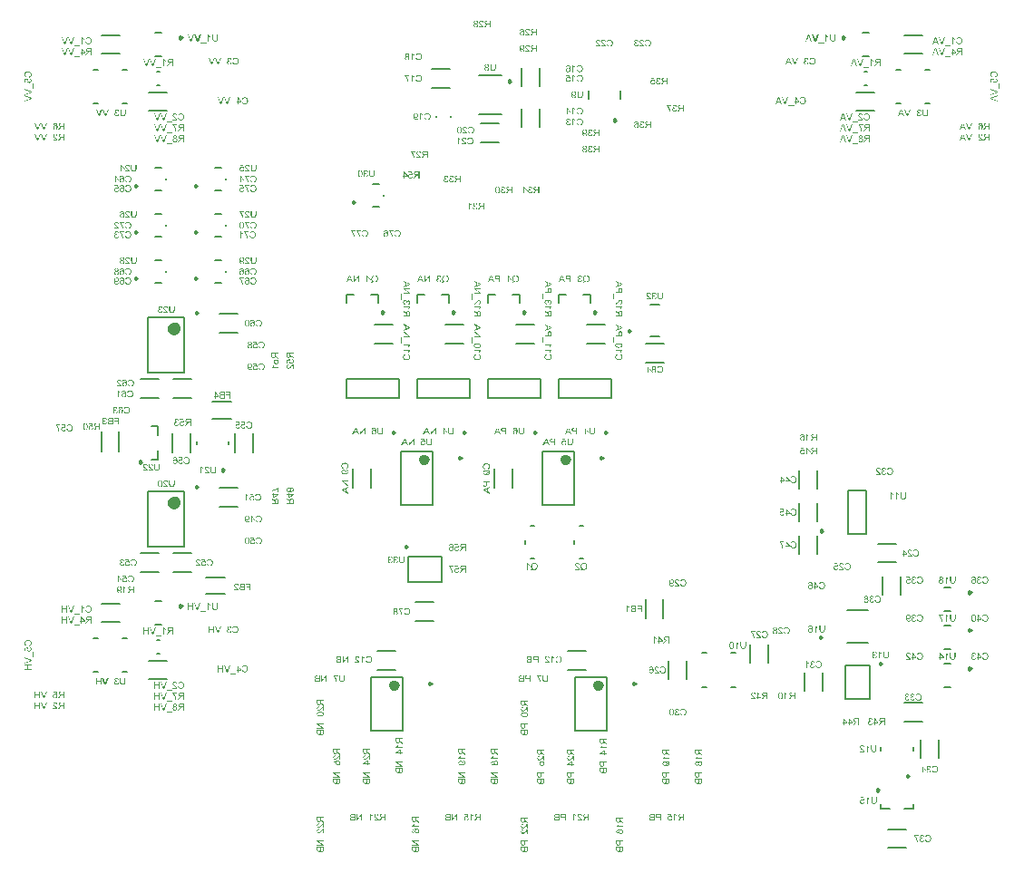
<source format=gbo>
G04*
G04 #@! TF.GenerationSoftware,Altium Limited,Altium Designer,21.6.4 (81)*
G04*
G04 Layer_Color=32896*
%FSLAX25Y25*%
%MOIN*%
G70*
G04*
G04 #@! TF.SameCoordinates,FB766961-2115-4812-9BC3-E0D6EEC5A3F0*
G04*
G04*
G04 #@! TF.FilePolarity,Positive*
G04*
G01*
G75*
%ADD10C,0.00984*%
%ADD11C,0.02362*%
%ADD12C,0.00787*%
%ADD59C,0.00394*%
%ADD124C,0.01968*%
G36*
X266615Y340304D02*
X266669Y340300D01*
X266769Y340280D01*
X266855Y340250D01*
X266892Y340234D01*
X266928Y340220D01*
X266958Y340204D01*
X266988Y340187D01*
X267012Y340171D01*
X267032Y340157D01*
X267048Y340147D01*
X267058Y340137D01*
X267065Y340134D01*
X267068Y340130D01*
X267105Y340097D01*
X267138Y340061D01*
X267195Y339981D01*
X267238Y339901D01*
X267275Y339824D01*
X267288Y339788D01*
X267298Y339754D01*
X267308Y339721D01*
X267315Y339698D01*
X267321Y339674D01*
X267325Y339658D01*
X267328Y339648D01*
Y339644D01*
X267015Y339588D01*
X266998Y339668D01*
X266978Y339738D01*
X266952Y339797D01*
X266925Y339844D01*
X266902Y339884D01*
X266882Y339911D01*
X266868Y339924D01*
X266862Y339931D01*
X266812Y339971D01*
X266762Y339997D01*
X266709Y340017D01*
X266662Y340034D01*
X266619Y340041D01*
X266582Y340044D01*
X266569Y340047D01*
X266552D01*
X266486Y340044D01*
X266429Y340031D01*
X266376Y340011D01*
X266332Y339991D01*
X266299Y339967D01*
X266272Y339951D01*
X266259Y339937D01*
X266252Y339931D01*
X266212Y339887D01*
X266182Y339838D01*
X266162Y339791D01*
X266146Y339748D01*
X266139Y339708D01*
X266136Y339678D01*
X266132Y339654D01*
Y339651D01*
Y339648D01*
X266136Y339608D01*
X266139Y339571D01*
X266159Y339505D01*
X266182Y339448D01*
X266212Y339401D01*
X266242Y339368D01*
X266269Y339341D01*
X266289Y339328D01*
X266292Y339321D01*
X266296D01*
X266356Y339288D01*
X266419Y339261D01*
X266479Y339245D01*
X266535Y339231D01*
X266582Y339225D01*
X266622Y339222D01*
X266635Y339218D01*
X266672D01*
X266689Y339222D01*
X266699Y339225D01*
X266705D01*
X266742Y338948D01*
X266695Y338958D01*
X266652Y338968D01*
X266612Y338975D01*
X266579Y338978D01*
X266555Y338982D01*
X266519D01*
X266439Y338975D01*
X266369Y338958D01*
X266309Y338938D01*
X266256Y338912D01*
X266216Y338885D01*
X266186Y338865D01*
X266166Y338848D01*
X266159Y338842D01*
X266132Y338815D01*
X266113Y338785D01*
X266076Y338729D01*
X266049Y338669D01*
X266033Y338612D01*
X266023Y338562D01*
X266019Y338539D01*
Y338522D01*
X266016Y338506D01*
Y338495D01*
Y338489D01*
Y338486D01*
Y338446D01*
X266023Y338406D01*
X266039Y338332D01*
X266066Y338266D01*
X266093Y338212D01*
X266119Y338166D01*
X266146Y338133D01*
X266156Y338123D01*
X266162Y338113D01*
X266166Y338109D01*
X266169Y338106D01*
X266199Y338079D01*
X266229Y338056D01*
X266292Y338016D01*
X266356Y337989D01*
X266416Y337973D01*
X266465Y337959D01*
X266489Y337956D01*
X266509D01*
X266522Y337953D01*
X266545D01*
X266612Y337959D01*
X266675Y337973D01*
X266729Y337989D01*
X266775Y338013D01*
X266815Y338033D01*
X266842Y338053D01*
X266859Y338066D01*
X266865Y338069D01*
X266888Y338093D01*
X266908Y338119D01*
X266945Y338182D01*
X266978Y338246D01*
X267002Y338309D01*
X267022Y338369D01*
X267028Y338392D01*
X267035Y338416D01*
X267038Y338432D01*
X267042Y338446D01*
X267045Y338456D01*
Y338459D01*
X267358Y338416D01*
X267351Y338356D01*
X267338Y338299D01*
X267325Y338249D01*
X267305Y338199D01*
X267285Y338153D01*
X267265Y338109D01*
X267241Y338069D01*
X267221Y338033D01*
X267198Y338003D01*
X267178Y337973D01*
X267158Y337949D01*
X267142Y337929D01*
X267125Y337913D01*
X267115Y337903D01*
X267108Y337896D01*
X267105Y337893D01*
X267062Y337856D01*
X267018Y337826D01*
X266972Y337800D01*
X266922Y337776D01*
X266875Y337760D01*
X266828Y337743D01*
X266742Y337720D01*
X266702Y337710D01*
X266662Y337703D01*
X266629Y337700D01*
X266602Y337696D01*
X266579Y337693D01*
X266545D01*
X266476Y337696D01*
X266412Y337703D01*
X266349Y337713D01*
X266292Y337730D01*
X266236Y337746D01*
X266186Y337766D01*
X266139Y337786D01*
X266096Y337809D01*
X266059Y337829D01*
X266026Y337849D01*
X265996Y337870D01*
X265973Y337886D01*
X265953Y337903D01*
X265939Y337913D01*
X265933Y337919D01*
X265929Y337923D01*
X265886Y337966D01*
X265849Y338013D01*
X265816Y338063D01*
X265786Y338109D01*
X265763Y338159D01*
X265743Y338206D01*
X265726Y338252D01*
X265713Y338296D01*
X265703Y338336D01*
X265696Y338372D01*
X265690Y338406D01*
X265686Y338436D01*
X265683Y338459D01*
Y338479D01*
Y338489D01*
Y338492D01*
X265690Y338582D01*
X265703Y338659D01*
X265723Y338729D01*
X265746Y338789D01*
X265770Y338839D01*
X265780Y338855D01*
X265790Y338872D01*
X265796Y338885D01*
X265803Y338895D01*
X265809Y338898D01*
Y338902D01*
X265860Y338958D01*
X265919Y339005D01*
X265976Y339045D01*
X266033Y339075D01*
X266083Y339095D01*
X266106Y339105D01*
X266126Y339112D01*
X266139Y339115D01*
X266153Y339118D01*
X266159Y339122D01*
X266162D01*
X266103Y339155D01*
X266049Y339188D01*
X266003Y339225D01*
X265966Y339261D01*
X265936Y339291D01*
X265916Y339315D01*
X265903Y339331D01*
X265899Y339338D01*
X265869Y339391D01*
X265846Y339445D01*
X265833Y339494D01*
X265820Y339541D01*
X265813Y339581D01*
X265809Y339614D01*
Y339634D01*
Y339638D01*
Y339641D01*
X265813Y339704D01*
X265823Y339764D01*
X265840Y339821D01*
X265856Y339871D01*
X265876Y339911D01*
X265889Y339944D01*
X265903Y339964D01*
X265906Y339967D01*
Y339971D01*
X265943Y340027D01*
X265986Y340074D01*
X266033Y340117D01*
X266076Y340154D01*
X266116Y340180D01*
X266146Y340200D01*
X266159Y340207D01*
X266169Y340214D01*
X266173Y340217D01*
X266176D01*
X266242Y340247D01*
X266309Y340270D01*
X266372Y340284D01*
X266432Y340297D01*
X266482Y340304D01*
X266506D01*
X266522Y340307D01*
X266559D01*
X266615Y340304D01*
D02*
G37*
G36*
X264428Y340244D02*
X264471Y340184D01*
X264517Y340124D01*
X264561Y340074D01*
X264604Y340027D01*
X264637Y339994D01*
X264651Y339981D01*
X264661Y339971D01*
X264667Y339967D01*
X264671Y339964D01*
X264747Y339901D01*
X264824Y339844D01*
X264904Y339791D01*
X264974Y339748D01*
X265037Y339714D01*
X265064Y339698D01*
X265087Y339688D01*
X265104Y339678D01*
X265117Y339671D01*
X265127Y339664D01*
X265130D01*
Y339358D01*
X265074Y339381D01*
X265017Y339408D01*
X264960Y339435D01*
X264910Y339461D01*
X264867Y339485D01*
X264830Y339505D01*
X264817Y339511D01*
X264807Y339518D01*
X264804Y339521D01*
X264801D01*
X264734Y339561D01*
X264677Y339601D01*
X264624Y339638D01*
X264581Y339671D01*
X264547Y339698D01*
X264521Y339721D01*
X264508Y339734D01*
X264501Y339738D01*
Y337736D01*
X264188D01*
Y340307D01*
X264391D01*
X264428Y340244D01*
D02*
G37*
G36*
X269812Y337736D02*
X269473D01*
Y338872D01*
X269033D01*
X268996Y338868D01*
X268963D01*
X268936Y338865D01*
X268916Y338862D01*
X268903D01*
X268896Y338859D01*
X268893D01*
X268836Y338839D01*
X268810Y338828D01*
X268787Y338815D01*
X268767Y338805D01*
X268753Y338795D01*
X268743Y338792D01*
X268740Y338789D01*
X268710Y338765D01*
X268680Y338742D01*
X268650Y338712D01*
X268623Y338682D01*
X268600Y338659D01*
X268583Y338635D01*
X268570Y338622D01*
X268567Y338615D01*
X268527Y338565D01*
X268487Y338509D01*
X268447Y338452D01*
X268407Y338396D01*
X268374Y338346D01*
X268357Y338322D01*
X268344Y338302D01*
X268334Y338289D01*
X268327Y338276D01*
X268320Y338269D01*
Y338266D01*
X267984Y337736D01*
X267558D01*
X268001Y338429D01*
X268051Y338502D01*
X268101Y338569D01*
X268147Y338629D01*
X268191Y338675D01*
X268230Y338715D01*
X268257Y338745D01*
X268277Y338762D01*
X268280Y338769D01*
X268284D01*
X268314Y338792D01*
X268344Y338815D01*
X268410Y338859D01*
X268440Y338875D01*
X268463Y338889D01*
X268480Y338895D01*
X268487Y338898D01*
X268420Y338908D01*
X268357Y338922D01*
X268300Y338938D01*
X268247Y338955D01*
X268197Y338975D01*
X268150Y338995D01*
X268111Y339015D01*
X268074Y339035D01*
X268044Y339055D01*
X268017Y339075D01*
X267994Y339092D01*
X267974Y339105D01*
X267961Y339118D01*
X267947Y339128D01*
X267944Y339131D01*
X267941Y339135D01*
X267911Y339172D01*
X267881Y339208D01*
X267858Y339248D01*
X267838Y339285D01*
X267808Y339361D01*
X267788Y339435D01*
X267774Y339498D01*
X267771Y339525D01*
X267768Y339548D01*
X267764Y339568D01*
Y339581D01*
Y339591D01*
Y339594D01*
X267768Y339671D01*
X267781Y339744D01*
X267797Y339811D01*
X267817Y339867D01*
X267838Y339914D01*
X267854Y339951D01*
X267861Y339964D01*
X267867Y339974D01*
X267871Y339977D01*
Y339981D01*
X267914Y340041D01*
X267961Y340094D01*
X268007Y340137D01*
X268054Y340171D01*
X268094Y340197D01*
X268127Y340214D01*
X268141Y340220D01*
X268150Y340224D01*
X268154Y340227D01*
X268157D01*
X268191Y340240D01*
X268230Y340250D01*
X268314Y340267D01*
X268400Y340280D01*
X268483Y340287D01*
X268524Y340290D01*
X268560Y340294D01*
X268590D01*
X268620Y340297D01*
X269812D01*
Y337736D01*
D02*
G37*
G36*
X181518Y345432D02*
X181222Y345389D01*
X181195Y345428D01*
X181165Y345462D01*
X181132Y345495D01*
X181102Y345518D01*
X181075Y345542D01*
X181055Y345555D01*
X181042Y345565D01*
X181035Y345568D01*
X180989Y345592D01*
X180939Y345612D01*
X180892Y345625D01*
X180852Y345632D01*
X180812Y345638D01*
X180786Y345641D01*
X180712D01*
X180672Y345635D01*
X180592Y345618D01*
X180526Y345592D01*
X180469Y345565D01*
X180423Y345535D01*
X180389Y345508D01*
X180379Y345498D01*
X180369Y345492D01*
X180363Y345488D01*
Y345485D01*
X180336Y345455D01*
X180313Y345422D01*
X180276Y345352D01*
X180249Y345282D01*
X180233Y345212D01*
X180219Y345152D01*
X180216Y345125D01*
Y345102D01*
X180213Y345085D01*
Y345072D01*
Y345062D01*
Y345059D01*
Y345005D01*
X180219Y344959D01*
X180236Y344869D01*
X180263Y344792D01*
X180289Y344726D01*
X180306Y344699D01*
X180319Y344676D01*
X180333Y344653D01*
X180346Y344636D01*
X180356Y344623D01*
X180363Y344613D01*
X180366Y344609D01*
X180369Y344606D01*
X180399Y344576D01*
X180429Y344549D01*
X180463Y344526D01*
X180496Y344509D01*
X180559Y344476D01*
X180622Y344456D01*
X180676Y344446D01*
X180699Y344443D01*
X180716Y344439D01*
X180732Y344436D01*
X180756D01*
X180825Y344443D01*
X180885Y344456D01*
X180942Y344473D01*
X180989Y344496D01*
X181025Y344516D01*
X181055Y344536D01*
X181072Y344549D01*
X181079Y344553D01*
X181122Y344603D01*
X181158Y344659D01*
X181188Y344719D01*
X181212Y344779D01*
X181225Y344829D01*
X181232Y344852D01*
X181238Y344872D01*
X181242Y344889D01*
Y344902D01*
X181245Y344909D01*
Y344912D01*
X181575Y344889D01*
X181568Y344829D01*
X181555Y344772D01*
X181542Y344722D01*
X181521Y344672D01*
X181505Y344626D01*
X181482Y344583D01*
X181462Y344543D01*
X181438Y344509D01*
X181418Y344476D01*
X181395Y344449D01*
X181378Y344426D01*
X181358Y344406D01*
X181345Y344389D01*
X181335Y344379D01*
X181328Y344373D01*
X181325Y344370D01*
X181282Y344336D01*
X181238Y344306D01*
X181192Y344280D01*
X181142Y344260D01*
X181095Y344240D01*
X181049Y344223D01*
X180959Y344200D01*
X180915Y344193D01*
X180879Y344186D01*
X180842Y344183D01*
X180812Y344180D01*
X180789Y344176D01*
X180756D01*
X180679Y344180D01*
X180606Y344190D01*
X180536Y344206D01*
X180469Y344226D01*
X180409Y344250D01*
X180356Y344273D01*
X180306Y344303D01*
X180259Y344333D01*
X180219Y344359D01*
X180183Y344389D01*
X180153Y344413D01*
X180130Y344439D01*
X180110Y344456D01*
X180093Y344473D01*
X180086Y344483D01*
X180083Y344486D01*
X180046Y344536D01*
X180016Y344586D01*
X179990Y344636D01*
X179966Y344686D01*
X179946Y344736D01*
X179930Y344786D01*
X179906Y344882D01*
X179896Y344922D01*
X179890Y344962D01*
X179886Y344999D01*
X179883Y345029D01*
X179880Y345052D01*
Y345069D01*
Y345082D01*
Y345085D01*
X179883Y345152D01*
X179890Y345215D01*
X179900Y345275D01*
X179916Y345335D01*
X179933Y345389D01*
X179953Y345435D01*
X179973Y345482D01*
X179996Y345522D01*
X180016Y345558D01*
X180040Y345592D01*
X180060Y345618D01*
X180076Y345641D01*
X180093Y345661D01*
X180103Y345675D01*
X180110Y345682D01*
X180113Y345685D01*
X180156Y345725D01*
X180203Y345761D01*
X180249Y345791D01*
X180296Y345821D01*
X180346Y345841D01*
X180393Y345861D01*
X180436Y345878D01*
X180479Y345888D01*
X180523Y345898D01*
X180559Y345905D01*
X180592Y345911D01*
X180619Y345915D01*
X180642Y345918D01*
X180676D01*
X180722Y345915D01*
X180769Y345911D01*
X180859Y345891D01*
X180939Y345868D01*
X181012Y345838D01*
X181045Y345821D01*
X181072Y345808D01*
X181099Y345791D01*
X181119Y345781D01*
X181135Y345771D01*
X181149Y345761D01*
X181155Y345758D01*
X181158Y345755D01*
X181022Y346447D01*
X180000D01*
Y346747D01*
X181272D01*
X181518Y345432D01*
D02*
G37*
G36*
X185035Y346817D02*
X185151Y346800D01*
X185258Y346774D01*
X185304Y346760D01*
X185351Y346747D01*
X185391Y346730D01*
X185428Y346717D01*
X185458Y346704D01*
X185484Y346691D01*
X185504Y346680D01*
X185521Y346674D01*
X185531Y346671D01*
X185534Y346667D01*
X185584Y346637D01*
X185634Y346604D01*
X185721Y346531D01*
X185797Y346457D01*
X185857Y346384D01*
X185884Y346347D01*
X185907Y346318D01*
X185927Y346288D01*
X185940Y346264D01*
X185954Y346244D01*
X185964Y346228D01*
X185967Y346218D01*
X185970Y346214D01*
X185997Y346158D01*
X186020Y346098D01*
X186057Y345981D01*
X186084Y345865D01*
X186094Y345808D01*
X186100Y345755D01*
X186107Y345705D01*
X186114Y345661D01*
X186117Y345621D01*
Y345585D01*
X186120Y345558D01*
Y345535D01*
Y345522D01*
Y345518D01*
X186114Y345385D01*
X186100Y345255D01*
X186090Y345199D01*
X186077Y345142D01*
X186067Y345089D01*
X186054Y345039D01*
X186040Y344992D01*
X186030Y344952D01*
X186017Y344919D01*
X186007Y344889D01*
X186000Y344866D01*
X185994Y344846D01*
X185987Y344836D01*
Y344832D01*
X185960Y344776D01*
X185930Y344719D01*
X185900Y344669D01*
X185867Y344623D01*
X185834Y344576D01*
X185801Y344536D01*
X185771Y344499D01*
X185737Y344469D01*
X185707Y344439D01*
X185681Y344413D01*
X185654Y344393D01*
X185634Y344376D01*
X185614Y344359D01*
X185601Y344350D01*
X185594Y344346D01*
X185591Y344343D01*
X185541Y344313D01*
X185487Y344290D01*
X185431Y344266D01*
X185374Y344246D01*
X185261Y344216D01*
X185154Y344196D01*
X185105Y344190D01*
X185061Y344186D01*
X185018Y344183D01*
X184985Y344180D01*
X184955Y344176D01*
X184915D01*
X184842Y344180D01*
X184772Y344186D01*
X184705Y344196D01*
X184642Y344210D01*
X184582Y344226D01*
X184525Y344246D01*
X184475Y344263D01*
X184425Y344286D01*
X184385Y344306D01*
X184349Y344323D01*
X184315Y344343D01*
X184289Y344359D01*
X184265Y344373D01*
X184252Y344383D01*
X184242Y344389D01*
X184239Y344393D01*
X184189Y344436D01*
X184142Y344483D01*
X184099Y344533D01*
X184062Y344586D01*
X184026Y344639D01*
X183996Y344689D01*
X183966Y344742D01*
X183942Y344792D01*
X183919Y344842D01*
X183902Y344886D01*
X183886Y344926D01*
X183872Y344959D01*
X183866Y344989D01*
X183859Y345012D01*
X183853Y345025D01*
Y345029D01*
X184192Y345115D01*
X184209Y345056D01*
X184225Y345002D01*
X184245Y344952D01*
X184265Y344902D01*
X184289Y344859D01*
X184309Y344819D01*
X184332Y344782D01*
X184355Y344752D01*
X184375Y344722D01*
X184395Y344699D01*
X184415Y344676D01*
X184429Y344659D01*
X184442Y344646D01*
X184452Y344636D01*
X184458Y344633D01*
X184462Y344629D01*
X184499Y344599D01*
X184538Y344576D01*
X184578Y344553D01*
X184622Y344536D01*
X184702Y344506D01*
X184778Y344486D01*
X184811Y344479D01*
X184845Y344476D01*
X184871Y344473D01*
X184898Y344469D01*
X184918Y344466D01*
X184945D01*
X185031Y344473D01*
X185111Y344486D01*
X185185Y344503D01*
X185251Y344526D01*
X185304Y344549D01*
X185328Y344559D01*
X185344Y344566D01*
X185361Y344576D01*
X185371Y344579D01*
X185378Y344586D01*
X185381D01*
X185451Y344636D01*
X185511Y344692D01*
X185561Y344752D01*
X185604Y344812D01*
X185637Y344866D01*
X185647Y344889D01*
X185657Y344909D01*
X185667Y344926D01*
X185674Y344939D01*
X185677Y344946D01*
Y344949D01*
X185707Y345042D01*
X185731Y345142D01*
X185747Y345235D01*
X185757Y345325D01*
X185764Y345365D01*
Y345402D01*
X185767Y345435D01*
X185771Y345465D01*
Y345488D01*
Y345505D01*
Y345515D01*
Y345518D01*
X185767Y345612D01*
X185757Y345702D01*
X185744Y345785D01*
X185731Y345861D01*
X185724Y345891D01*
X185717Y345921D01*
X185711Y345948D01*
X185704Y345971D01*
X185697Y345988D01*
X185694Y346001D01*
X185691Y346008D01*
Y346011D01*
X185657Y346098D01*
X185614Y346171D01*
X185567Y346238D01*
X185521Y346291D01*
X185481Y346334D01*
X185448Y346364D01*
X185434Y346377D01*
X185424Y346384D01*
X185418Y346391D01*
X185414D01*
X185374Y346417D01*
X185334Y346437D01*
X185251Y346474D01*
X185168Y346501D01*
X185091Y346517D01*
X185055Y346521D01*
X185021Y346527D01*
X184991Y346531D01*
X184968D01*
X184948Y346534D01*
X184918D01*
X184825Y346527D01*
X184742Y346514D01*
X184668Y346494D01*
X184605Y346471D01*
X184555Y346444D01*
X184535Y346434D01*
X184519Y346424D01*
X184505Y346417D01*
X184495Y346411D01*
X184492Y346404D01*
X184488D01*
X184458Y346377D01*
X184429Y346351D01*
X184375Y346288D01*
X184332Y346221D01*
X184295Y346154D01*
X184265Y346094D01*
X184255Y346068D01*
X184245Y346044D01*
X184239Y346024D01*
X184232Y346011D01*
X184229Y346001D01*
Y345998D01*
X183896Y346078D01*
X183916Y346141D01*
X183942Y346204D01*
X183969Y346261D01*
X183999Y346314D01*
X184029Y346361D01*
X184059Y346407D01*
X184089Y346447D01*
X184119Y346484D01*
X184149Y346517D01*
X184176Y346547D01*
X184202Y346571D01*
X184222Y346591D01*
X184239Y346607D01*
X184255Y346617D01*
X184262Y346624D01*
X184265Y346627D01*
X184315Y346660D01*
X184369Y346694D01*
X184422Y346717D01*
X184475Y346740D01*
X184532Y346760D01*
X184585Y346777D01*
X184685Y346800D01*
X184732Y346807D01*
X184775Y346814D01*
X184815Y346817D01*
X184848Y346820D01*
X184875Y346824D01*
X184975D01*
X185035Y346817D01*
D02*
G37*
G36*
X183543Y346444D02*
X182291D01*
X182377Y346338D01*
X182464Y346224D01*
X182541Y346111D01*
X182607Y346005D01*
X182637Y345958D01*
X182664Y345911D01*
X182687Y345871D01*
X182707Y345838D01*
X182724Y345811D01*
X182734Y345788D01*
X182740Y345775D01*
X182744Y345771D01*
X182817Y345621D01*
X182883Y345475D01*
X182937Y345335D01*
X182963Y345272D01*
X182983Y345209D01*
X183003Y345152D01*
X183020Y345102D01*
X183033Y345059D01*
X183047Y345019D01*
X183053Y344989D01*
X183060Y344966D01*
X183067Y344952D01*
Y344946D01*
X183087Y344866D01*
X183103Y344792D01*
X183120Y344719D01*
X183133Y344653D01*
X183143Y344589D01*
X183153Y344529D01*
X183160Y344473D01*
X183167Y344423D01*
X183173Y344376D01*
X183177Y344336D01*
X183180Y344303D01*
Y344273D01*
X183183Y344250D01*
Y344233D01*
Y344223D01*
Y344220D01*
X182860D01*
X182847Y344359D01*
X182830Y344489D01*
X182824Y344549D01*
X182814Y344609D01*
X182800Y344662D01*
X182790Y344712D01*
X182780Y344759D01*
X182774Y344799D01*
X182764Y344836D01*
X182757Y344866D01*
X182750Y344889D01*
X182744Y344909D01*
X182740Y344919D01*
Y344922D01*
X182687Y345092D01*
X182627Y345252D01*
X182597Y345328D01*
X182567Y345402D01*
X182537Y345472D01*
X182507Y345535D01*
X182481Y345595D01*
X182454Y345648D01*
X182434Y345695D01*
X182414Y345735D01*
X182397Y345765D01*
X182384Y345788D01*
X182377Y345805D01*
X182374Y345808D01*
X182327Y345888D01*
X182284Y345961D01*
X182241Y346035D01*
X182197Y346098D01*
X182154Y346161D01*
X182114Y346218D01*
X182078Y346271D01*
X182041Y346318D01*
X182008Y346357D01*
X181978Y346394D01*
X181951Y346427D01*
X181931Y346454D01*
X181911Y346474D01*
X181898Y346487D01*
X181891Y346497D01*
X181888Y346501D01*
Y346747D01*
X183543D01*
Y346444D01*
D02*
G37*
G36*
X134822Y329787D02*
X134876Y329784D01*
X134975Y329764D01*
X135062Y329734D01*
X135099Y329717D01*
X135135Y329704D01*
X135165Y329687D01*
X135195Y329671D01*
X135219Y329654D01*
X135238Y329641D01*
X135255Y329630D01*
X135265Y329621D01*
X135272Y329617D01*
X135275Y329614D01*
X135312Y329581D01*
X135345Y329544D01*
X135402Y329464D01*
X135445Y329384D01*
X135482Y329308D01*
X135495Y329271D01*
X135505Y329238D01*
X135515Y329204D01*
X135521Y329181D01*
X135528Y329158D01*
X135531Y329141D01*
X135535Y329131D01*
Y329128D01*
X135222Y329071D01*
X135205Y329151D01*
X135185Y329221D01*
X135159Y329281D01*
X135132Y329328D01*
X135109Y329367D01*
X135089Y329394D01*
X135075Y329407D01*
X135069Y329414D01*
X135019Y329454D01*
X134969Y329481D01*
X134915Y329501D01*
X134869Y329517D01*
X134826Y329524D01*
X134789Y329527D01*
X134776Y329531D01*
X134759D01*
X134692Y329527D01*
X134636Y329514D01*
X134582Y329494D01*
X134539Y329474D01*
X134506Y329451D01*
X134479Y329434D01*
X134466Y329421D01*
X134459Y329414D01*
X134419Y329371D01*
X134389Y329321D01*
X134369Y329274D01*
X134353Y329231D01*
X134346Y329191D01*
X134343Y329161D01*
X134339Y329138D01*
Y329134D01*
Y329131D01*
X134343Y329091D01*
X134346Y329054D01*
X134366Y328988D01*
X134389Y328931D01*
X134419Y328885D01*
X134449Y328851D01*
X134476Y328825D01*
X134496Y328811D01*
X134499Y328805D01*
X134502D01*
X134562Y328771D01*
X134626Y328745D01*
X134686Y328728D01*
X134742Y328715D01*
X134789Y328708D01*
X134829Y328705D01*
X134842Y328701D01*
X134879D01*
X134895Y328705D01*
X134905Y328708D01*
X134912D01*
X134949Y328432D01*
X134902Y328442D01*
X134859Y328452D01*
X134819Y328458D01*
X134785Y328462D01*
X134762Y328465D01*
X134726D01*
X134646Y328458D01*
X134576Y328442D01*
X134516Y328422D01*
X134462Y328395D01*
X134423Y328368D01*
X134393Y328348D01*
X134373Y328332D01*
X134366Y328325D01*
X134339Y328298D01*
X134319Y328269D01*
X134283Y328212D01*
X134256Y328152D01*
X134239Y328095D01*
X134229Y328046D01*
X134226Y328022D01*
Y328006D01*
X134223Y327989D01*
Y327979D01*
Y327972D01*
Y327969D01*
Y327929D01*
X134229Y327889D01*
X134246Y327816D01*
X134273Y327749D01*
X134299Y327696D01*
X134326Y327649D01*
X134353Y327616D01*
X134363Y327606D01*
X134369Y327596D01*
X134373Y327593D01*
X134376Y327589D01*
X134406Y327563D01*
X134436Y327539D01*
X134499Y327499D01*
X134562Y327473D01*
X134622Y327456D01*
X134672Y327443D01*
X134696Y327439D01*
X134716D01*
X134729Y327436D01*
X134752D01*
X134819Y327443D01*
X134882Y327456D01*
X134935Y327473D01*
X134982Y327496D01*
X135022Y327516D01*
X135049Y327536D01*
X135065Y327549D01*
X135072Y327553D01*
X135095Y327576D01*
X135115Y327603D01*
X135152Y327666D01*
X135185Y327729D01*
X135208Y327792D01*
X135228Y327852D01*
X135235Y327876D01*
X135242Y327899D01*
X135245Y327916D01*
X135248Y327929D01*
X135252Y327939D01*
Y327942D01*
X135565Y327899D01*
X135558Y327839D01*
X135545Y327782D01*
X135531Y327732D01*
X135512Y327682D01*
X135492Y327636D01*
X135471Y327593D01*
X135448Y327553D01*
X135428Y327516D01*
X135405Y327486D01*
X135385Y327456D01*
X135365Y327433D01*
X135348Y327413D01*
X135332Y327396D01*
X135322Y327386D01*
X135315Y327379D01*
X135312Y327376D01*
X135268Y327340D01*
X135225Y327309D01*
X135178Y327283D01*
X135128Y327260D01*
X135082Y327243D01*
X135035Y327226D01*
X134949Y327203D01*
X134909Y327193D01*
X134869Y327186D01*
X134836Y327183D01*
X134809Y327180D01*
X134785Y327176D01*
X134752D01*
X134682Y327180D01*
X134619Y327186D01*
X134556Y327196D01*
X134499Y327213D01*
X134443Y327230D01*
X134393Y327250D01*
X134346Y327270D01*
X134303Y327293D01*
X134266Y327313D01*
X134233Y327333D01*
X134203Y327353D01*
X134179Y327369D01*
X134160Y327386D01*
X134146Y327396D01*
X134140Y327403D01*
X134136Y327406D01*
X134093Y327449D01*
X134056Y327496D01*
X134023Y327546D01*
X133993Y327593D01*
X133970Y327642D01*
X133950Y327689D01*
X133933Y327736D01*
X133920Y327779D01*
X133910Y327819D01*
X133903Y327856D01*
X133896Y327889D01*
X133893Y327919D01*
X133890Y327942D01*
Y327962D01*
Y327972D01*
Y327976D01*
X133896Y328065D01*
X133910Y328142D01*
X133930Y328212D01*
X133953Y328272D01*
X133976Y328322D01*
X133986Y328339D01*
X133996Y328355D01*
X134003Y328368D01*
X134010Y328379D01*
X134016Y328382D01*
Y328385D01*
X134066Y328442D01*
X134126Y328488D01*
X134183Y328528D01*
X134239Y328558D01*
X134289Y328578D01*
X134313Y328588D01*
X134333Y328595D01*
X134346Y328598D01*
X134359Y328602D01*
X134366Y328605D01*
X134369D01*
X134309Y328638D01*
X134256Y328672D01*
X134210Y328708D01*
X134173Y328745D01*
X134143Y328775D01*
X134123Y328798D01*
X134110Y328815D01*
X134106Y328821D01*
X134076Y328875D01*
X134053Y328928D01*
X134040Y328978D01*
X134026Y329025D01*
X134020Y329064D01*
X134016Y329098D01*
Y329118D01*
Y329121D01*
Y329124D01*
X134020Y329188D01*
X134030Y329248D01*
X134046Y329304D01*
X134063Y329354D01*
X134083Y329394D01*
X134096Y329427D01*
X134110Y329447D01*
X134113Y329451D01*
Y329454D01*
X134150Y329511D01*
X134193Y329557D01*
X134239Y329601D01*
X134283Y329637D01*
X134323Y329664D01*
X134353Y329684D01*
X134366Y329691D01*
X134376Y329697D01*
X134379Y329700D01*
X134383D01*
X134449Y329730D01*
X134516Y329754D01*
X134579Y329767D01*
X134639Y329780D01*
X134689Y329787D01*
X134712D01*
X134729Y329790D01*
X134766D01*
X134822Y329787D01*
D02*
G37*
G36*
X139025Y329817D02*
X139141Y329800D01*
X139248Y329774D01*
X139294Y329760D01*
X139341Y329747D01*
X139381Y329730D01*
X139418Y329717D01*
X139448Y329704D01*
X139474Y329691D01*
X139494Y329680D01*
X139511Y329674D01*
X139521Y329671D01*
X139524Y329667D01*
X139574Y329637D01*
X139624Y329604D01*
X139711Y329531D01*
X139787Y329457D01*
X139847Y329384D01*
X139874Y329347D01*
X139897Y329317D01*
X139917Y329288D01*
X139930Y329264D01*
X139944Y329244D01*
X139954Y329228D01*
X139957Y329218D01*
X139960Y329214D01*
X139987Y329158D01*
X140010Y329098D01*
X140047Y328981D01*
X140074Y328865D01*
X140084Y328808D01*
X140090Y328755D01*
X140097Y328705D01*
X140104Y328661D01*
X140107Y328622D01*
Y328585D01*
X140110Y328558D01*
Y328535D01*
Y328522D01*
Y328518D01*
X140104Y328385D01*
X140090Y328255D01*
X140080Y328199D01*
X140067Y328142D01*
X140057Y328089D01*
X140044Y328039D01*
X140030Y327992D01*
X140020Y327952D01*
X140007Y327919D01*
X139997Y327889D01*
X139990Y327866D01*
X139984Y327846D01*
X139977Y327836D01*
Y327832D01*
X139950Y327776D01*
X139920Y327719D01*
X139890Y327669D01*
X139857Y327623D01*
X139824Y327576D01*
X139790Y327536D01*
X139761Y327499D01*
X139727Y327469D01*
X139697Y327439D01*
X139671Y327413D01*
X139644Y327393D01*
X139624Y327376D01*
X139604Y327360D01*
X139591Y327349D01*
X139584Y327346D01*
X139581Y327343D01*
X139531Y327313D01*
X139478Y327290D01*
X139421Y327266D01*
X139364Y327246D01*
X139251Y327216D01*
X139145Y327196D01*
X139095Y327190D01*
X139051Y327186D01*
X139008Y327183D01*
X138975Y327180D01*
X138945Y327176D01*
X138905D01*
X138831Y327180D01*
X138762Y327186D01*
X138695Y327196D01*
X138632Y327210D01*
X138572Y327226D01*
X138515Y327246D01*
X138465Y327263D01*
X138415Y327286D01*
X138375Y327306D01*
X138339Y327323D01*
X138305Y327343D01*
X138279Y327360D01*
X138255Y327373D01*
X138242Y327383D01*
X138232Y327389D01*
X138229Y327393D01*
X138179Y327436D01*
X138132Y327483D01*
X138089Y327533D01*
X138052Y327586D01*
X138016Y327639D01*
X137986Y327689D01*
X137956Y327742D01*
X137932Y327792D01*
X137909Y327842D01*
X137892Y327886D01*
X137876Y327926D01*
X137863Y327959D01*
X137856Y327989D01*
X137849Y328012D01*
X137843Y328026D01*
Y328029D01*
X138182Y328115D01*
X138199Y328056D01*
X138215Y328002D01*
X138235Y327952D01*
X138255Y327902D01*
X138279Y327859D01*
X138299Y327819D01*
X138322Y327782D01*
X138345Y327752D01*
X138365Y327722D01*
X138385Y327699D01*
X138405Y327676D01*
X138419Y327659D01*
X138432Y327646D01*
X138442Y327636D01*
X138449Y327632D01*
X138452Y327629D01*
X138488Y327599D01*
X138529Y327576D01*
X138568Y327553D01*
X138612Y327536D01*
X138692Y327506D01*
X138768Y327486D01*
X138802Y327479D01*
X138835Y327476D01*
X138862Y327473D01*
X138888Y327469D01*
X138908Y327466D01*
X138935D01*
X139021Y327473D01*
X139101Y327486D01*
X139174Y327503D01*
X139241Y327526D01*
X139294Y327549D01*
X139318Y327559D01*
X139334Y327566D01*
X139351Y327576D01*
X139361Y327579D01*
X139368Y327586D01*
X139371D01*
X139441Y327636D01*
X139501Y327693D01*
X139551Y327752D01*
X139594Y327812D01*
X139627Y327866D01*
X139637Y327889D01*
X139647Y327909D01*
X139657Y327926D01*
X139664Y327939D01*
X139667Y327946D01*
Y327949D01*
X139697Y328042D01*
X139721Y328142D01*
X139737Y328235D01*
X139747Y328325D01*
X139754Y328365D01*
Y328402D01*
X139757Y328435D01*
X139761Y328465D01*
Y328488D01*
Y328505D01*
Y328515D01*
Y328518D01*
X139757Y328612D01*
X139747Y328701D01*
X139734Y328785D01*
X139721Y328861D01*
X139714Y328891D01*
X139707Y328921D01*
X139701Y328948D01*
X139694Y328971D01*
X139687Y328988D01*
X139684Y329001D01*
X139681Y329008D01*
Y329011D01*
X139647Y329098D01*
X139604Y329171D01*
X139557Y329238D01*
X139511Y329291D01*
X139471Y329334D01*
X139438Y329364D01*
X139424Y329378D01*
X139414Y329384D01*
X139408Y329391D01*
X139404D01*
X139364Y329417D01*
X139324Y329437D01*
X139241Y329474D01*
X139158Y329501D01*
X139081Y329517D01*
X139045Y329521D01*
X139011Y329527D01*
X138981Y329531D01*
X138958D01*
X138938Y329534D01*
X138908D01*
X138815Y329527D01*
X138732Y329514D01*
X138658Y329494D01*
X138595Y329471D01*
X138545Y329444D01*
X138525Y329434D01*
X138508Y329424D01*
X138495Y329417D01*
X138485Y329411D01*
X138482Y329404D01*
X138479D01*
X138449Y329378D01*
X138419Y329351D01*
X138365Y329288D01*
X138322Y329221D01*
X138285Y329154D01*
X138255Y329094D01*
X138245Y329068D01*
X138235Y329045D01*
X138229Y329025D01*
X138222Y329011D01*
X138219Y329001D01*
Y328998D01*
X137886Y329078D01*
X137906Y329141D01*
X137932Y329204D01*
X137959Y329261D01*
X137989Y329314D01*
X138019Y329361D01*
X138049Y329407D01*
X138079Y329447D01*
X138109Y329484D01*
X138139Y329517D01*
X138165Y329547D01*
X138192Y329571D01*
X138212Y329591D01*
X138229Y329607D01*
X138245Y329617D01*
X138252Y329624D01*
X138255Y329627D01*
X138305Y329661D01*
X138359Y329694D01*
X138412Y329717D01*
X138465Y329740D01*
X138522Y329760D01*
X138575Y329777D01*
X138675Y329800D01*
X138722Y329807D01*
X138765Y329814D01*
X138805Y329817D01*
X138838Y329820D01*
X138865Y329824D01*
X138965D01*
X139025Y329817D01*
D02*
G37*
G36*
X137533Y329444D02*
X136281D01*
X136367Y329338D01*
X136454Y329224D01*
X136530Y329111D01*
X136597Y329005D01*
X136627Y328958D01*
X136654Y328911D01*
X136677Y328871D01*
X136697Y328838D01*
X136714Y328811D01*
X136724Y328788D01*
X136730Y328775D01*
X136734Y328771D01*
X136807Y328622D01*
X136873Y328475D01*
X136927Y328335D01*
X136953Y328272D01*
X136973Y328209D01*
X136993Y328152D01*
X137010Y328102D01*
X137023Y328059D01*
X137037Y328019D01*
X137043Y327989D01*
X137050Y327965D01*
X137057Y327952D01*
Y327946D01*
X137077Y327866D01*
X137093Y327792D01*
X137110Y327719D01*
X137123Y327653D01*
X137133Y327589D01*
X137143Y327529D01*
X137150Y327473D01*
X137156Y327423D01*
X137163Y327376D01*
X137167Y327336D01*
X137170Y327303D01*
Y327273D01*
X137173Y327250D01*
Y327233D01*
Y327223D01*
Y327220D01*
X136850D01*
X136837Y327360D01*
X136820Y327489D01*
X136813Y327549D01*
X136803Y327609D01*
X136790Y327662D01*
X136780Y327712D01*
X136770Y327759D01*
X136764Y327799D01*
X136754Y327836D01*
X136747Y327866D01*
X136740Y327889D01*
X136734Y327909D01*
X136730Y327919D01*
Y327922D01*
X136677Y328092D01*
X136617Y328252D01*
X136587Y328328D01*
X136557Y328402D01*
X136527Y328472D01*
X136497Y328535D01*
X136470Y328595D01*
X136444Y328648D01*
X136424Y328695D01*
X136404Y328735D01*
X136387Y328765D01*
X136374Y328788D01*
X136367Y328805D01*
X136364Y328808D01*
X136317Y328888D01*
X136274Y328961D01*
X136231Y329034D01*
X136188Y329098D01*
X136144Y329161D01*
X136104Y329218D01*
X136068Y329271D01*
X136031Y329317D01*
X135998Y329358D01*
X135968Y329394D01*
X135941Y329427D01*
X135921Y329454D01*
X135901Y329474D01*
X135888Y329487D01*
X135881Y329497D01*
X135878Y329501D01*
Y329747D01*
X137533D01*
Y329444D01*
D02*
G37*
G36*
X180376Y329727D02*
X180419Y329667D01*
X180466Y329607D01*
X180509Y329557D01*
X180552Y329511D01*
X180586Y329477D01*
X180599Y329464D01*
X180609Y329454D01*
X180616Y329451D01*
X180619Y329447D01*
X180696Y329384D01*
X180772Y329328D01*
X180852Y329274D01*
X180922Y329231D01*
X180985Y329198D01*
X181012Y329181D01*
X181035Y329171D01*
X181052Y329161D01*
X181065Y329154D01*
X181075Y329148D01*
X181079D01*
Y328841D01*
X181022Y328865D01*
X180965Y328891D01*
X180909Y328918D01*
X180859Y328945D01*
X180815Y328968D01*
X180779Y328988D01*
X180766Y328994D01*
X180756Y329001D01*
X180752Y329005D01*
X180749D01*
X180682Y329045D01*
X180626Y329084D01*
X180572Y329121D01*
X180529Y329154D01*
X180496Y329181D01*
X180469Y329204D01*
X180456Y329218D01*
X180449Y329221D01*
Y327220D01*
X180136D01*
Y329790D01*
X180339D01*
X180376Y329727D01*
D02*
G37*
G36*
X184778Y329817D02*
X184895Y329800D01*
X185001Y329774D01*
X185048Y329760D01*
X185095Y329747D01*
X185134Y329730D01*
X185171Y329717D01*
X185201Y329704D01*
X185228Y329691D01*
X185248Y329680D01*
X185264Y329674D01*
X185274Y329671D01*
X185278Y329667D01*
X185328Y329637D01*
X185378Y329604D01*
X185464Y329531D01*
X185541Y329457D01*
X185601Y329384D01*
X185627Y329347D01*
X185651Y329317D01*
X185671Y329288D01*
X185684Y329264D01*
X185697Y329244D01*
X185707Y329228D01*
X185711Y329218D01*
X185714Y329214D01*
X185741Y329158D01*
X185764Y329098D01*
X185801Y328981D01*
X185827Y328865D01*
X185837Y328808D01*
X185844Y328755D01*
X185851Y328705D01*
X185857Y328661D01*
X185861Y328622D01*
Y328585D01*
X185864Y328558D01*
Y328535D01*
Y328522D01*
Y328518D01*
X185857Y328385D01*
X185844Y328255D01*
X185834Y328199D01*
X185820Y328142D01*
X185810Y328089D01*
X185797Y328039D01*
X185784Y327992D01*
X185774Y327952D01*
X185761Y327919D01*
X185751Y327889D01*
X185744Y327866D01*
X185737Y327846D01*
X185731Y327836D01*
Y327832D01*
X185704Y327776D01*
X185674Y327719D01*
X185644Y327669D01*
X185611Y327623D01*
X185577Y327576D01*
X185544Y327536D01*
X185514Y327499D01*
X185481Y327469D01*
X185451Y327439D01*
X185424Y327413D01*
X185398Y327393D01*
X185378Y327376D01*
X185358Y327360D01*
X185344Y327349D01*
X185338Y327346D01*
X185334Y327343D01*
X185284Y327313D01*
X185231Y327290D01*
X185175Y327266D01*
X185118Y327246D01*
X185005Y327216D01*
X184898Y327196D01*
X184848Y327190D01*
X184805Y327186D01*
X184762Y327183D01*
X184728Y327180D01*
X184698Y327176D01*
X184658D01*
X184585Y327180D01*
X184515Y327186D01*
X184449Y327196D01*
X184385Y327210D01*
X184325Y327226D01*
X184269Y327246D01*
X184219Y327263D01*
X184169Y327286D01*
X184129Y327306D01*
X184092Y327323D01*
X184059Y327343D01*
X184032Y327360D01*
X184009Y327373D01*
X183996Y327383D01*
X183986Y327389D01*
X183982Y327393D01*
X183932Y327436D01*
X183886Y327483D01*
X183843Y327533D01*
X183806Y327586D01*
X183769Y327639D01*
X183739Y327689D01*
X183709Y327742D01*
X183686Y327792D01*
X183663Y327842D01*
X183646Y327886D01*
X183629Y327926D01*
X183616Y327959D01*
X183609Y327989D01*
X183603Y328012D01*
X183596Y328026D01*
Y328029D01*
X183936Y328115D01*
X183952Y328056D01*
X183969Y328002D01*
X183989Y327952D01*
X184009Y327902D01*
X184032Y327859D01*
X184052Y327819D01*
X184076Y327782D01*
X184099Y327752D01*
X184119Y327722D01*
X184139Y327699D01*
X184159Y327676D01*
X184172Y327659D01*
X184186Y327646D01*
X184195Y327636D01*
X184202Y327632D01*
X184205Y327629D01*
X184242Y327599D01*
X184282Y327576D01*
X184322Y327553D01*
X184365Y327536D01*
X184445Y327506D01*
X184522Y327486D01*
X184555Y327479D01*
X184588Y327476D01*
X184615Y327473D01*
X184642Y327469D01*
X184662Y327466D01*
X184688D01*
X184775Y327473D01*
X184855Y327486D01*
X184928Y327503D01*
X184995Y327526D01*
X185048Y327549D01*
X185071Y327559D01*
X185088Y327566D01*
X185105Y327576D01*
X185115Y327579D01*
X185121Y327586D01*
X185125D01*
X185195Y327636D01*
X185254Y327693D01*
X185304Y327752D01*
X185348Y327812D01*
X185381Y327866D01*
X185391Y327889D01*
X185401Y327909D01*
X185411Y327926D01*
X185418Y327939D01*
X185421Y327946D01*
Y327949D01*
X185451Y328042D01*
X185474Y328142D01*
X185491Y328235D01*
X185501Y328325D01*
X185508Y328365D01*
Y328402D01*
X185511Y328435D01*
X185514Y328465D01*
Y328488D01*
Y328505D01*
Y328515D01*
Y328518D01*
X185511Y328612D01*
X185501Y328701D01*
X185487Y328785D01*
X185474Y328861D01*
X185468Y328891D01*
X185461Y328921D01*
X185454Y328948D01*
X185448Y328971D01*
X185441Y328988D01*
X185438Y329001D01*
X185434Y329008D01*
Y329011D01*
X185401Y329098D01*
X185358Y329171D01*
X185311Y329238D01*
X185264Y329291D01*
X185224Y329334D01*
X185191Y329364D01*
X185178Y329378D01*
X185168Y329384D01*
X185161Y329391D01*
X185158D01*
X185118Y329417D01*
X185078Y329437D01*
X184995Y329474D01*
X184911Y329501D01*
X184835Y329517D01*
X184798Y329521D01*
X184765Y329527D01*
X184735Y329531D01*
X184712D01*
X184692Y329534D01*
X184662D01*
X184568Y329527D01*
X184485Y329514D01*
X184412Y329494D01*
X184349Y329471D01*
X184299Y329444D01*
X184279Y329434D01*
X184262Y329424D01*
X184249Y329417D01*
X184239Y329411D01*
X184235Y329404D01*
X184232D01*
X184202Y329378D01*
X184172Y329351D01*
X184119Y329288D01*
X184076Y329221D01*
X184039Y329154D01*
X184009Y329094D01*
X183999Y329068D01*
X183989Y329045D01*
X183982Y329025D01*
X183976Y329011D01*
X183972Y329001D01*
Y328998D01*
X183639Y329078D01*
X183659Y329141D01*
X183686Y329204D01*
X183713Y329261D01*
X183743Y329314D01*
X183773Y329361D01*
X183802Y329407D01*
X183833Y329447D01*
X183862Y329484D01*
X183892Y329517D01*
X183919Y329547D01*
X183946Y329571D01*
X183966Y329591D01*
X183982Y329607D01*
X183999Y329617D01*
X184006Y329624D01*
X184009Y329627D01*
X184059Y329661D01*
X184112Y329694D01*
X184166Y329717D01*
X184219Y329740D01*
X184275Y329760D01*
X184329Y329777D01*
X184429Y329800D01*
X184475Y329807D01*
X184519Y329814D01*
X184558Y329817D01*
X184592Y329820D01*
X184618Y329824D01*
X184718D01*
X184778Y329817D01*
D02*
G37*
G36*
X183286Y329444D02*
X182034D01*
X182121Y329338D01*
X182208Y329224D01*
X182284Y329111D01*
X182351Y329005D01*
X182381Y328958D01*
X182407Y328911D01*
X182431Y328871D01*
X182450Y328838D01*
X182467Y328811D01*
X182477Y328788D01*
X182484Y328775D01*
X182487Y328771D01*
X182560Y328622D01*
X182627Y328475D01*
X182680Y328335D01*
X182707Y328272D01*
X182727Y328209D01*
X182747Y328152D01*
X182764Y328102D01*
X182777Y328059D01*
X182790Y328019D01*
X182797Y327989D01*
X182803Y327965D01*
X182810Y327952D01*
Y327946D01*
X182830Y327866D01*
X182847Y327792D01*
X182863Y327719D01*
X182877Y327653D01*
X182887Y327589D01*
X182897Y327529D01*
X182903Y327473D01*
X182910Y327423D01*
X182917Y327376D01*
X182920Y327336D01*
X182923Y327303D01*
Y327273D01*
X182927Y327250D01*
Y327233D01*
Y327223D01*
Y327220D01*
X182604D01*
X182590Y327360D01*
X182574Y327489D01*
X182567Y327549D01*
X182557Y327609D01*
X182544Y327662D01*
X182534Y327712D01*
X182524Y327759D01*
X182517Y327799D01*
X182507Y327836D01*
X182501Y327866D01*
X182494Y327889D01*
X182487Y327909D01*
X182484Y327919D01*
Y327922D01*
X182431Y328092D01*
X182371Y328252D01*
X182341Y328328D01*
X182311Y328402D01*
X182281Y328472D01*
X182251Y328535D01*
X182224Y328595D01*
X182197Y328648D01*
X182177Y328695D01*
X182158Y328735D01*
X182141Y328765D01*
X182127Y328788D01*
X182121Y328805D01*
X182118Y328808D01*
X182071Y328888D01*
X182028Y328961D01*
X181984Y329034D01*
X181941Y329098D01*
X181898Y329161D01*
X181858Y329218D01*
X181821Y329271D01*
X181784Y329317D01*
X181751Y329358D01*
X181721Y329394D01*
X181695Y329427D01*
X181675Y329454D01*
X181655Y329474D01*
X181641Y329487D01*
X181635Y329497D01*
X181631Y329501D01*
Y329747D01*
X183286D01*
Y329444D01*
D02*
G37*
G36*
X136727Y312787D02*
X136797Y312777D01*
X136864Y312764D01*
X136927Y312744D01*
X136983Y312720D01*
X137037Y312697D01*
X137087Y312670D01*
X137130Y312644D01*
X137167Y312614D01*
X137203Y312587D01*
X137233Y312564D01*
X137256Y312541D01*
X137276Y312521D01*
X137290Y312507D01*
X137296Y312497D01*
X137300Y312494D01*
X137346Y312427D01*
X137390Y312351D01*
X137426Y312271D01*
X137456Y312184D01*
X137483Y312094D01*
X137506Y312004D01*
X137523Y311915D01*
X137540Y311828D01*
X137549Y311745D01*
X137559Y311668D01*
X137563Y311598D01*
X137569Y311535D01*
Y311485D01*
X137573Y311465D01*
Y311448D01*
Y311435D01*
Y311425D01*
Y311418D01*
Y311415D01*
X137569Y311295D01*
X137563Y311185D01*
X137549Y311082D01*
X137533Y310985D01*
X137516Y310902D01*
X137496Y310822D01*
X137473Y310752D01*
X137450Y310689D01*
X137426Y310636D01*
X137403Y310589D01*
X137383Y310549D01*
X137366Y310519D01*
X137350Y310493D01*
X137336Y310476D01*
X137330Y310466D01*
X137326Y310463D01*
X137276Y310413D01*
X137226Y310369D01*
X137173Y310330D01*
X137120Y310296D01*
X137067Y310270D01*
X137013Y310246D01*
X136960Y310226D01*
X136910Y310213D01*
X136864Y310200D01*
X136820Y310193D01*
X136784Y310186D01*
X136750Y310180D01*
X136720D01*
X136700Y310176D01*
X136684D01*
X136600Y310180D01*
X136524Y310193D01*
X136454Y310210D01*
X136394Y310233D01*
X136344Y310253D01*
X136324Y310260D01*
X136304Y310270D01*
X136291Y310276D01*
X136281Y310283D01*
X136277Y310286D01*
X136274D01*
X136207Y310333D01*
X136151Y310383D01*
X136104Y310436D01*
X136061Y310486D01*
X136031Y310533D01*
X136008Y310569D01*
X135998Y310583D01*
X135991Y310593D01*
X135988Y310599D01*
Y310603D01*
X135951Y310683D01*
X135924Y310759D01*
X135908Y310836D01*
X135894Y310902D01*
X135888Y310962D01*
X135884Y310985D01*
X135881Y311009D01*
Y311026D01*
Y311039D01*
Y311046D01*
Y311049D01*
X135884Y311115D01*
X135891Y311179D01*
X135901Y311239D01*
X135914Y311298D01*
X135934Y311352D01*
X135951Y311398D01*
X135971Y311445D01*
X135991Y311485D01*
X136014Y311522D01*
X136034Y311555D01*
X136051Y311582D01*
X136068Y311605D01*
X136084Y311625D01*
X136094Y311638D01*
X136101Y311645D01*
X136104Y311648D01*
X136147Y311688D01*
X136191Y311725D01*
X136234Y311755D01*
X136281Y311785D01*
X136327Y311805D01*
X136371Y311825D01*
X136414Y311841D01*
X136454Y311851D01*
X136494Y311861D01*
X136527Y311868D01*
X136560Y311875D01*
X136587Y311878D01*
X136610Y311881D01*
X136640D01*
X136707Y311878D01*
X136770Y311868D01*
X136827Y311855D01*
X136880Y311838D01*
X136923Y311821D01*
X136953Y311808D01*
X136967Y311801D01*
X136977Y311798D01*
X136980Y311795D01*
X136983D01*
X137043Y311761D01*
X137097Y311718D01*
X137143Y311678D01*
X137183Y311635D01*
X137216Y311598D01*
X137240Y311568D01*
X137253Y311545D01*
X137260Y311542D01*
Y311608D01*
X137256Y311675D01*
X137250Y311738D01*
X137243Y311795D01*
X137236Y311848D01*
X137230Y311895D01*
X137223Y311941D01*
X137216Y311981D01*
X137206Y312015D01*
X137200Y312045D01*
X137193Y312071D01*
X137187Y312094D01*
X137180Y312111D01*
X137177Y312121D01*
X137173Y312128D01*
Y312131D01*
X137136Y312204D01*
X137100Y312268D01*
X137060Y312321D01*
X137023Y312364D01*
X136990Y312401D01*
X136963Y312424D01*
X136947Y312441D01*
X136940Y312444D01*
X136893Y312474D01*
X136850Y312494D01*
X136803Y312511D01*
X136764Y312521D01*
X136727Y312527D01*
X136700Y312531D01*
X136674D01*
X136607Y312524D01*
X136544Y312511D01*
X136490Y312487D01*
X136444Y312464D01*
X136407Y312441D01*
X136381Y312417D01*
X136364Y312404D01*
X136357Y312397D01*
X136331Y312361D01*
X136307Y312321D01*
X136284Y312278D01*
X136267Y312234D01*
X136254Y312194D01*
X136244Y312161D01*
X136241Y312148D01*
Y312138D01*
X136237Y312134D01*
Y312131D01*
X135924Y312154D01*
X135934Y312208D01*
X135944Y312261D01*
X135978Y312351D01*
X135998Y312394D01*
X136014Y312431D01*
X136034Y312467D01*
X136054Y312497D01*
X136074Y312527D01*
X136094Y312551D01*
X136111Y312571D01*
X136127Y312591D01*
X136141Y312604D01*
X136147Y312614D01*
X136154Y312617D01*
X136158Y312621D01*
X136194Y312650D01*
X136234Y312677D01*
X136274Y312701D01*
X136317Y312720D01*
X136401Y312750D01*
X136477Y312770D01*
X136514Y312777D01*
X136547Y312780D01*
X136577Y312784D01*
X136604Y312787D01*
X136624Y312790D01*
X136654D01*
X136727Y312787D01*
D02*
G37*
G36*
X134829D02*
X134889Y312780D01*
X134949Y312767D01*
X135002Y312754D01*
X135052Y312734D01*
X135099Y312714D01*
X135145Y312694D01*
X135182Y312670D01*
X135219Y312647D01*
X135252Y312627D01*
X135278Y312607D01*
X135302Y312587D01*
X135318Y312574D01*
X135332Y312561D01*
X135338Y312554D01*
X135342Y312551D01*
X135382Y312504D01*
X135415Y312457D01*
X135445Y312404D01*
X135471Y312354D01*
X135495Y312301D01*
X135512Y312248D01*
X135538Y312148D01*
X135548Y312104D01*
X135555Y312061D01*
X135561Y312021D01*
X135565Y311988D01*
X135568Y311961D01*
Y311941D01*
Y311928D01*
Y311925D01*
X135565Y311855D01*
X135558Y311791D01*
X135548Y311728D01*
X135535Y311671D01*
X135518Y311618D01*
X135498Y311568D01*
X135478Y311522D01*
X135458Y311482D01*
X135438Y311445D01*
X135418Y311412D01*
X135398Y311382D01*
X135382Y311362D01*
X135368Y311342D01*
X135358Y311329D01*
X135352Y311322D01*
X135348Y311318D01*
X135305Y311279D01*
X135262Y311242D01*
X135219Y311212D01*
X135172Y311185D01*
X135125Y311162D01*
X135082Y311145D01*
X135039Y311129D01*
X134999Y311119D01*
X134959Y311109D01*
X134925Y311102D01*
X134892Y311095D01*
X134865Y311092D01*
X134842Y311089D01*
X134812D01*
X134742Y311092D01*
X134676Y311102D01*
X134616Y311119D01*
X134566Y311135D01*
X134519Y311152D01*
X134489Y311169D01*
X134476Y311172D01*
X134466Y311179D01*
X134462Y311182D01*
X134459D01*
X134403Y311219D01*
X134349Y311259D01*
X134306Y311298D01*
X134269Y311338D01*
X134239Y311372D01*
X134216Y311402D01*
X134203Y311418D01*
X134200Y311425D01*
Y311398D01*
Y311379D01*
Y311365D01*
Y311362D01*
X134203Y311288D01*
X134206Y311219D01*
X134213Y311152D01*
X134223Y311095D01*
X134233Y311046D01*
X134236Y311026D01*
X134239Y311009D01*
X134243Y310996D01*
Y310985D01*
X134246Y310979D01*
Y310976D01*
X134263Y310909D01*
X134283Y310849D01*
X134303Y310799D01*
X134323Y310756D01*
X134339Y310722D01*
X134349Y310696D01*
X134359Y310683D01*
X134363Y310676D01*
X134389Y310636D01*
X134419Y310603D01*
X134449Y310573D01*
X134479Y310546D01*
X134502Y310526D01*
X134522Y310513D01*
X134539Y310503D01*
X134543Y310499D01*
X134586Y310479D01*
X134629Y310463D01*
X134672Y310453D01*
X134709Y310443D01*
X134746Y310439D01*
X134772Y310436D01*
X134795D01*
X134855Y310439D01*
X134912Y310449D01*
X134959Y310466D01*
X134999Y310483D01*
X135032Y310499D01*
X135055Y310516D01*
X135069Y310526D01*
X135075Y310529D01*
X135112Y310569D01*
X135142Y310616D01*
X135169Y310666D01*
X135185Y310719D01*
X135202Y310762D01*
X135212Y310802D01*
X135215Y310816D01*
Y310826D01*
X135219Y310832D01*
Y310836D01*
X135521Y310812D01*
X135512Y310756D01*
X135502Y310706D01*
X135488Y310656D01*
X135471Y310613D01*
X135451Y310569D01*
X135435Y310529D01*
X135415Y310496D01*
X135395Y310463D01*
X135375Y310436D01*
X135358Y310413D01*
X135342Y310389D01*
X135325Y310373D01*
X135312Y310360D01*
X135302Y310349D01*
X135298Y310346D01*
X135295Y310343D01*
X135258Y310313D01*
X135219Y310290D01*
X135178Y310266D01*
X135138Y310246D01*
X135055Y310216D01*
X134979Y310196D01*
X134942Y310190D01*
X134909Y310186D01*
X134882Y310183D01*
X134855Y310180D01*
X134836Y310176D01*
X134806D01*
X134752Y310180D01*
X134702Y310183D01*
X134609Y310200D01*
X134526Y310223D01*
X134452Y310253D01*
X134423Y310266D01*
X134393Y310280D01*
X134369Y310293D01*
X134349Y310303D01*
X134333Y310313D01*
X134323Y310319D01*
X134316Y310326D01*
X134313D01*
X134236Y310389D01*
X134173Y310459D01*
X134116Y310533D01*
X134073Y310606D01*
X134036Y310669D01*
X134023Y310696D01*
X134013Y310722D01*
X134003Y310742D01*
X133996Y310756D01*
X133993Y310766D01*
Y310769D01*
X133973Y310826D01*
X133956Y310886D01*
X133930Y311012D01*
X133913Y311145D01*
X133906Y311209D01*
X133900Y311269D01*
X133896Y311329D01*
X133893Y311382D01*
X133890Y311428D01*
X133886Y311472D01*
Y311505D01*
Y311532D01*
Y311545D01*
Y311552D01*
Y311638D01*
X133890Y311718D01*
X133896Y311791D01*
X133903Y311861D01*
X133913Y311928D01*
X133920Y311984D01*
X133930Y312038D01*
X133940Y312088D01*
X133953Y312131D01*
X133963Y312168D01*
X133970Y312198D01*
X133980Y312224D01*
X133986Y312244D01*
X133993Y312261D01*
X133996Y312268D01*
Y312271D01*
X134040Y312361D01*
X134090Y312437D01*
X134143Y312501D01*
X134193Y312557D01*
X134239Y312597D01*
X134276Y312631D01*
X134289Y312641D01*
X134299Y312647D01*
X134306Y312654D01*
X134309D01*
X134389Y312701D01*
X134469Y312734D01*
X134546Y312757D01*
X134616Y312774D01*
X134676Y312784D01*
X134702Y312787D01*
X134722D01*
X134742Y312790D01*
X134766D01*
X134829Y312787D01*
D02*
G37*
G36*
X139028Y312817D02*
X139145Y312800D01*
X139251Y312774D01*
X139298Y312760D01*
X139344Y312747D01*
X139384Y312730D01*
X139421Y312717D01*
X139451Y312704D01*
X139478Y312690D01*
X139497Y312681D01*
X139514Y312674D01*
X139524Y312670D01*
X139527Y312667D01*
X139577Y312637D01*
X139627Y312604D01*
X139714Y312531D01*
X139790Y312457D01*
X139850Y312384D01*
X139877Y312348D01*
X139900Y312317D01*
X139920Y312288D01*
X139934Y312264D01*
X139947Y312244D01*
X139957Y312228D01*
X139960Y312218D01*
X139964Y312214D01*
X139990Y312158D01*
X140014Y312098D01*
X140050Y311981D01*
X140077Y311865D01*
X140087Y311808D01*
X140094Y311755D01*
X140100Y311705D01*
X140107Y311662D01*
X140110Y311621D01*
Y311585D01*
X140114Y311558D01*
Y311535D01*
Y311522D01*
Y311518D01*
X140107Y311385D01*
X140094Y311255D01*
X140084Y311199D01*
X140070Y311142D01*
X140060Y311089D01*
X140047Y311039D01*
X140034Y310992D01*
X140024Y310952D01*
X140010Y310919D01*
X140000Y310889D01*
X139994Y310866D01*
X139987Y310846D01*
X139980Y310836D01*
Y310832D01*
X139954Y310776D01*
X139924Y310719D01*
X139894Y310669D01*
X139860Y310623D01*
X139827Y310576D01*
X139794Y310536D01*
X139764Y310499D01*
X139731Y310469D01*
X139701Y310439D01*
X139674Y310413D01*
X139647Y310393D01*
X139627Y310376D01*
X139607Y310360D01*
X139594Y310349D01*
X139587Y310346D01*
X139584Y310343D01*
X139534Y310313D01*
X139481Y310290D01*
X139424Y310266D01*
X139368Y310246D01*
X139254Y310216D01*
X139148Y310196D01*
X139098Y310190D01*
X139055Y310186D01*
X139011Y310183D01*
X138978Y310180D01*
X138948Y310176D01*
X138908D01*
X138835Y310180D01*
X138765Y310186D01*
X138698Y310196D01*
X138635Y310210D01*
X138575Y310226D01*
X138519Y310246D01*
X138469Y310263D01*
X138419Y310286D01*
X138379Y310306D01*
X138342Y310323D01*
X138309Y310343D01*
X138282Y310360D01*
X138259Y310373D01*
X138245Y310383D01*
X138235Y310389D01*
X138232Y310393D01*
X138182Y310436D01*
X138136Y310483D01*
X138092Y310533D01*
X138056Y310586D01*
X138019Y310639D01*
X137989Y310689D01*
X137959Y310742D01*
X137936Y310792D01*
X137912Y310842D01*
X137896Y310886D01*
X137879Y310926D01*
X137866Y310959D01*
X137859Y310989D01*
X137853Y311012D01*
X137846Y311026D01*
Y311029D01*
X138186Y311115D01*
X138202Y311055D01*
X138219Y311002D01*
X138239Y310952D01*
X138259Y310902D01*
X138282Y310859D01*
X138302Y310819D01*
X138325Y310782D01*
X138349Y310752D01*
X138369Y310722D01*
X138389Y310699D01*
X138409Y310676D01*
X138422Y310659D01*
X138435Y310646D01*
X138445Y310636D01*
X138452Y310632D01*
X138455Y310629D01*
X138492Y310599D01*
X138532Y310576D01*
X138572Y310553D01*
X138615Y310536D01*
X138695Y310506D01*
X138772Y310486D01*
X138805Y310479D01*
X138838Y310476D01*
X138865Y310473D01*
X138891Y310469D01*
X138911Y310466D01*
X138938D01*
X139025Y310473D01*
X139105Y310486D01*
X139178Y310503D01*
X139244Y310526D01*
X139298Y310549D01*
X139321Y310559D01*
X139338Y310566D01*
X139354Y310576D01*
X139364Y310579D01*
X139371Y310586D01*
X139374D01*
X139444Y310636D01*
X139504Y310693D01*
X139554Y310752D01*
X139597Y310812D01*
X139631Y310866D01*
X139641Y310889D01*
X139651Y310909D01*
X139661Y310926D01*
X139667Y310939D01*
X139671Y310946D01*
Y310949D01*
X139701Y311042D01*
X139724Y311142D01*
X139741Y311235D01*
X139751Y311325D01*
X139757Y311365D01*
Y311402D01*
X139761Y311435D01*
X139764Y311465D01*
Y311488D01*
Y311505D01*
Y311515D01*
Y311518D01*
X139761Y311612D01*
X139751Y311701D01*
X139737Y311785D01*
X139724Y311861D01*
X139717Y311891D01*
X139711Y311921D01*
X139704Y311948D01*
X139697Y311971D01*
X139691Y311988D01*
X139687Y312001D01*
X139684Y312008D01*
Y312011D01*
X139651Y312098D01*
X139607Y312171D01*
X139561Y312238D01*
X139514Y312291D01*
X139474Y312334D01*
X139441Y312364D01*
X139428Y312378D01*
X139418Y312384D01*
X139411Y312391D01*
X139408D01*
X139368Y312417D01*
X139328Y312437D01*
X139244Y312474D01*
X139161Y312501D01*
X139085Y312517D01*
X139048Y312521D01*
X139015Y312527D01*
X138985Y312531D01*
X138961D01*
X138941Y312534D01*
X138911D01*
X138818Y312527D01*
X138735Y312514D01*
X138662Y312494D01*
X138598Y312471D01*
X138549Y312444D01*
X138529Y312434D01*
X138512Y312424D01*
X138498Y312417D01*
X138488Y312411D01*
X138485Y312404D01*
X138482D01*
X138452Y312378D01*
X138422Y312351D01*
X138369Y312288D01*
X138325Y312221D01*
X138289Y312154D01*
X138259Y312094D01*
X138249Y312068D01*
X138239Y312045D01*
X138232Y312024D01*
X138225Y312011D01*
X138222Y312001D01*
Y311998D01*
X137889Y312078D01*
X137909Y312141D01*
X137936Y312204D01*
X137962Y312261D01*
X137992Y312314D01*
X138022Y312361D01*
X138052Y312407D01*
X138082Y312447D01*
X138112Y312484D01*
X138142Y312517D01*
X138169Y312547D01*
X138196Y312571D01*
X138215Y312591D01*
X138232Y312607D01*
X138249Y312617D01*
X138255Y312624D01*
X138259Y312627D01*
X138309Y312661D01*
X138362Y312694D01*
X138415Y312717D01*
X138469Y312740D01*
X138525Y312760D01*
X138578Y312777D01*
X138678Y312800D01*
X138725Y312807D01*
X138768Y312814D01*
X138808Y312817D01*
X138841Y312820D01*
X138868Y312824D01*
X138968D01*
X139028Y312817D01*
D02*
G37*
G36*
X182724Y312787D02*
X182793Y312777D01*
X182860Y312764D01*
X182923Y312744D01*
X182980Y312720D01*
X183033Y312697D01*
X183083Y312670D01*
X183126Y312644D01*
X183163Y312614D01*
X183200Y312587D01*
X183230Y312564D01*
X183253Y312541D01*
X183273Y312521D01*
X183286Y312507D01*
X183293Y312497D01*
X183296Y312494D01*
X183343Y312427D01*
X183386Y312351D01*
X183423Y312271D01*
X183453Y312184D01*
X183479Y312094D01*
X183503Y312004D01*
X183519Y311915D01*
X183536Y311828D01*
X183546Y311745D01*
X183556Y311668D01*
X183559Y311598D01*
X183566Y311535D01*
Y311485D01*
X183569Y311465D01*
Y311448D01*
Y311435D01*
Y311425D01*
Y311418D01*
Y311415D01*
X183566Y311295D01*
X183559Y311185D01*
X183546Y311082D01*
X183529Y310985D01*
X183513Y310902D01*
X183493Y310822D01*
X183469Y310752D01*
X183446Y310689D01*
X183423Y310636D01*
X183400Y310589D01*
X183380Y310549D01*
X183363Y310519D01*
X183346Y310493D01*
X183333Y310476D01*
X183326Y310466D01*
X183323Y310463D01*
X183273Y310413D01*
X183223Y310369D01*
X183170Y310330D01*
X183117Y310296D01*
X183063Y310270D01*
X183010Y310246D01*
X182957Y310226D01*
X182907Y310213D01*
X182860Y310200D01*
X182817Y310193D01*
X182780Y310186D01*
X182747Y310180D01*
X182717D01*
X182697Y310176D01*
X182680D01*
X182597Y310180D01*
X182520Y310193D01*
X182450Y310210D01*
X182391Y310233D01*
X182341Y310253D01*
X182321Y310260D01*
X182301Y310270D01*
X182287Y310276D01*
X182277Y310283D01*
X182274Y310286D01*
X182271D01*
X182204Y310333D01*
X182148Y310383D01*
X182101Y310436D01*
X182058Y310486D01*
X182028Y310533D01*
X182004Y310569D01*
X181994Y310583D01*
X181988Y310593D01*
X181984Y310599D01*
Y310603D01*
X181948Y310683D01*
X181921Y310759D01*
X181904Y310836D01*
X181891Y310902D01*
X181884Y310962D01*
X181881Y310985D01*
X181878Y311009D01*
Y311026D01*
Y311039D01*
Y311046D01*
Y311049D01*
X181881Y311115D01*
X181888Y311179D01*
X181898Y311239D01*
X181911Y311298D01*
X181931Y311352D01*
X181948Y311398D01*
X181968Y311445D01*
X181988Y311485D01*
X182011Y311522D01*
X182031Y311555D01*
X182048Y311582D01*
X182064Y311605D01*
X182081Y311625D01*
X182091Y311638D01*
X182098Y311645D01*
X182101Y311648D01*
X182144Y311688D01*
X182187Y311725D01*
X182231Y311755D01*
X182277Y311785D01*
X182324Y311805D01*
X182367Y311825D01*
X182411Y311841D01*
X182450Y311851D01*
X182491Y311861D01*
X182524Y311868D01*
X182557Y311875D01*
X182584Y311878D01*
X182607Y311881D01*
X182637D01*
X182704Y311878D01*
X182767Y311868D01*
X182824Y311855D01*
X182877Y311838D01*
X182920Y311821D01*
X182950Y311808D01*
X182963Y311801D01*
X182973Y311798D01*
X182977Y311795D01*
X182980D01*
X183040Y311761D01*
X183093Y311718D01*
X183140Y311678D01*
X183180Y311635D01*
X183213Y311598D01*
X183236Y311568D01*
X183250Y311545D01*
X183256Y311542D01*
Y311608D01*
X183253Y311675D01*
X183246Y311738D01*
X183240Y311795D01*
X183233Y311848D01*
X183226Y311895D01*
X183220Y311941D01*
X183213Y311981D01*
X183203Y312015D01*
X183196Y312045D01*
X183190Y312071D01*
X183183Y312094D01*
X183177Y312111D01*
X183173Y312121D01*
X183170Y312128D01*
Y312131D01*
X183133Y312204D01*
X183097Y312268D01*
X183057Y312321D01*
X183020Y312364D01*
X182987Y312401D01*
X182960Y312424D01*
X182943Y312441D01*
X182937Y312444D01*
X182890Y312474D01*
X182847Y312494D01*
X182800Y312511D01*
X182760Y312521D01*
X182724Y312527D01*
X182697Y312531D01*
X182670D01*
X182604Y312524D01*
X182541Y312511D01*
X182487Y312487D01*
X182441Y312464D01*
X182404Y312441D01*
X182377Y312417D01*
X182361Y312404D01*
X182354Y312397D01*
X182327Y312361D01*
X182304Y312321D01*
X182281Y312278D01*
X182264Y312234D01*
X182251Y312194D01*
X182241Y312161D01*
X182237Y312148D01*
Y312138D01*
X182234Y312134D01*
Y312131D01*
X181921Y312154D01*
X181931Y312208D01*
X181941Y312261D01*
X181974Y312351D01*
X181994Y312394D01*
X182011Y312431D01*
X182031Y312467D01*
X182051Y312497D01*
X182071Y312527D01*
X182091Y312551D01*
X182108Y312571D01*
X182124Y312591D01*
X182138Y312604D01*
X182144Y312614D01*
X182151Y312617D01*
X182154Y312621D01*
X182191Y312650D01*
X182231Y312677D01*
X182271Y312701D01*
X182314Y312720D01*
X182397Y312750D01*
X182474Y312770D01*
X182510Y312777D01*
X182544Y312780D01*
X182574Y312784D01*
X182600Y312787D01*
X182620Y312790D01*
X182650D01*
X182724Y312787D01*
D02*
G37*
G36*
X185025Y312817D02*
X185141Y312800D01*
X185248Y312774D01*
X185294Y312760D01*
X185341Y312747D01*
X185381Y312730D01*
X185418Y312717D01*
X185448Y312704D01*
X185474Y312690D01*
X185494Y312681D01*
X185511Y312674D01*
X185521Y312670D01*
X185524Y312667D01*
X185574Y312637D01*
X185624Y312604D01*
X185711Y312531D01*
X185787Y312457D01*
X185847Y312384D01*
X185874Y312348D01*
X185897Y312317D01*
X185917Y312288D01*
X185930Y312264D01*
X185944Y312244D01*
X185954Y312228D01*
X185957Y312218D01*
X185960Y312214D01*
X185987Y312158D01*
X186010Y312098D01*
X186047Y311981D01*
X186074Y311865D01*
X186084Y311808D01*
X186090Y311755D01*
X186097Y311705D01*
X186104Y311662D01*
X186107Y311621D01*
Y311585D01*
X186110Y311558D01*
Y311535D01*
Y311522D01*
Y311518D01*
X186104Y311385D01*
X186090Y311255D01*
X186080Y311199D01*
X186067Y311142D01*
X186057Y311089D01*
X186044Y311039D01*
X186030Y310992D01*
X186020Y310952D01*
X186007Y310919D01*
X185997Y310889D01*
X185990Y310866D01*
X185984Y310846D01*
X185977Y310836D01*
Y310832D01*
X185950Y310776D01*
X185920Y310719D01*
X185890Y310669D01*
X185857Y310623D01*
X185824Y310576D01*
X185791Y310536D01*
X185761Y310499D01*
X185727Y310469D01*
X185697Y310439D01*
X185671Y310413D01*
X185644Y310393D01*
X185624Y310376D01*
X185604Y310360D01*
X185591Y310349D01*
X185584Y310346D01*
X185581Y310343D01*
X185531Y310313D01*
X185477Y310290D01*
X185421Y310266D01*
X185364Y310246D01*
X185251Y310216D01*
X185144Y310196D01*
X185095Y310190D01*
X185051Y310186D01*
X185008Y310183D01*
X184975Y310180D01*
X184945Y310176D01*
X184905D01*
X184832Y310180D01*
X184762Y310186D01*
X184695Y310196D01*
X184632Y310210D01*
X184572Y310226D01*
X184515Y310246D01*
X184465Y310263D01*
X184415Y310286D01*
X184375Y310306D01*
X184339Y310323D01*
X184305Y310343D01*
X184279Y310360D01*
X184255Y310373D01*
X184242Y310383D01*
X184232Y310389D01*
X184229Y310393D01*
X184179Y310436D01*
X184132Y310483D01*
X184089Y310533D01*
X184052Y310586D01*
X184016Y310639D01*
X183986Y310689D01*
X183956Y310742D01*
X183932Y310792D01*
X183909Y310842D01*
X183892Y310886D01*
X183876Y310926D01*
X183862Y310959D01*
X183856Y310989D01*
X183849Y311012D01*
X183843Y311026D01*
Y311029D01*
X184182Y311115D01*
X184199Y311055D01*
X184215Y311002D01*
X184235Y310952D01*
X184255Y310902D01*
X184279Y310859D01*
X184299Y310819D01*
X184322Y310782D01*
X184345Y310752D01*
X184365Y310722D01*
X184385Y310699D01*
X184405Y310676D01*
X184419Y310659D01*
X184432Y310646D01*
X184442Y310636D01*
X184449Y310632D01*
X184452Y310629D01*
X184488Y310599D01*
X184529Y310576D01*
X184568Y310553D01*
X184612Y310536D01*
X184692Y310506D01*
X184768Y310486D01*
X184801Y310479D01*
X184835Y310476D01*
X184862Y310473D01*
X184888Y310469D01*
X184908Y310466D01*
X184935D01*
X185021Y310473D01*
X185101Y310486D01*
X185175Y310503D01*
X185241Y310526D01*
X185294Y310549D01*
X185318Y310559D01*
X185334Y310566D01*
X185351Y310576D01*
X185361Y310579D01*
X185368Y310586D01*
X185371D01*
X185441Y310636D01*
X185501Y310693D01*
X185551Y310752D01*
X185594Y310812D01*
X185627Y310866D01*
X185637Y310889D01*
X185647Y310909D01*
X185657Y310926D01*
X185664Y310939D01*
X185667Y310946D01*
Y310949D01*
X185697Y311042D01*
X185721Y311142D01*
X185737Y311235D01*
X185747Y311325D01*
X185754Y311365D01*
Y311402D01*
X185757Y311435D01*
X185761Y311465D01*
Y311488D01*
Y311505D01*
Y311515D01*
Y311518D01*
X185757Y311612D01*
X185747Y311701D01*
X185734Y311785D01*
X185721Y311861D01*
X185714Y311891D01*
X185707Y311921D01*
X185701Y311948D01*
X185694Y311971D01*
X185687Y311988D01*
X185684Y312001D01*
X185681Y312008D01*
Y312011D01*
X185647Y312098D01*
X185604Y312171D01*
X185557Y312238D01*
X185511Y312291D01*
X185471Y312334D01*
X185438Y312364D01*
X185424Y312378D01*
X185414Y312384D01*
X185408Y312391D01*
X185404D01*
X185364Y312417D01*
X185324Y312437D01*
X185241Y312474D01*
X185158Y312501D01*
X185081Y312517D01*
X185045Y312521D01*
X185011Y312527D01*
X184981Y312531D01*
X184958D01*
X184938Y312534D01*
X184908D01*
X184815Y312527D01*
X184732Y312514D01*
X184658Y312494D01*
X184595Y312471D01*
X184545Y312444D01*
X184525Y312434D01*
X184509Y312424D01*
X184495Y312417D01*
X184485Y312411D01*
X184482Y312404D01*
X184478D01*
X184449Y312378D01*
X184419Y312351D01*
X184365Y312288D01*
X184322Y312221D01*
X184285Y312154D01*
X184255Y312094D01*
X184245Y312068D01*
X184235Y312045D01*
X184229Y312024D01*
X184222Y312011D01*
X184219Y312001D01*
Y311998D01*
X183886Y312078D01*
X183906Y312141D01*
X183932Y312204D01*
X183959Y312261D01*
X183989Y312314D01*
X184019Y312361D01*
X184049Y312407D01*
X184079Y312447D01*
X184109Y312484D01*
X184139Y312517D01*
X184166Y312547D01*
X184192Y312571D01*
X184212Y312591D01*
X184229Y312607D01*
X184245Y312617D01*
X184252Y312624D01*
X184255Y312627D01*
X184305Y312661D01*
X184359Y312694D01*
X184412Y312717D01*
X184465Y312740D01*
X184522Y312760D01*
X184575Y312777D01*
X184675Y312800D01*
X184722Y312807D01*
X184765Y312814D01*
X184805Y312817D01*
X184838Y312820D01*
X184865Y312824D01*
X184965D01*
X185025Y312817D01*
D02*
G37*
G36*
X181545Y312444D02*
X180293D01*
X180379Y312337D01*
X180466Y312224D01*
X180543Y312111D01*
X180609Y312004D01*
X180639Y311958D01*
X180666Y311911D01*
X180689Y311871D01*
X180709Y311838D01*
X180726Y311811D01*
X180736Y311788D01*
X180742Y311775D01*
X180746Y311771D01*
X180819Y311621D01*
X180885Y311475D01*
X180939Y311335D01*
X180965Y311272D01*
X180985Y311209D01*
X181005Y311152D01*
X181022Y311102D01*
X181035Y311059D01*
X181049Y311019D01*
X181055Y310989D01*
X181062Y310965D01*
X181069Y310952D01*
Y310946D01*
X181089Y310866D01*
X181105Y310792D01*
X181122Y310719D01*
X181135Y310652D01*
X181145Y310589D01*
X181155Y310529D01*
X181162Y310473D01*
X181168Y310423D01*
X181175Y310376D01*
X181178Y310336D01*
X181182Y310303D01*
Y310273D01*
X181185Y310250D01*
Y310233D01*
Y310223D01*
Y310220D01*
X180862D01*
X180849Y310360D01*
X180832Y310489D01*
X180825Y310549D01*
X180815Y310609D01*
X180802Y310663D01*
X180792Y310713D01*
X180782Y310759D01*
X180776Y310799D01*
X180766Y310836D01*
X180759Y310866D01*
X180752Y310889D01*
X180746Y310909D01*
X180742Y310919D01*
Y310922D01*
X180689Y311092D01*
X180629Y311252D01*
X180599Y311329D01*
X180569Y311402D01*
X180539Y311472D01*
X180509Y311535D01*
X180482Y311595D01*
X180456Y311648D01*
X180436Y311695D01*
X180416Y311735D01*
X180399Y311765D01*
X180386Y311788D01*
X180379Y311805D01*
X180376Y311808D01*
X180329Y311888D01*
X180286Y311961D01*
X180243Y312035D01*
X180200Y312098D01*
X180156Y312161D01*
X180116Y312218D01*
X180080Y312271D01*
X180043Y312317D01*
X180010Y312357D01*
X179980Y312394D01*
X179953Y312427D01*
X179933Y312454D01*
X179913Y312474D01*
X179900Y312487D01*
X179893Y312497D01*
X179890Y312501D01*
Y312747D01*
X181545D01*
Y312444D01*
D02*
G37*
G36*
X185020Y350317D02*
X185136Y350300D01*
X185243Y350274D01*
X185289Y350260D01*
X185336Y350247D01*
X185376Y350230D01*
X185413Y350217D01*
X185443Y350204D01*
X185469Y350190D01*
X185489Y350181D01*
X185506Y350174D01*
X185516Y350170D01*
X185519Y350167D01*
X185569Y350137D01*
X185619Y350104D01*
X185706Y350031D01*
X185782Y349957D01*
X185842Y349884D01*
X185869Y349848D01*
X185892Y349817D01*
X185912Y349788D01*
X185925Y349764D01*
X185939Y349744D01*
X185949Y349728D01*
X185952Y349718D01*
X185955Y349714D01*
X185982Y349658D01*
X186005Y349598D01*
X186042Y349481D01*
X186069Y349365D01*
X186079Y349308D01*
X186085Y349255D01*
X186092Y349205D01*
X186099Y349162D01*
X186102Y349121D01*
Y349085D01*
X186105Y349058D01*
Y349035D01*
Y349022D01*
Y349018D01*
X186099Y348885D01*
X186085Y348755D01*
X186075Y348699D01*
X186062Y348642D01*
X186052Y348589D01*
X186039Y348539D01*
X186025Y348492D01*
X186015Y348452D01*
X186002Y348419D01*
X185992Y348389D01*
X185985Y348366D01*
X185979Y348346D01*
X185972Y348336D01*
Y348332D01*
X185945Y348276D01*
X185915Y348219D01*
X185885Y348169D01*
X185852Y348123D01*
X185819Y348076D01*
X185785Y348036D01*
X185756Y347999D01*
X185722Y347969D01*
X185692Y347939D01*
X185666Y347913D01*
X185639Y347893D01*
X185619Y347876D01*
X185599Y347860D01*
X185586Y347849D01*
X185579Y347846D01*
X185576Y347843D01*
X185526Y347813D01*
X185473Y347790D01*
X185416Y347766D01*
X185359Y347746D01*
X185246Y347716D01*
X185140Y347696D01*
X185090Y347690D01*
X185046Y347686D01*
X185003Y347683D01*
X184970Y347680D01*
X184940Y347676D01*
X184900D01*
X184827Y347680D01*
X184757Y347686D01*
X184690Y347696D01*
X184627Y347710D01*
X184567Y347726D01*
X184510Y347746D01*
X184460Y347763D01*
X184410Y347786D01*
X184370Y347806D01*
X184334Y347823D01*
X184300Y347843D01*
X184274Y347860D01*
X184250Y347873D01*
X184237Y347883D01*
X184227Y347889D01*
X184224Y347893D01*
X184174Y347936D01*
X184127Y347983D01*
X184084Y348033D01*
X184047Y348086D01*
X184011Y348139D01*
X183981Y348189D01*
X183951Y348242D01*
X183927Y348292D01*
X183904Y348342D01*
X183887Y348386D01*
X183871Y348426D01*
X183858Y348459D01*
X183851Y348489D01*
X183844Y348512D01*
X183837Y348526D01*
Y348529D01*
X184177Y348615D01*
X184194Y348555D01*
X184210Y348502D01*
X184230Y348452D01*
X184250Y348402D01*
X184274Y348359D01*
X184294Y348319D01*
X184317Y348282D01*
X184340Y348252D01*
X184360Y348222D01*
X184380Y348199D01*
X184400Y348176D01*
X184414Y348159D01*
X184427Y348146D01*
X184437Y348136D01*
X184444Y348132D01*
X184447Y348129D01*
X184484Y348099D01*
X184523Y348076D01*
X184563Y348053D01*
X184607Y348036D01*
X184687Y348006D01*
X184763Y347986D01*
X184797Y347979D01*
X184830Y347976D01*
X184856Y347973D01*
X184883Y347969D01*
X184903Y347966D01*
X184930D01*
X185016Y347973D01*
X185096Y347986D01*
X185169Y348003D01*
X185236Y348026D01*
X185289Y348049D01*
X185313Y348059D01*
X185329Y348066D01*
X185346Y348076D01*
X185356Y348079D01*
X185363Y348086D01*
X185366D01*
X185436Y348136D01*
X185496Y348193D01*
X185546Y348252D01*
X185589Y348312D01*
X185622Y348366D01*
X185632Y348389D01*
X185642Y348409D01*
X185652Y348426D01*
X185659Y348439D01*
X185662Y348446D01*
Y348449D01*
X185692Y348542D01*
X185716Y348642D01*
X185732Y348735D01*
X185742Y348825D01*
X185749Y348865D01*
Y348902D01*
X185752Y348935D01*
X185756Y348965D01*
Y348988D01*
Y349005D01*
Y349015D01*
Y349018D01*
X185752Y349112D01*
X185742Y349201D01*
X185729Y349285D01*
X185716Y349361D01*
X185709Y349391D01*
X185702Y349421D01*
X185696Y349448D01*
X185689Y349471D01*
X185682Y349488D01*
X185679Y349501D01*
X185676Y349508D01*
Y349511D01*
X185642Y349598D01*
X185599Y349671D01*
X185552Y349738D01*
X185506Y349791D01*
X185466Y349834D01*
X185433Y349864D01*
X185419Y349878D01*
X185409Y349884D01*
X185403Y349891D01*
X185399D01*
X185359Y349917D01*
X185319Y349937D01*
X185236Y349974D01*
X185153Y350001D01*
X185076Y350017D01*
X185040Y350021D01*
X185006Y350027D01*
X184976Y350031D01*
X184953D01*
X184933Y350034D01*
X184903D01*
X184810Y350027D01*
X184727Y350014D01*
X184653Y349994D01*
X184590Y349971D01*
X184540Y349944D01*
X184520Y349934D01*
X184503Y349924D01*
X184490Y349917D01*
X184480Y349911D01*
X184477Y349904D01*
X184474D01*
X184444Y349878D01*
X184414Y349851D01*
X184360Y349788D01*
X184317Y349721D01*
X184280Y349654D01*
X184250Y349594D01*
X184240Y349568D01*
X184230Y349545D01*
X184224Y349524D01*
X184217Y349511D01*
X184214Y349501D01*
Y349498D01*
X183881Y349578D01*
X183901Y349641D01*
X183927Y349704D01*
X183954Y349761D01*
X183984Y349814D01*
X184014Y349861D01*
X184044Y349907D01*
X184074Y349947D01*
X184104Y349984D01*
X184134Y350017D01*
X184160Y350047D01*
X184187Y350071D01*
X184207Y350091D01*
X184224Y350107D01*
X184240Y350117D01*
X184247Y350124D01*
X184250Y350127D01*
X184300Y350161D01*
X184354Y350194D01*
X184407Y350217D01*
X184460Y350240D01*
X184517Y350260D01*
X184570Y350277D01*
X184670Y350300D01*
X184717Y350307D01*
X184760Y350314D01*
X184800Y350317D01*
X184833Y350320D01*
X184860Y350324D01*
X184960D01*
X185020Y350317D01*
D02*
G37*
G36*
X183528Y349944D02*
X182276D01*
X182362Y349837D01*
X182449Y349724D01*
X182526Y349611D01*
X182592Y349504D01*
X182622Y349458D01*
X182649Y349411D01*
X182672Y349371D01*
X182692Y349338D01*
X182709Y349311D01*
X182719Y349288D01*
X182725Y349275D01*
X182729Y349271D01*
X182802Y349121D01*
X182869Y348975D01*
X182922Y348835D01*
X182948Y348772D01*
X182968Y348709D01*
X182988Y348652D01*
X183005Y348602D01*
X183018Y348559D01*
X183032Y348519D01*
X183038Y348489D01*
X183045Y348465D01*
X183052Y348452D01*
Y348446D01*
X183072Y348366D01*
X183088Y348292D01*
X183105Y348219D01*
X183118Y348152D01*
X183128Y348089D01*
X183138Y348029D01*
X183145Y347973D01*
X183151Y347923D01*
X183158Y347876D01*
X183161Y347836D01*
X183165Y347803D01*
Y347773D01*
X183168Y347750D01*
Y347733D01*
Y347723D01*
Y347720D01*
X182845D01*
X182832Y347860D01*
X182815Y347989D01*
X182808Y348049D01*
X182799Y348109D01*
X182785Y348163D01*
X182775Y348213D01*
X182765Y348259D01*
X182759Y348299D01*
X182749Y348336D01*
X182742Y348366D01*
X182735Y348389D01*
X182729Y348409D01*
X182725Y348419D01*
Y348422D01*
X182672Y348592D01*
X182612Y348752D01*
X182582Y348829D01*
X182552Y348902D01*
X182522Y348972D01*
X182492Y349035D01*
X182466Y349095D01*
X182439Y349148D01*
X182419Y349195D01*
X182399Y349235D01*
X182382Y349265D01*
X182369Y349288D01*
X182362Y349305D01*
X182359Y349308D01*
X182312Y349388D01*
X182269Y349461D01*
X182226Y349535D01*
X182183Y349598D01*
X182139Y349661D01*
X182099Y349718D01*
X182063Y349771D01*
X182026Y349817D01*
X181993Y349857D01*
X181963Y349894D01*
X181936Y349927D01*
X181916Y349954D01*
X181896Y349974D01*
X181883Y349987D01*
X181876Y349997D01*
X181873Y350001D01*
Y350247D01*
X183528D01*
Y349944D01*
D02*
G37*
G36*
X181666Y348622D02*
Y348332D01*
X180554D01*
Y347720D01*
X180241D01*
Y348332D01*
X179895D01*
Y348622D01*
X180241D01*
Y350280D01*
X180498D01*
X181666Y348622D01*
D02*
G37*
G36*
X134776Y333287D02*
X134839Y333284D01*
X134899Y333274D01*
X134952Y333260D01*
X135005Y333247D01*
X135052Y333230D01*
X135095Y333214D01*
X135135Y333197D01*
X135172Y333177D01*
X135202Y333160D01*
X135228Y333144D01*
X135252Y333131D01*
X135268Y333117D01*
X135282Y333107D01*
X135288Y333104D01*
X135292Y333101D01*
X135332Y333064D01*
X135365Y333024D01*
X135395Y332981D01*
X135422Y332934D01*
X135445Y332891D01*
X135465Y332844D01*
X135495Y332754D01*
X135508Y332714D01*
X135518Y332674D01*
X135525Y332641D01*
X135531Y332611D01*
X135535Y332584D01*
Y332568D01*
X135538Y332554D01*
Y332551D01*
X135215Y332518D01*
X135208Y332604D01*
X135195Y332678D01*
X135172Y332741D01*
X135145Y332798D01*
X135122Y332838D01*
X135099Y332871D01*
X135085Y332887D01*
X135079Y332894D01*
X135025Y332941D01*
X134965Y332974D01*
X134902Y332997D01*
X134845Y333014D01*
X134795Y333024D01*
X134772Y333027D01*
X134752D01*
X134739Y333031D01*
X134716D01*
X134639Y333024D01*
X134569Y333011D01*
X134509Y332991D01*
X134459Y332967D01*
X134419Y332941D01*
X134389Y332921D01*
X134373Y332907D01*
X134366Y332901D01*
X134319Y332851D01*
X134286Y332798D01*
X134263Y332748D01*
X134246Y332698D01*
X134236Y332654D01*
X134233Y332618D01*
X134229Y332604D01*
Y332598D01*
Y332591D01*
Y332588D01*
Y332554D01*
X134236Y332521D01*
X134253Y332451D01*
X134276Y332388D01*
X134303Y332331D01*
X134333Y332281D01*
X134346Y332261D01*
X134356Y332241D01*
X134366Y332228D01*
X134373Y332218D01*
X134376Y332211D01*
X134379Y332208D01*
X134409Y332168D01*
X134446Y332128D01*
X134486Y332085D01*
X134529Y332038D01*
X134622Y331948D01*
X134716Y331862D01*
X134759Y331822D01*
X134802Y331785D01*
X134842Y331752D01*
X134876Y331722D01*
X134902Y331699D01*
X134925Y331682D01*
X134939Y331669D01*
X134942Y331665D01*
X135039Y331585D01*
X135122Y331512D01*
X135192Y331446D01*
X135248Y331389D01*
X135295Y331342D01*
X135328Y331306D01*
X135338Y331292D01*
X135348Y331282D01*
X135352Y331279D01*
X135355Y331276D01*
X135405Y331212D01*
X135448Y331153D01*
X135482Y331096D01*
X135512Y331043D01*
X135535Y330999D01*
X135548Y330966D01*
X135555Y330953D01*
X135558Y330943D01*
X135561Y330939D01*
Y330936D01*
X135575Y330896D01*
X135585Y330859D01*
X135591Y330823D01*
X135595Y330790D01*
X135598Y330760D01*
Y330740D01*
Y330726D01*
Y330720D01*
X133903D01*
Y331023D01*
X135162D01*
X135119Y331083D01*
X135095Y331113D01*
X135075Y331136D01*
X135055Y331159D01*
X135042Y331176D01*
X135032Y331186D01*
X135029Y331189D01*
X135012Y331206D01*
X134989Y331229D01*
X134965Y331252D01*
X134939Y331276D01*
X134879Y331329D01*
X134816Y331382D01*
X134759Y331432D01*
X134732Y331455D01*
X134712Y331475D01*
X134692Y331489D01*
X134679Y331502D01*
X134669Y331509D01*
X134666Y331512D01*
X134606Y331565D01*
X134546Y331615D01*
X134496Y331659D01*
X134446Y331702D01*
X134403Y331742D01*
X134363Y331782D01*
X134326Y331815D01*
X134296Y331845D01*
X134266Y331872D01*
X134243Y331895D01*
X134223Y331915D01*
X134206Y331932D01*
X134196Y331945D01*
X134186Y331955D01*
X134179Y331958D01*
Y331962D01*
X134130Y332022D01*
X134086Y332082D01*
X134050Y332135D01*
X134020Y332182D01*
X133996Y332218D01*
X133983Y332248D01*
X133973Y332268D01*
X133970Y332275D01*
X133950Y332331D01*
X133933Y332385D01*
X133923Y332438D01*
X133913Y332481D01*
X133910Y332521D01*
X133906Y332551D01*
Y332571D01*
Y332578D01*
X133910Y332634D01*
X133916Y332688D01*
X133926Y332738D01*
X133940Y332784D01*
X133976Y332871D01*
X133993Y332911D01*
X134013Y332944D01*
X134036Y332977D01*
X134053Y333004D01*
X134073Y333027D01*
X134090Y333047D01*
X134103Y333064D01*
X134113Y333074D01*
X134120Y333081D01*
X134123Y333084D01*
X134166Y333121D01*
X134210Y333151D01*
X134256Y333180D01*
X134306Y333204D01*
X134356Y333224D01*
X134403Y333240D01*
X134496Y333264D01*
X134539Y333274D01*
X134579Y333280D01*
X134616Y333284D01*
X134649Y333287D01*
X134672Y333290D01*
X134709D01*
X134776Y333287D01*
D02*
G37*
G36*
X139011Y333317D02*
X139128Y333300D01*
X139234Y333274D01*
X139281Y333260D01*
X139328Y333247D01*
X139368Y333230D01*
X139404Y333217D01*
X139434Y333204D01*
X139461Y333190D01*
X139481Y333180D01*
X139497Y333174D01*
X139507Y333171D01*
X139511Y333167D01*
X139561Y333137D01*
X139611Y333104D01*
X139697Y333031D01*
X139774Y332957D01*
X139834Y332884D01*
X139860Y332847D01*
X139884Y332818D01*
X139904Y332788D01*
X139917Y332764D01*
X139930Y332744D01*
X139940Y332728D01*
X139944Y332718D01*
X139947Y332714D01*
X139974Y332658D01*
X139997Y332598D01*
X140034Y332481D01*
X140060Y332365D01*
X140070Y332308D01*
X140077Y332255D01*
X140084Y332205D01*
X140090Y332161D01*
X140094Y332121D01*
Y332085D01*
X140097Y332058D01*
Y332035D01*
Y332022D01*
Y332018D01*
X140090Y331885D01*
X140077Y331755D01*
X140067Y331699D01*
X140054Y331642D01*
X140044Y331589D01*
X140030Y331539D01*
X140017Y331492D01*
X140007Y331452D01*
X139994Y331419D01*
X139984Y331389D01*
X139977Y331366D01*
X139970Y331346D01*
X139964Y331336D01*
Y331332D01*
X139937Y331276D01*
X139907Y331219D01*
X139877Y331169D01*
X139844Y331123D01*
X139811Y331076D01*
X139777Y331036D01*
X139747Y330999D01*
X139714Y330969D01*
X139684Y330939D01*
X139657Y330913D01*
X139631Y330893D01*
X139611Y330876D01*
X139591Y330859D01*
X139577Y330850D01*
X139571Y330846D01*
X139567Y330843D01*
X139517Y330813D01*
X139464Y330790D01*
X139408Y330766D01*
X139351Y330746D01*
X139238Y330716D01*
X139131Y330696D01*
X139081Y330690D01*
X139038Y330686D01*
X138995Y330683D01*
X138961Y330680D01*
X138931Y330676D01*
X138891D01*
X138818Y330680D01*
X138748Y330686D01*
X138682Y330696D01*
X138618Y330710D01*
X138558Y330726D01*
X138502Y330746D01*
X138452Y330763D01*
X138402Y330786D01*
X138362Y330806D01*
X138325Y330823D01*
X138292Y330843D01*
X138265Y330859D01*
X138242Y330873D01*
X138229Y330883D01*
X138219Y330889D01*
X138215Y330893D01*
X138165Y330936D01*
X138119Y330983D01*
X138076Y331033D01*
X138039Y331086D01*
X138002Y331139D01*
X137972Y331189D01*
X137942Y331242D01*
X137919Y331292D01*
X137896Y331342D01*
X137879Y331386D01*
X137863Y331426D01*
X137849Y331459D01*
X137843Y331489D01*
X137836Y331512D01*
X137829Y331525D01*
Y331529D01*
X138169Y331615D01*
X138186Y331556D01*
X138202Y331502D01*
X138222Y331452D01*
X138242Y331402D01*
X138265Y331359D01*
X138285Y331319D01*
X138309Y331282D01*
X138332Y331252D01*
X138352Y331222D01*
X138372Y331199D01*
X138392Y331176D01*
X138405Y331159D01*
X138419Y331146D01*
X138429Y331136D01*
X138435Y331133D01*
X138439Y331129D01*
X138475Y331099D01*
X138515Y331076D01*
X138555Y331053D01*
X138598Y331036D01*
X138678Y331006D01*
X138755Y330986D01*
X138788Y330979D01*
X138821Y330976D01*
X138848Y330973D01*
X138875Y330969D01*
X138895Y330966D01*
X138921D01*
X139008Y330973D01*
X139088Y330986D01*
X139161Y331003D01*
X139228Y331026D01*
X139281Y331049D01*
X139304Y331059D01*
X139321Y331066D01*
X139338Y331076D01*
X139348Y331079D01*
X139354Y331086D01*
X139358D01*
X139428Y331136D01*
X139488Y331192D01*
X139538Y331252D01*
X139581Y331312D01*
X139614Y331366D01*
X139624Y331389D01*
X139634Y331409D01*
X139644Y331426D01*
X139651Y331439D01*
X139654Y331446D01*
Y331449D01*
X139684Y331542D01*
X139707Y331642D01*
X139724Y331735D01*
X139734Y331825D01*
X139741Y331865D01*
Y331902D01*
X139744Y331935D01*
X139747Y331965D01*
Y331988D01*
Y332005D01*
Y332015D01*
Y332018D01*
X139744Y332112D01*
X139734Y332202D01*
X139721Y332285D01*
X139707Y332361D01*
X139701Y332391D01*
X139694Y332421D01*
X139687Y332448D01*
X139681Y332471D01*
X139674Y332488D01*
X139671Y332501D01*
X139667Y332508D01*
Y332511D01*
X139634Y332598D01*
X139591Y332671D01*
X139544Y332738D01*
X139497Y332791D01*
X139457Y332834D01*
X139424Y332864D01*
X139411Y332877D01*
X139401Y332884D01*
X139394Y332891D01*
X139391D01*
X139351Y332917D01*
X139311Y332937D01*
X139228Y332974D01*
X139145Y333001D01*
X139068Y333017D01*
X139031Y333021D01*
X138998Y333027D01*
X138968Y333031D01*
X138945D01*
X138925Y333034D01*
X138895D01*
X138802Y333027D01*
X138718Y333014D01*
X138645Y332994D01*
X138582Y332971D01*
X138532Y332944D01*
X138512Y332934D01*
X138495Y332924D01*
X138482Y332917D01*
X138472Y332911D01*
X138469Y332904D01*
X138465D01*
X138435Y332877D01*
X138405Y332851D01*
X138352Y332788D01*
X138309Y332721D01*
X138272Y332654D01*
X138242Y332594D01*
X138232Y332568D01*
X138222Y332544D01*
X138215Y332524D01*
X138209Y332511D01*
X138206Y332501D01*
Y332498D01*
X137873Y332578D01*
X137892Y332641D01*
X137919Y332704D01*
X137946Y332761D01*
X137976Y332814D01*
X138006Y332861D01*
X138036Y332907D01*
X138066Y332947D01*
X138096Y332984D01*
X138126Y333017D01*
X138152Y333047D01*
X138179Y333071D01*
X138199Y333091D01*
X138215Y333107D01*
X138232Y333117D01*
X138239Y333124D01*
X138242Y333127D01*
X138292Y333160D01*
X138345Y333194D01*
X138399Y333217D01*
X138452Y333240D01*
X138508Y333260D01*
X138562Y333277D01*
X138662Y333300D01*
X138708Y333307D01*
X138752Y333314D01*
X138792Y333317D01*
X138825Y333320D01*
X138851Y333324D01*
X138951D01*
X139011Y333317D01*
D02*
G37*
G36*
X137520Y332944D02*
X136267D01*
X136354Y332838D01*
X136441Y332724D01*
X136517Y332611D01*
X136584Y332505D01*
X136614Y332458D01*
X136640Y332411D01*
X136664Y332371D01*
X136684Y332338D01*
X136700Y332311D01*
X136710Y332288D01*
X136717Y332275D01*
X136720Y332271D01*
X136793Y332121D01*
X136860Y331975D01*
X136913Y331835D01*
X136940Y331772D01*
X136960Y331709D01*
X136980Y331652D01*
X136997Y331602D01*
X137010Y331559D01*
X137023Y331519D01*
X137030Y331489D01*
X137037Y331466D01*
X137043Y331452D01*
Y331446D01*
X137063Y331366D01*
X137080Y331292D01*
X137097Y331219D01*
X137110Y331153D01*
X137120Y331089D01*
X137130Y331029D01*
X137136Y330973D01*
X137143Y330923D01*
X137150Y330876D01*
X137153Y330836D01*
X137156Y330803D01*
Y330773D01*
X137160Y330750D01*
Y330733D01*
Y330723D01*
Y330720D01*
X136837D01*
X136823Y330859D01*
X136807Y330989D01*
X136800Y331049D01*
X136790Y331109D01*
X136777Y331163D01*
X136767Y331212D01*
X136757Y331259D01*
X136750Y331299D01*
X136740Y331336D01*
X136734Y331366D01*
X136727Y331389D01*
X136720Y331409D01*
X136717Y331419D01*
Y331422D01*
X136664Y331592D01*
X136604Y331752D01*
X136574Y331828D01*
X136544Y331902D01*
X136514Y331972D01*
X136484Y332035D01*
X136457Y332095D01*
X136431Y332148D01*
X136411Y332195D01*
X136391Y332235D01*
X136374Y332265D01*
X136361Y332288D01*
X136354Y332305D01*
X136351Y332308D01*
X136304Y332388D01*
X136261Y332461D01*
X136217Y332535D01*
X136174Y332598D01*
X136131Y332661D01*
X136091Y332718D01*
X136054Y332771D01*
X136018Y332818D01*
X135984Y332857D01*
X135954Y332894D01*
X135928Y332927D01*
X135908Y332954D01*
X135888Y332974D01*
X135874Y332987D01*
X135868Y332997D01*
X135864Y333001D01*
Y333247D01*
X137520D01*
Y332944D01*
D02*
G37*
G36*
X185021Y333317D02*
X185138Y333300D01*
X185244Y333274D01*
X185291Y333260D01*
X185338Y333247D01*
X185378Y333230D01*
X185414Y333217D01*
X185444Y333204D01*
X185471Y333190D01*
X185491Y333180D01*
X185508Y333174D01*
X185518Y333171D01*
X185521Y333167D01*
X185571Y333137D01*
X185621Y333104D01*
X185707Y333031D01*
X185784Y332957D01*
X185844Y332884D01*
X185871Y332847D01*
X185894Y332818D01*
X185914Y332788D01*
X185927Y332764D01*
X185940Y332744D01*
X185950Y332728D01*
X185954Y332718D01*
X185957Y332714D01*
X185984Y332658D01*
X186007Y332598D01*
X186044Y332481D01*
X186070Y332365D01*
X186080Y332308D01*
X186087Y332255D01*
X186094Y332205D01*
X186100Y332161D01*
X186104Y332121D01*
Y332085D01*
X186107Y332058D01*
Y332035D01*
Y332022D01*
Y332018D01*
X186100Y331885D01*
X186087Y331755D01*
X186077Y331699D01*
X186064Y331642D01*
X186054Y331589D01*
X186040Y331539D01*
X186027Y331492D01*
X186017Y331452D01*
X186004Y331419D01*
X185994Y331389D01*
X185987Y331366D01*
X185980Y331346D01*
X185974Y331336D01*
Y331332D01*
X185947Y331276D01*
X185917Y331219D01*
X185887Y331169D01*
X185854Y331123D01*
X185820Y331076D01*
X185787Y331036D01*
X185757Y330999D01*
X185724Y330969D01*
X185694Y330939D01*
X185667Y330913D01*
X185641Y330893D01*
X185621Y330876D01*
X185601Y330859D01*
X185587Y330850D01*
X185581Y330846D01*
X185577Y330843D01*
X185528Y330813D01*
X185474Y330790D01*
X185418Y330766D01*
X185361Y330746D01*
X185248Y330716D01*
X185141Y330696D01*
X185091Y330690D01*
X185048Y330686D01*
X185005Y330683D01*
X184971Y330680D01*
X184941Y330676D01*
X184901D01*
X184828Y330680D01*
X184758Y330686D01*
X184692Y330696D01*
X184628Y330710D01*
X184568Y330726D01*
X184512Y330746D01*
X184462Y330763D01*
X184412Y330786D01*
X184372Y330806D01*
X184335Y330823D01*
X184302Y330843D01*
X184275Y330859D01*
X184252Y330873D01*
X184239Y330883D01*
X184229Y330889D01*
X184225Y330893D01*
X184176Y330936D01*
X184129Y330983D01*
X184086Y331033D01*
X184049Y331086D01*
X184012Y331139D01*
X183982Y331189D01*
X183952Y331242D01*
X183929Y331292D01*
X183906Y331342D01*
X183889Y331386D01*
X183872Y331426D01*
X183859Y331459D01*
X183853Y331489D01*
X183846Y331512D01*
X183839Y331525D01*
Y331529D01*
X184179Y331615D01*
X184195Y331556D01*
X184212Y331502D01*
X184232Y331452D01*
X184252Y331402D01*
X184275Y331359D01*
X184295Y331319D01*
X184319Y331282D01*
X184342Y331252D01*
X184362Y331222D01*
X184382Y331199D01*
X184402Y331176D01*
X184415Y331159D01*
X184429Y331146D01*
X184439Y331136D01*
X184445Y331133D01*
X184449Y331129D01*
X184485Y331099D01*
X184525Y331076D01*
X184565Y331053D01*
X184608Y331036D01*
X184688Y331006D01*
X184765Y330986D01*
X184798Y330979D01*
X184832Y330976D01*
X184858Y330973D01*
X184885Y330969D01*
X184905Y330966D01*
X184931D01*
X185018Y330973D01*
X185098Y330986D01*
X185171Y331003D01*
X185238Y331026D01*
X185291Y331049D01*
X185314Y331059D01*
X185331Y331066D01*
X185348Y331076D01*
X185358Y331079D01*
X185364Y331086D01*
X185368D01*
X185438Y331136D01*
X185497Y331192D01*
X185547Y331252D01*
X185591Y331312D01*
X185624Y331366D01*
X185634Y331389D01*
X185644Y331409D01*
X185654Y331426D01*
X185661Y331439D01*
X185664Y331446D01*
Y331449D01*
X185694Y331542D01*
X185717Y331642D01*
X185734Y331735D01*
X185744Y331825D01*
X185751Y331865D01*
Y331902D01*
X185754Y331935D01*
X185757Y331965D01*
Y331988D01*
Y332005D01*
Y332015D01*
Y332018D01*
X185754Y332112D01*
X185744Y332202D01*
X185731Y332285D01*
X185717Y332361D01*
X185711Y332391D01*
X185704Y332421D01*
X185697Y332448D01*
X185691Y332471D01*
X185684Y332488D01*
X185681Y332501D01*
X185677Y332508D01*
Y332511D01*
X185644Y332598D01*
X185601Y332671D01*
X185554Y332738D01*
X185508Y332791D01*
X185468Y332834D01*
X185434Y332864D01*
X185421Y332877D01*
X185411Y332884D01*
X185404Y332891D01*
X185401D01*
X185361Y332917D01*
X185321Y332937D01*
X185238Y332974D01*
X185154Y333001D01*
X185078Y333017D01*
X185041Y333021D01*
X185008Y333027D01*
X184978Y333031D01*
X184955D01*
X184935Y333034D01*
X184905D01*
X184811Y333027D01*
X184728Y333014D01*
X184655Y332994D01*
X184592Y332971D01*
X184542Y332944D01*
X184522Y332934D01*
X184505Y332924D01*
X184492Y332917D01*
X184482Y332911D01*
X184478Y332904D01*
X184475D01*
X184445Y332877D01*
X184415Y332851D01*
X184362Y332788D01*
X184319Y332721D01*
X184282Y332654D01*
X184252Y332594D01*
X184242Y332568D01*
X184232Y332544D01*
X184225Y332524D01*
X184219Y332511D01*
X184215Y332501D01*
Y332498D01*
X183882Y332578D01*
X183902Y332641D01*
X183929Y332704D01*
X183956Y332761D01*
X183986Y332814D01*
X184016Y332861D01*
X184046Y332907D01*
X184076Y332947D01*
X184106Y332984D01*
X184135Y333017D01*
X184162Y333047D01*
X184189Y333071D01*
X184209Y333091D01*
X184225Y333107D01*
X184242Y333117D01*
X184249Y333124D01*
X184252Y333127D01*
X184302Y333160D01*
X184355Y333194D01*
X184409Y333217D01*
X184462Y333240D01*
X184519Y333260D01*
X184572Y333277D01*
X184672Y333300D01*
X184718Y333307D01*
X184762Y333314D01*
X184801Y333317D01*
X184835Y333320D01*
X184862Y333324D01*
X184961D01*
X185021Y333317D01*
D02*
G37*
G36*
X183529Y332944D02*
X182277D01*
X182364Y332838D01*
X182450Y332724D01*
X182527Y332611D01*
X182594Y332505D01*
X182624Y332458D01*
X182650Y332411D01*
X182674Y332371D01*
X182694Y332338D01*
X182710Y332311D01*
X182720Y332288D01*
X182727Y332275D01*
X182730Y332271D01*
X182803Y332121D01*
X182870Y331975D01*
X182923Y331835D01*
X182950Y331772D01*
X182970Y331709D01*
X182990Y331652D01*
X183007Y331602D01*
X183020Y331559D01*
X183033Y331519D01*
X183040Y331489D01*
X183047Y331466D01*
X183053Y331452D01*
Y331446D01*
X183073Y331366D01*
X183090Y331292D01*
X183107Y331219D01*
X183120Y331153D01*
X183130Y331089D01*
X183140Y331029D01*
X183147Y330973D01*
X183153Y330923D01*
X183160Y330876D01*
X183163Y330836D01*
X183167Y330803D01*
Y330773D01*
X183170Y330750D01*
Y330733D01*
Y330723D01*
Y330720D01*
X182847D01*
X182834Y330859D01*
X182817Y330989D01*
X182810Y331049D01*
X182800Y331109D01*
X182787Y331163D01*
X182777Y331212D01*
X182767Y331259D01*
X182760Y331299D01*
X182750Y331336D01*
X182744Y331366D01*
X182737Y331389D01*
X182730Y331409D01*
X182727Y331419D01*
Y331422D01*
X182674Y331592D01*
X182614Y331752D01*
X182584Y331828D01*
X182554Y331902D01*
X182524Y331972D01*
X182494Y332035D01*
X182467Y332095D01*
X182441Y332148D01*
X182421Y332195D01*
X182401Y332235D01*
X182384Y332265D01*
X182371Y332288D01*
X182364Y332305D01*
X182361Y332308D01*
X182314Y332388D01*
X182271Y332461D01*
X182227Y332535D01*
X182184Y332598D01*
X182141Y332661D01*
X182101Y332718D01*
X182064Y332771D01*
X182028Y332818D01*
X181994Y332857D01*
X181964Y332894D01*
X181938Y332927D01*
X181918Y332954D01*
X181898Y332974D01*
X181884Y332987D01*
X181878Y332997D01*
X181875Y333001D01*
Y333247D01*
X183529D01*
Y332944D01*
D02*
G37*
G36*
X180829Y333284D02*
X180919Y333267D01*
X180999Y333244D01*
X181065Y333217D01*
X181095Y333201D01*
X181119Y333187D01*
X181142Y333174D01*
X181158Y333164D01*
X181172Y333154D01*
X181182Y333147D01*
X181188Y333144D01*
X181192Y333140D01*
X181255Y333081D01*
X181312Y333011D01*
X181358Y332937D01*
X181398Y332871D01*
X181428Y332807D01*
X181442Y332781D01*
X181451Y332758D01*
X181458Y332738D01*
X181465Y332724D01*
X181468Y332714D01*
Y332711D01*
X181485Y332658D01*
X181498Y332601D01*
X181521Y332481D01*
X181538Y332358D01*
X181548Y332241D01*
X181555Y332188D01*
Y332138D01*
X181558Y332095D01*
X181561Y332058D01*
Y332025D01*
Y332002D01*
Y331988D01*
Y331982D01*
X181558Y331852D01*
X181551Y331729D01*
X181538Y331619D01*
X181521Y331516D01*
X181505Y331419D01*
X181482Y331336D01*
X181458Y331259D01*
X181435Y331189D01*
X181412Y331129D01*
X181392Y331079D01*
X181368Y331036D01*
X181352Y330999D01*
X181335Y330973D01*
X181322Y330956D01*
X181315Y330943D01*
X181312Y330939D01*
X181268Y330893D01*
X181225Y330853D01*
X181178Y330816D01*
X181132Y330786D01*
X181082Y330763D01*
X181032Y330740D01*
X180985Y330723D01*
X180939Y330710D01*
X180895Y330700D01*
X180856Y330690D01*
X180822Y330683D01*
X180789Y330680D01*
X180766D01*
X180746Y330676D01*
X180729D01*
X180679Y330680D01*
X180629Y330683D01*
X180539Y330700D01*
X180459Y330723D01*
X180393Y330753D01*
X180363Y330766D01*
X180339Y330780D01*
X180316Y330793D01*
X180299Y330803D01*
X180286Y330813D01*
X180273Y330820D01*
X180269Y330826D01*
X180266D01*
X180200Y330886D01*
X180143Y330956D01*
X180096Y331026D01*
X180056Y331096D01*
X180026Y331156D01*
X180013Y331183D01*
X180003Y331206D01*
X179996Y331226D01*
X179990Y331239D01*
X179986Y331249D01*
Y331252D01*
X179970Y331306D01*
X179956Y331362D01*
X179933Y331482D01*
X179916Y331605D01*
X179903Y331722D01*
X179900Y331775D01*
X179896Y331825D01*
Y331869D01*
X179893Y331905D01*
Y331938D01*
Y331962D01*
Y331975D01*
Y331982D01*
Y332052D01*
X179896Y332118D01*
X179900Y332178D01*
X179903Y332235D01*
X179906Y332291D01*
X179913Y332338D01*
X179916Y332385D01*
X179923Y332425D01*
X179930Y332461D01*
X179933Y332494D01*
X179940Y332521D01*
X179943Y332544D01*
X179946Y332561D01*
X179950Y332574D01*
X179953Y332581D01*
Y332584D01*
X179976Y332664D01*
X180000Y332741D01*
X180026Y332804D01*
X180053Y332861D01*
X180076Y332907D01*
X180093Y332941D01*
X180100Y332951D01*
X180106Y332961D01*
X180110Y332964D01*
Y332967D01*
X180149Y333024D01*
X180193Y333071D01*
X180236Y333111D01*
X180276Y333147D01*
X180313Y333174D01*
X180339Y333190D01*
X180359Y333204D01*
X180363Y333207D01*
X180366D01*
X180426Y333234D01*
X180489Y333254D01*
X180549Y333270D01*
X180606Y333280D01*
X180656Y333287D01*
X180676D01*
X180696Y333290D01*
X180779D01*
X180829Y333284D01*
D02*
G37*
G36*
X136727Y316287D02*
X136797Y316277D01*
X136864Y316264D01*
X136927Y316244D01*
X136983Y316220D01*
X137037Y316197D01*
X137087Y316171D01*
X137130Y316144D01*
X137167Y316114D01*
X137203Y316087D01*
X137233Y316064D01*
X137256Y316041D01*
X137276Y316021D01*
X137290Y316007D01*
X137296Y315997D01*
X137300Y315994D01*
X137346Y315927D01*
X137390Y315851D01*
X137426Y315771D01*
X137456Y315684D01*
X137483Y315594D01*
X137506Y315505D01*
X137523Y315415D01*
X137540Y315328D01*
X137549Y315245D01*
X137559Y315168D01*
X137563Y315098D01*
X137569Y315035D01*
Y314985D01*
X137573Y314965D01*
Y314948D01*
Y314935D01*
Y314925D01*
Y314918D01*
Y314915D01*
X137569Y314795D01*
X137563Y314685D01*
X137549Y314582D01*
X137533Y314486D01*
X137516Y314402D01*
X137496Y314322D01*
X137473Y314252D01*
X137450Y314189D01*
X137426Y314136D01*
X137403Y314089D01*
X137383Y314049D01*
X137366Y314019D01*
X137350Y313993D01*
X137336Y313976D01*
X137330Y313966D01*
X137326Y313963D01*
X137276Y313913D01*
X137226Y313870D01*
X137173Y313829D01*
X137120Y313796D01*
X137067Y313770D01*
X137013Y313746D01*
X136960Y313726D01*
X136910Y313713D01*
X136864Y313700D01*
X136820Y313693D01*
X136784Y313686D01*
X136750Y313680D01*
X136720D01*
X136700Y313676D01*
X136684D01*
X136600Y313680D01*
X136524Y313693D01*
X136454Y313710D01*
X136394Y313733D01*
X136344Y313753D01*
X136324Y313760D01*
X136304Y313770D01*
X136291Y313776D01*
X136281Y313783D01*
X136277Y313786D01*
X136274D01*
X136207Y313833D01*
X136151Y313883D01*
X136104Y313936D01*
X136061Y313986D01*
X136031Y314033D01*
X136008Y314069D01*
X135998Y314083D01*
X135991Y314093D01*
X135988Y314099D01*
Y314103D01*
X135951Y314182D01*
X135924Y314259D01*
X135908Y314336D01*
X135894Y314402D01*
X135888Y314462D01*
X135884Y314486D01*
X135881Y314509D01*
Y314526D01*
Y314539D01*
Y314545D01*
Y314549D01*
X135884Y314615D01*
X135891Y314679D01*
X135901Y314739D01*
X135914Y314798D01*
X135934Y314852D01*
X135951Y314898D01*
X135971Y314945D01*
X135991Y314985D01*
X136014Y315022D01*
X136034Y315055D01*
X136051Y315082D01*
X136068Y315105D01*
X136084Y315125D01*
X136094Y315138D01*
X136101Y315145D01*
X136104Y315148D01*
X136147Y315188D01*
X136191Y315225D01*
X136234Y315255D01*
X136281Y315285D01*
X136327Y315305D01*
X136371Y315325D01*
X136414Y315341D01*
X136454Y315351D01*
X136494Y315361D01*
X136527Y315368D01*
X136560Y315375D01*
X136587Y315378D01*
X136610Y315381D01*
X136640D01*
X136707Y315378D01*
X136770Y315368D01*
X136827Y315355D01*
X136880Y315338D01*
X136923Y315321D01*
X136953Y315308D01*
X136967Y315301D01*
X136977Y315298D01*
X136980Y315295D01*
X136983D01*
X137043Y315261D01*
X137097Y315218D01*
X137143Y315178D01*
X137183Y315135D01*
X137216Y315098D01*
X137240Y315068D01*
X137253Y315045D01*
X137260Y315042D01*
Y315108D01*
X137256Y315175D01*
X137250Y315238D01*
X137243Y315295D01*
X137236Y315348D01*
X137230Y315395D01*
X137223Y315441D01*
X137216Y315481D01*
X137206Y315514D01*
X137200Y315545D01*
X137193Y315571D01*
X137187Y315594D01*
X137180Y315611D01*
X137177Y315621D01*
X137173Y315628D01*
Y315631D01*
X137136Y315704D01*
X137100Y315768D01*
X137060Y315821D01*
X137023Y315864D01*
X136990Y315901D01*
X136963Y315924D01*
X136947Y315941D01*
X136940Y315944D01*
X136893Y315974D01*
X136850Y315994D01*
X136803Y316011D01*
X136764Y316021D01*
X136727Y316027D01*
X136700Y316031D01*
X136674D01*
X136607Y316024D01*
X136544Y316011D01*
X136490Y315987D01*
X136444Y315964D01*
X136407Y315941D01*
X136381Y315917D01*
X136364Y315904D01*
X136357Y315897D01*
X136331Y315861D01*
X136307Y315821D01*
X136284Y315778D01*
X136267Y315734D01*
X136254Y315694D01*
X136244Y315661D01*
X136241Y315648D01*
Y315638D01*
X136237Y315634D01*
Y315631D01*
X135924Y315654D01*
X135934Y315708D01*
X135944Y315761D01*
X135978Y315851D01*
X135998Y315894D01*
X136014Y315931D01*
X136034Y315967D01*
X136054Y315997D01*
X136074Y316027D01*
X136094Y316051D01*
X136111Y316071D01*
X136127Y316091D01*
X136141Y316104D01*
X136147Y316114D01*
X136154Y316117D01*
X136158Y316121D01*
X136194Y316150D01*
X136234Y316177D01*
X136274Y316200D01*
X136317Y316220D01*
X136401Y316250D01*
X136477Y316270D01*
X136514Y316277D01*
X136547Y316280D01*
X136577Y316284D01*
X136604Y316287D01*
X136624Y316290D01*
X136654D01*
X136727Y316287D01*
D02*
G37*
G36*
X139028Y316317D02*
X139145Y316300D01*
X139251Y316274D01*
X139298Y316260D01*
X139344Y316247D01*
X139384Y316230D01*
X139421Y316217D01*
X139451Y316204D01*
X139478Y316191D01*
X139497Y316180D01*
X139514Y316174D01*
X139524Y316171D01*
X139527Y316167D01*
X139577Y316137D01*
X139627Y316104D01*
X139714Y316031D01*
X139790Y315957D01*
X139850Y315884D01*
X139877Y315847D01*
X139900Y315817D01*
X139920Y315788D01*
X139934Y315764D01*
X139947Y315744D01*
X139957Y315728D01*
X139960Y315718D01*
X139964Y315714D01*
X139990Y315658D01*
X140014Y315598D01*
X140050Y315481D01*
X140077Y315365D01*
X140087Y315308D01*
X140094Y315255D01*
X140100Y315205D01*
X140107Y315161D01*
X140110Y315122D01*
Y315085D01*
X140114Y315058D01*
Y315035D01*
Y315022D01*
Y315018D01*
X140107Y314885D01*
X140094Y314755D01*
X140084Y314699D01*
X140070Y314642D01*
X140060Y314589D01*
X140047Y314539D01*
X140034Y314492D01*
X140024Y314452D01*
X140010Y314419D01*
X140000Y314389D01*
X139994Y314366D01*
X139987Y314346D01*
X139980Y314336D01*
Y314332D01*
X139954Y314276D01*
X139924Y314219D01*
X139894Y314169D01*
X139860Y314123D01*
X139827Y314076D01*
X139794Y314036D01*
X139764Y313999D01*
X139731Y313969D01*
X139701Y313939D01*
X139674Y313913D01*
X139647Y313893D01*
X139627Y313876D01*
X139607Y313860D01*
X139594Y313849D01*
X139587Y313846D01*
X139584Y313843D01*
X139534Y313813D01*
X139481Y313790D01*
X139424Y313766D01*
X139368Y313746D01*
X139254Y313716D01*
X139148Y313696D01*
X139098Y313690D01*
X139055Y313686D01*
X139011Y313683D01*
X138978Y313680D01*
X138948Y313676D01*
X138908D01*
X138835Y313680D01*
X138765Y313686D01*
X138698Y313696D01*
X138635Y313710D01*
X138575Y313726D01*
X138519Y313746D01*
X138469Y313763D01*
X138419Y313786D01*
X138379Y313806D01*
X138342Y313823D01*
X138309Y313843D01*
X138282Y313860D01*
X138259Y313873D01*
X138245Y313883D01*
X138235Y313889D01*
X138232Y313893D01*
X138182Y313936D01*
X138136Y313983D01*
X138092Y314033D01*
X138056Y314086D01*
X138019Y314139D01*
X137989Y314189D01*
X137959Y314242D01*
X137936Y314292D01*
X137912Y314342D01*
X137896Y314386D01*
X137879Y314426D01*
X137866Y314459D01*
X137859Y314489D01*
X137853Y314512D01*
X137846Y314526D01*
Y314529D01*
X138186Y314615D01*
X138202Y314556D01*
X138219Y314502D01*
X138239Y314452D01*
X138259Y314402D01*
X138282Y314359D01*
X138302Y314319D01*
X138325Y314282D01*
X138349Y314252D01*
X138369Y314222D01*
X138389Y314199D01*
X138409Y314176D01*
X138422Y314159D01*
X138435Y314146D01*
X138445Y314136D01*
X138452Y314132D01*
X138455Y314129D01*
X138492Y314099D01*
X138532Y314076D01*
X138572Y314053D01*
X138615Y314036D01*
X138695Y314006D01*
X138772Y313986D01*
X138805Y313979D01*
X138838Y313976D01*
X138865Y313973D01*
X138891Y313969D01*
X138911Y313966D01*
X138938D01*
X139025Y313973D01*
X139105Y313986D01*
X139178Y314003D01*
X139244Y314026D01*
X139298Y314049D01*
X139321Y314059D01*
X139338Y314066D01*
X139354Y314076D01*
X139364Y314079D01*
X139371Y314086D01*
X139374D01*
X139444Y314136D01*
X139504Y314193D01*
X139554Y314252D01*
X139597Y314312D01*
X139631Y314366D01*
X139641Y314389D01*
X139651Y314409D01*
X139661Y314426D01*
X139667Y314439D01*
X139671Y314446D01*
Y314449D01*
X139701Y314542D01*
X139724Y314642D01*
X139741Y314735D01*
X139751Y314825D01*
X139757Y314865D01*
Y314902D01*
X139761Y314935D01*
X139764Y314965D01*
Y314988D01*
Y315005D01*
Y315015D01*
Y315018D01*
X139761Y315112D01*
X139751Y315201D01*
X139737Y315285D01*
X139724Y315361D01*
X139717Y315391D01*
X139711Y315421D01*
X139704Y315448D01*
X139697Y315471D01*
X139691Y315488D01*
X139687Y315501D01*
X139684Y315508D01*
Y315511D01*
X139651Y315598D01*
X139607Y315671D01*
X139561Y315738D01*
X139514Y315791D01*
X139474Y315834D01*
X139441Y315864D01*
X139428Y315878D01*
X139418Y315884D01*
X139411Y315891D01*
X139408D01*
X139368Y315917D01*
X139328Y315937D01*
X139244Y315974D01*
X139161Y316001D01*
X139085Y316017D01*
X139048Y316021D01*
X139015Y316027D01*
X138985Y316031D01*
X138961D01*
X138941Y316034D01*
X138911D01*
X138818Y316027D01*
X138735Y316014D01*
X138662Y315994D01*
X138598Y315971D01*
X138549Y315944D01*
X138529Y315934D01*
X138512Y315924D01*
X138498Y315917D01*
X138488Y315911D01*
X138485Y315904D01*
X138482D01*
X138452Y315878D01*
X138422Y315851D01*
X138369Y315788D01*
X138325Y315721D01*
X138289Y315654D01*
X138259Y315594D01*
X138249Y315568D01*
X138239Y315545D01*
X138232Y315525D01*
X138225Y315511D01*
X138222Y315501D01*
Y315498D01*
X137889Y315578D01*
X137909Y315641D01*
X137936Y315704D01*
X137962Y315761D01*
X137992Y315814D01*
X138022Y315861D01*
X138052Y315907D01*
X138082Y315947D01*
X138112Y315984D01*
X138142Y316017D01*
X138169Y316047D01*
X138196Y316071D01*
X138215Y316091D01*
X138232Y316107D01*
X138249Y316117D01*
X138255Y316124D01*
X138259Y316127D01*
X138309Y316160D01*
X138362Y316194D01*
X138415Y316217D01*
X138469Y316240D01*
X138525Y316260D01*
X138578Y316277D01*
X138678Y316300D01*
X138725Y316307D01*
X138768Y316314D01*
X138808Y316317D01*
X138841Y316320D01*
X138868Y316324D01*
X138968D01*
X139028Y316317D01*
D02*
G37*
G36*
X134795Y316287D02*
X134855Y316284D01*
X134909Y316274D01*
X134959Y316260D01*
X135005Y316247D01*
X135052Y316230D01*
X135092Y316211D01*
X135125Y316194D01*
X135159Y316177D01*
X135188Y316157D01*
X135212Y316141D01*
X135232Y316127D01*
X135248Y316114D01*
X135258Y316107D01*
X135265Y316101D01*
X135268Y316097D01*
X135305Y316061D01*
X135335Y316024D01*
X135362Y315984D01*
X135385Y315944D01*
X135402Y315904D01*
X135418Y315864D01*
X135442Y315791D01*
X135458Y315728D01*
X135461Y315698D01*
X135465Y315674D01*
X135468Y315654D01*
Y315641D01*
Y315631D01*
Y315628D01*
X135465Y315561D01*
X135455Y315501D01*
X135438Y315448D01*
X135422Y315401D01*
X135405Y315365D01*
X135388Y315335D01*
X135378Y315318D01*
X135375Y315311D01*
X135335Y315265D01*
X135292Y315222D01*
X135242Y315188D01*
X135195Y315158D01*
X135152Y315135D01*
X135119Y315118D01*
X135105Y315112D01*
X135095Y315108D01*
X135089Y315105D01*
X135085D01*
X135169Y315078D01*
X135238Y315045D01*
X135302Y315005D01*
X135352Y314968D01*
X135392Y314932D01*
X135422Y314902D01*
X135438Y314882D01*
X135445Y314879D01*
Y314875D01*
X135488Y314809D01*
X135518Y314739D01*
X135541Y314672D01*
X135555Y314605D01*
X135565Y314545D01*
X135568Y314522D01*
Y314502D01*
X135571Y314482D01*
Y314469D01*
Y314462D01*
Y314459D01*
X135568Y314399D01*
X135561Y314339D01*
X135551Y314282D01*
X135535Y314229D01*
X135518Y314179D01*
X135498Y314132D01*
X135478Y314093D01*
X135455Y314053D01*
X135435Y314019D01*
X135415Y313989D01*
X135395Y313963D01*
X135378Y313939D01*
X135362Y313923D01*
X135352Y313909D01*
X135345Y313903D01*
X135342Y313899D01*
X135295Y313860D01*
X135248Y313826D01*
X135198Y313796D01*
X135149Y313770D01*
X135095Y313750D01*
X135045Y313730D01*
X134949Y313703D01*
X134902Y313696D01*
X134862Y313690D01*
X134826Y313683D01*
X134792Y313680D01*
X134766Y313676D01*
X134729D01*
X134659Y313680D01*
X134596Y313686D01*
X134532Y313696D01*
X134476Y313713D01*
X134419Y313730D01*
X134369Y313746D01*
X134326Y313766D01*
X134283Y313790D01*
X134246Y313809D01*
X134213Y313829D01*
X134186Y313846D01*
X134163Y313866D01*
X134143Y313879D01*
X134130Y313889D01*
X134123Y313896D01*
X134120Y313899D01*
X134080Y313943D01*
X134043Y313986D01*
X134013Y314033D01*
X133983Y314079D01*
X133963Y314126D01*
X133943Y314173D01*
X133926Y314216D01*
X133916Y314259D01*
X133906Y314299D01*
X133900Y314332D01*
X133893Y314366D01*
X133890Y314396D01*
X133886Y314419D01*
Y314436D01*
Y314446D01*
Y314449D01*
X133893Y314535D01*
X133906Y314615D01*
X133926Y314685D01*
X133946Y314745D01*
X133970Y314792D01*
X133980Y314812D01*
X133990Y314828D01*
X134000Y314842D01*
X134003Y314852D01*
X134010Y314855D01*
Y314859D01*
X134060Y314918D01*
X134116Y314968D01*
X134176Y315012D01*
X134236Y315045D01*
X134289Y315072D01*
X134309Y315082D01*
X134329Y315092D01*
X134346Y315098D01*
X134359Y315102D01*
X134366Y315105D01*
X134369D01*
X134303Y315135D01*
X134246Y315168D01*
X134196Y315201D01*
X134156Y315235D01*
X134126Y315265D01*
X134103Y315288D01*
X134090Y315301D01*
X134086Y315308D01*
X134053Y315361D01*
X134030Y315415D01*
X134013Y315464D01*
X134003Y315514D01*
X133993Y315558D01*
X133990Y315591D01*
Y315604D01*
Y315614D01*
Y315618D01*
Y315621D01*
X133993Y315671D01*
X134000Y315721D01*
X134010Y315768D01*
X134023Y315814D01*
X134056Y315894D01*
X134093Y315964D01*
X134113Y315991D01*
X134130Y316017D01*
X134150Y316041D01*
X134163Y316061D01*
X134176Y316074D01*
X134186Y316084D01*
X134193Y316091D01*
X134196Y316094D01*
X134236Y316127D01*
X134276Y316160D01*
X134323Y316184D01*
X134366Y316207D01*
X134413Y316227D01*
X134456Y316244D01*
X134543Y316267D01*
X134582Y316274D01*
X134619Y316280D01*
X134652Y316284D01*
X134679Y316287D01*
X134702Y316290D01*
X134736D01*
X134795Y316287D01*
D02*
G37*
G36*
X182724D02*
X182793Y316277D01*
X182860Y316264D01*
X182923Y316244D01*
X182980Y316220D01*
X183033Y316197D01*
X183083Y316171D01*
X183126Y316144D01*
X183163Y316114D01*
X183200Y316087D01*
X183230Y316064D01*
X183253Y316041D01*
X183273Y316021D01*
X183286Y316007D01*
X183293Y315997D01*
X183296Y315994D01*
X183343Y315927D01*
X183386Y315851D01*
X183423Y315771D01*
X183453Y315684D01*
X183479Y315594D01*
X183503Y315505D01*
X183519Y315415D01*
X183536Y315328D01*
X183546Y315245D01*
X183556Y315168D01*
X183559Y315098D01*
X183566Y315035D01*
Y314985D01*
X183569Y314965D01*
Y314948D01*
Y314935D01*
Y314925D01*
Y314918D01*
Y314915D01*
X183566Y314795D01*
X183559Y314685D01*
X183546Y314582D01*
X183529Y314486D01*
X183513Y314402D01*
X183493Y314322D01*
X183469Y314252D01*
X183446Y314189D01*
X183423Y314136D01*
X183400Y314089D01*
X183380Y314049D01*
X183363Y314019D01*
X183346Y313993D01*
X183333Y313976D01*
X183326Y313966D01*
X183323Y313963D01*
X183273Y313913D01*
X183223Y313870D01*
X183170Y313829D01*
X183117Y313796D01*
X183063Y313770D01*
X183010Y313746D01*
X182957Y313726D01*
X182907Y313713D01*
X182860Y313700D01*
X182817Y313693D01*
X182780Y313686D01*
X182747Y313680D01*
X182717D01*
X182697Y313676D01*
X182680D01*
X182597Y313680D01*
X182520Y313693D01*
X182450Y313710D01*
X182391Y313733D01*
X182341Y313753D01*
X182321Y313760D01*
X182301Y313770D01*
X182287Y313776D01*
X182277Y313783D01*
X182274Y313786D01*
X182271D01*
X182204Y313833D01*
X182148Y313883D01*
X182101Y313936D01*
X182058Y313986D01*
X182028Y314033D01*
X182004Y314069D01*
X181994Y314083D01*
X181988Y314093D01*
X181984Y314099D01*
Y314103D01*
X181948Y314182D01*
X181921Y314259D01*
X181904Y314336D01*
X181891Y314402D01*
X181884Y314462D01*
X181881Y314486D01*
X181878Y314509D01*
Y314526D01*
Y314539D01*
Y314545D01*
Y314549D01*
X181881Y314615D01*
X181888Y314679D01*
X181898Y314739D01*
X181911Y314798D01*
X181931Y314852D01*
X181948Y314898D01*
X181968Y314945D01*
X181988Y314985D01*
X182011Y315022D01*
X182031Y315055D01*
X182048Y315082D01*
X182064Y315105D01*
X182081Y315125D01*
X182091Y315138D01*
X182098Y315145D01*
X182101Y315148D01*
X182144Y315188D01*
X182187Y315225D01*
X182231Y315255D01*
X182277Y315285D01*
X182324Y315305D01*
X182367Y315325D01*
X182411Y315341D01*
X182450Y315351D01*
X182491Y315361D01*
X182524Y315368D01*
X182557Y315375D01*
X182584Y315378D01*
X182607Y315381D01*
X182637D01*
X182704Y315378D01*
X182767Y315368D01*
X182824Y315355D01*
X182877Y315338D01*
X182920Y315321D01*
X182950Y315308D01*
X182963Y315301D01*
X182973Y315298D01*
X182977Y315295D01*
X182980D01*
X183040Y315261D01*
X183093Y315218D01*
X183140Y315178D01*
X183180Y315135D01*
X183213Y315098D01*
X183236Y315068D01*
X183250Y315045D01*
X183256Y315042D01*
Y315108D01*
X183253Y315175D01*
X183246Y315238D01*
X183240Y315295D01*
X183233Y315348D01*
X183226Y315395D01*
X183220Y315441D01*
X183213Y315481D01*
X183203Y315514D01*
X183196Y315545D01*
X183190Y315571D01*
X183183Y315594D01*
X183177Y315611D01*
X183173Y315621D01*
X183170Y315628D01*
Y315631D01*
X183133Y315704D01*
X183097Y315768D01*
X183057Y315821D01*
X183020Y315864D01*
X182987Y315901D01*
X182960Y315924D01*
X182943Y315941D01*
X182937Y315944D01*
X182890Y315974D01*
X182847Y315994D01*
X182800Y316011D01*
X182760Y316021D01*
X182724Y316027D01*
X182697Y316031D01*
X182670D01*
X182604Y316024D01*
X182541Y316011D01*
X182487Y315987D01*
X182441Y315964D01*
X182404Y315941D01*
X182377Y315917D01*
X182361Y315904D01*
X182354Y315897D01*
X182327Y315861D01*
X182304Y315821D01*
X182281Y315778D01*
X182264Y315734D01*
X182251Y315694D01*
X182241Y315661D01*
X182237Y315648D01*
Y315638D01*
X182234Y315634D01*
Y315631D01*
X181921Y315654D01*
X181931Y315708D01*
X181941Y315761D01*
X181974Y315851D01*
X181994Y315894D01*
X182011Y315931D01*
X182031Y315967D01*
X182051Y315997D01*
X182071Y316027D01*
X182091Y316051D01*
X182108Y316071D01*
X182124Y316091D01*
X182138Y316104D01*
X182144Y316114D01*
X182151Y316117D01*
X182154Y316121D01*
X182191Y316150D01*
X182231Y316177D01*
X182271Y316200D01*
X182314Y316220D01*
X182397Y316250D01*
X182474Y316270D01*
X182510Y316277D01*
X182544Y316280D01*
X182574Y316284D01*
X182600Y316287D01*
X182620Y316290D01*
X182650D01*
X182724Y316287D01*
D02*
G37*
G36*
X180736D02*
X180806Y316277D01*
X180872Y316264D01*
X180935Y316244D01*
X180992Y316220D01*
X181045Y316197D01*
X181095Y316171D01*
X181139Y316144D01*
X181175Y316114D01*
X181212Y316087D01*
X181242Y316064D01*
X181265Y316041D01*
X181285Y316021D01*
X181298Y316007D01*
X181305Y315997D01*
X181308Y315994D01*
X181355Y315927D01*
X181398Y315851D01*
X181435Y315771D01*
X181465Y315684D01*
X181491Y315594D01*
X181515Y315505D01*
X181532Y315415D01*
X181548Y315328D01*
X181558Y315245D01*
X181568Y315168D01*
X181571Y315098D01*
X181578Y315035D01*
Y314985D01*
X181581Y314965D01*
Y314948D01*
Y314935D01*
Y314925D01*
Y314918D01*
Y314915D01*
X181578Y314795D01*
X181571Y314685D01*
X181558Y314582D01*
X181542Y314486D01*
X181525Y314402D01*
X181505Y314322D01*
X181482Y314252D01*
X181458Y314189D01*
X181435Y314136D01*
X181412Y314089D01*
X181392Y314049D01*
X181375Y314019D01*
X181358Y313993D01*
X181345Y313976D01*
X181338Y313966D01*
X181335Y313963D01*
X181285Y313913D01*
X181235Y313870D01*
X181182Y313829D01*
X181129Y313796D01*
X181075Y313770D01*
X181022Y313746D01*
X180969Y313726D01*
X180919Y313713D01*
X180872Y313700D01*
X180829Y313693D01*
X180792Y313686D01*
X180759Y313680D01*
X180729D01*
X180709Y313676D01*
X180692D01*
X180609Y313680D01*
X180533Y313693D01*
X180463Y313710D01*
X180403Y313733D01*
X180353Y313753D01*
X180333Y313760D01*
X180313Y313770D01*
X180299Y313776D01*
X180289Y313783D01*
X180286Y313786D01*
X180283D01*
X180216Y313833D01*
X180159Y313883D01*
X180113Y313936D01*
X180070Y313986D01*
X180040Y314033D01*
X180016Y314069D01*
X180006Y314083D01*
X180000Y314093D01*
X179996Y314099D01*
Y314103D01*
X179960Y314182D01*
X179933Y314259D01*
X179916Y314336D01*
X179903Y314402D01*
X179896Y314462D01*
X179893Y314486D01*
X179890Y314509D01*
Y314526D01*
Y314539D01*
Y314545D01*
Y314549D01*
X179893Y314615D01*
X179900Y314679D01*
X179910Y314739D01*
X179923Y314798D01*
X179943Y314852D01*
X179960Y314898D01*
X179980Y314945D01*
X180000Y314985D01*
X180023Y315022D01*
X180043Y315055D01*
X180060Y315082D01*
X180076Y315105D01*
X180093Y315125D01*
X180103Y315138D01*
X180110Y315145D01*
X180113Y315148D01*
X180156Y315188D01*
X180200Y315225D01*
X180243Y315255D01*
X180289Y315285D01*
X180336Y315305D01*
X180379Y315325D01*
X180423Y315341D01*
X180463Y315351D01*
X180502Y315361D01*
X180536Y315368D01*
X180569Y315375D01*
X180596Y315378D01*
X180619Y315381D01*
X180649D01*
X180716Y315378D01*
X180779Y315368D01*
X180835Y315355D01*
X180889Y315338D01*
X180932Y315321D01*
X180962Y315308D01*
X180975Y315301D01*
X180985Y315298D01*
X180989Y315295D01*
X180992D01*
X181052Y315261D01*
X181105Y315218D01*
X181152Y315178D01*
X181192Y315135D01*
X181225Y315098D01*
X181248Y315068D01*
X181262Y315045D01*
X181268Y315042D01*
Y315108D01*
X181265Y315175D01*
X181258Y315238D01*
X181252Y315295D01*
X181245Y315348D01*
X181238Y315395D01*
X181232Y315441D01*
X181225Y315481D01*
X181215Y315514D01*
X181209Y315545D01*
X181202Y315571D01*
X181195Y315594D01*
X181188Y315611D01*
X181185Y315621D01*
X181182Y315628D01*
Y315631D01*
X181145Y315704D01*
X181109Y315768D01*
X181069Y315821D01*
X181032Y315864D01*
X180999Y315901D01*
X180972Y315924D01*
X180955Y315941D01*
X180949Y315944D01*
X180902Y315974D01*
X180859Y315994D01*
X180812Y316011D01*
X180772Y316021D01*
X180736Y316027D01*
X180709Y316031D01*
X180682D01*
X180616Y316024D01*
X180552Y316011D01*
X180499Y315987D01*
X180453Y315964D01*
X180416Y315941D01*
X180389Y315917D01*
X180373Y315904D01*
X180366Y315897D01*
X180339Y315861D01*
X180316Y315821D01*
X180293Y315778D01*
X180276Y315734D01*
X180263Y315694D01*
X180253Y315661D01*
X180249Y315648D01*
Y315638D01*
X180246Y315634D01*
Y315631D01*
X179933Y315654D01*
X179943Y315708D01*
X179953Y315761D01*
X179986Y315851D01*
X180006Y315894D01*
X180023Y315931D01*
X180043Y315967D01*
X180063Y315997D01*
X180083Y316027D01*
X180103Y316051D01*
X180120Y316071D01*
X180136Y316091D01*
X180149Y316104D01*
X180156Y316114D01*
X180163Y316117D01*
X180166Y316121D01*
X180203Y316150D01*
X180243Y316177D01*
X180283Y316200D01*
X180326Y316220D01*
X180409Y316250D01*
X180486Y316270D01*
X180523Y316277D01*
X180556Y316280D01*
X180586Y316284D01*
X180612Y316287D01*
X180632Y316290D01*
X180662D01*
X180736Y316287D01*
D02*
G37*
G36*
X185025Y316317D02*
X185141Y316300D01*
X185248Y316274D01*
X185294Y316260D01*
X185341Y316247D01*
X185381Y316230D01*
X185418Y316217D01*
X185448Y316204D01*
X185474Y316191D01*
X185494Y316180D01*
X185511Y316174D01*
X185521Y316171D01*
X185524Y316167D01*
X185574Y316137D01*
X185624Y316104D01*
X185711Y316031D01*
X185787Y315957D01*
X185847Y315884D01*
X185874Y315847D01*
X185897Y315817D01*
X185917Y315788D01*
X185930Y315764D01*
X185944Y315744D01*
X185954Y315728D01*
X185957Y315718D01*
X185960Y315714D01*
X185987Y315658D01*
X186010Y315598D01*
X186047Y315481D01*
X186074Y315365D01*
X186084Y315308D01*
X186090Y315255D01*
X186097Y315205D01*
X186104Y315161D01*
X186107Y315122D01*
Y315085D01*
X186110Y315058D01*
Y315035D01*
Y315022D01*
Y315018D01*
X186104Y314885D01*
X186090Y314755D01*
X186080Y314699D01*
X186067Y314642D01*
X186057Y314589D01*
X186044Y314539D01*
X186030Y314492D01*
X186020Y314452D01*
X186007Y314419D01*
X185997Y314389D01*
X185990Y314366D01*
X185984Y314346D01*
X185977Y314336D01*
Y314332D01*
X185950Y314276D01*
X185920Y314219D01*
X185890Y314169D01*
X185857Y314123D01*
X185824Y314076D01*
X185791Y314036D01*
X185761Y313999D01*
X185727Y313969D01*
X185697Y313939D01*
X185671Y313913D01*
X185644Y313893D01*
X185624Y313876D01*
X185604Y313860D01*
X185591Y313849D01*
X185584Y313846D01*
X185581Y313843D01*
X185531Y313813D01*
X185477Y313790D01*
X185421Y313766D01*
X185364Y313746D01*
X185251Y313716D01*
X185144Y313696D01*
X185095Y313690D01*
X185051Y313686D01*
X185008Y313683D01*
X184975Y313680D01*
X184945Y313676D01*
X184905D01*
X184832Y313680D01*
X184762Y313686D01*
X184695Y313696D01*
X184632Y313710D01*
X184572Y313726D01*
X184515Y313746D01*
X184465Y313763D01*
X184415Y313786D01*
X184375Y313806D01*
X184339Y313823D01*
X184305Y313843D01*
X184279Y313860D01*
X184255Y313873D01*
X184242Y313883D01*
X184232Y313889D01*
X184229Y313893D01*
X184179Y313936D01*
X184132Y313983D01*
X184089Y314033D01*
X184052Y314086D01*
X184016Y314139D01*
X183986Y314189D01*
X183956Y314242D01*
X183932Y314292D01*
X183909Y314342D01*
X183892Y314386D01*
X183876Y314426D01*
X183862Y314459D01*
X183856Y314489D01*
X183849Y314512D01*
X183843Y314526D01*
Y314529D01*
X184182Y314615D01*
X184199Y314556D01*
X184215Y314502D01*
X184235Y314452D01*
X184255Y314402D01*
X184279Y314359D01*
X184299Y314319D01*
X184322Y314282D01*
X184345Y314252D01*
X184365Y314222D01*
X184385Y314199D01*
X184405Y314176D01*
X184419Y314159D01*
X184432Y314146D01*
X184442Y314136D01*
X184449Y314132D01*
X184452Y314129D01*
X184488Y314099D01*
X184529Y314076D01*
X184568Y314053D01*
X184612Y314036D01*
X184692Y314006D01*
X184768Y313986D01*
X184801Y313979D01*
X184835Y313976D01*
X184862Y313973D01*
X184888Y313969D01*
X184908Y313966D01*
X184935D01*
X185021Y313973D01*
X185101Y313986D01*
X185175Y314003D01*
X185241Y314026D01*
X185294Y314049D01*
X185318Y314059D01*
X185334Y314066D01*
X185351Y314076D01*
X185361Y314079D01*
X185368Y314086D01*
X185371D01*
X185441Y314136D01*
X185501Y314193D01*
X185551Y314252D01*
X185594Y314312D01*
X185627Y314366D01*
X185637Y314389D01*
X185647Y314409D01*
X185657Y314426D01*
X185664Y314439D01*
X185667Y314446D01*
Y314449D01*
X185697Y314542D01*
X185721Y314642D01*
X185737Y314735D01*
X185747Y314825D01*
X185754Y314865D01*
Y314902D01*
X185757Y314935D01*
X185761Y314965D01*
Y314988D01*
Y315005D01*
Y315015D01*
Y315018D01*
X185757Y315112D01*
X185747Y315201D01*
X185734Y315285D01*
X185721Y315361D01*
X185714Y315391D01*
X185707Y315421D01*
X185701Y315448D01*
X185694Y315471D01*
X185687Y315488D01*
X185684Y315501D01*
X185681Y315508D01*
Y315511D01*
X185647Y315598D01*
X185604Y315671D01*
X185557Y315738D01*
X185511Y315791D01*
X185471Y315834D01*
X185438Y315864D01*
X185424Y315878D01*
X185414Y315884D01*
X185408Y315891D01*
X185404D01*
X185364Y315917D01*
X185324Y315937D01*
X185241Y315974D01*
X185158Y316001D01*
X185081Y316017D01*
X185045Y316021D01*
X185011Y316027D01*
X184981Y316031D01*
X184958D01*
X184938Y316034D01*
X184908D01*
X184815Y316027D01*
X184732Y316014D01*
X184658Y315994D01*
X184595Y315971D01*
X184545Y315944D01*
X184525Y315934D01*
X184509Y315924D01*
X184495Y315917D01*
X184485Y315911D01*
X184482Y315904D01*
X184478D01*
X184449Y315878D01*
X184419Y315851D01*
X184365Y315788D01*
X184322Y315721D01*
X184285Y315654D01*
X184255Y315594D01*
X184245Y315568D01*
X184235Y315545D01*
X184229Y315525D01*
X184222Y315511D01*
X184219Y315501D01*
Y315498D01*
X183886Y315578D01*
X183906Y315641D01*
X183932Y315704D01*
X183959Y315761D01*
X183989Y315814D01*
X184019Y315861D01*
X184049Y315907D01*
X184079Y315947D01*
X184109Y315984D01*
X184139Y316017D01*
X184166Y316047D01*
X184192Y316071D01*
X184212Y316091D01*
X184229Y316107D01*
X184245Y316117D01*
X184252Y316124D01*
X184255Y316127D01*
X184305Y316160D01*
X184359Y316194D01*
X184412Y316217D01*
X184465Y316240D01*
X184522Y316260D01*
X184575Y316277D01*
X184675Y316300D01*
X184722Y316307D01*
X184765Y316314D01*
X184805Y316317D01*
X184838Y316320D01*
X184865Y316324D01*
X184965D01*
X185025Y316317D01*
D02*
G37*
G36*
X285931Y113984D02*
X284795D01*
Y113544D01*
X284799Y113508D01*
Y113475D01*
X284802Y113448D01*
X284805Y113428D01*
Y113415D01*
X284808Y113408D01*
Y113405D01*
X284828Y113348D01*
X284839Y113321D01*
X284852Y113298D01*
X284862Y113278D01*
X284872Y113265D01*
X284875Y113255D01*
X284878Y113251D01*
X284902Y113221D01*
X284925Y113191D01*
X284955Y113162D01*
X284985Y113135D01*
X285008Y113112D01*
X285032Y113095D01*
X285045Y113082D01*
X285052Y113078D01*
X285102Y113038D01*
X285158Y112998D01*
X285215Y112958D01*
X285271Y112918D01*
X285321Y112885D01*
X285345Y112868D01*
X285365Y112855D01*
X285378Y112845D01*
X285391Y112838D01*
X285398Y112832D01*
X285401D01*
X285931Y112496D01*
Y112069D01*
X285238Y112512D01*
X285165Y112562D01*
X285098Y112612D01*
X285038Y112659D01*
X284992Y112702D01*
X284952Y112742D01*
X284922Y112769D01*
X284905Y112788D01*
X284898Y112792D01*
Y112795D01*
X284875Y112825D01*
X284852Y112855D01*
X284808Y112922D01*
X284792Y112952D01*
X284778Y112975D01*
X284772Y112992D01*
X284769Y112998D01*
X284759Y112932D01*
X284745Y112868D01*
X284729Y112812D01*
X284712Y112759D01*
X284692Y112709D01*
X284672Y112662D01*
X284652Y112622D01*
X284632Y112585D01*
X284612Y112555D01*
X284592Y112529D01*
X284575Y112505D01*
X284562Y112486D01*
X284549Y112472D01*
X284539Y112459D01*
X284536Y112455D01*
X284532Y112452D01*
X284495Y112422D01*
X284459Y112392D01*
X284419Y112369D01*
X284382Y112349D01*
X284306Y112319D01*
X284232Y112299D01*
X284169Y112286D01*
X284142Y112282D01*
X284119Y112279D01*
X284099Y112276D01*
X284086D01*
X284076D01*
X284073D01*
X283996Y112279D01*
X283923Y112292D01*
X283856Y112309D01*
X283800Y112329D01*
X283753Y112349D01*
X283716Y112366D01*
X283703Y112372D01*
X283693Y112379D01*
X283690Y112382D01*
X283686D01*
X283626Y112426D01*
X283573Y112472D01*
X283530Y112519D01*
X283496Y112565D01*
X283470Y112605D01*
X283453Y112639D01*
X283447Y112652D01*
X283443Y112662D01*
X283440Y112665D01*
Y112669D01*
X283427Y112702D01*
X283417Y112742D01*
X283400Y112825D01*
X283387Y112912D01*
X283380Y112995D01*
X283377Y113035D01*
X283373Y113072D01*
Y113102D01*
X283370Y113131D01*
Y114324D01*
X285931D01*
Y113984D01*
D02*
G37*
G36*
Y110221D02*
X285628D01*
Y111480D01*
X285568Y111437D01*
X285538Y111413D01*
X285514Y111393D01*
X285491Y111373D01*
X285474Y111360D01*
X285465Y111350D01*
X285461Y111347D01*
X285444Y111330D01*
X285421Y111307D01*
X285398Y111283D01*
X285375Y111257D01*
X285321Y111197D01*
X285268Y111134D01*
X285218Y111077D01*
X285195Y111050D01*
X285175Y111030D01*
X285161Y111010D01*
X285148Y110997D01*
X285141Y110987D01*
X285138Y110984D01*
X285085Y110924D01*
X285035Y110864D01*
X284992Y110814D01*
X284948Y110764D01*
X284908Y110721D01*
X284869Y110681D01*
X284835Y110644D01*
X284805Y110614D01*
X284778Y110584D01*
X284755Y110561D01*
X284735Y110541D01*
X284719Y110524D01*
X284705Y110514D01*
X284695Y110504D01*
X284692Y110497D01*
X284689D01*
X284629Y110448D01*
X284569Y110404D01*
X284516Y110368D01*
X284469Y110338D01*
X284432Y110314D01*
X284402Y110301D01*
X284382Y110291D01*
X284376Y110288D01*
X284319Y110268D01*
X284266Y110251D01*
X284212Y110241D01*
X284169Y110231D01*
X284129Y110228D01*
X284099Y110224D01*
X284079D01*
X284073D01*
X284016Y110228D01*
X283963Y110234D01*
X283913Y110244D01*
X283866Y110258D01*
X283780Y110294D01*
X283740Y110311D01*
X283706Y110331D01*
X283673Y110354D01*
X283646Y110371D01*
X283623Y110391D01*
X283603Y110408D01*
X283586Y110421D01*
X283576Y110431D01*
X283570Y110438D01*
X283566Y110441D01*
X283530Y110484D01*
X283500Y110528D01*
X283470Y110574D01*
X283447Y110624D01*
X283427Y110674D01*
X283410Y110721D01*
X283387Y110814D01*
X283377Y110857D01*
X283370Y110897D01*
X283367Y110934D01*
X283363Y110967D01*
X283360Y110990D01*
Y111027D01*
X283363Y111094D01*
X283367Y111157D01*
X283377Y111217D01*
X283390Y111270D01*
X283403Y111323D01*
X283420Y111370D01*
X283437Y111413D01*
X283453Y111453D01*
X283473Y111490D01*
X283490Y111520D01*
X283506Y111547D01*
X283520Y111570D01*
X283533Y111586D01*
X283543Y111600D01*
X283546Y111606D01*
X283550Y111610D01*
X283586Y111650D01*
X283626Y111683D01*
X283670Y111713D01*
X283716Y111740D01*
X283760Y111763D01*
X283806Y111783D01*
X283896Y111813D01*
X283936Y111826D01*
X283976Y111836D01*
X284009Y111843D01*
X284039Y111849D01*
X284066Y111853D01*
X284083D01*
X284096Y111856D01*
X284099D01*
X284133Y111533D01*
X284046Y111527D01*
X283973Y111513D01*
X283909Y111490D01*
X283853Y111463D01*
X283813Y111440D01*
X283780Y111417D01*
X283763Y111403D01*
X283756Y111397D01*
X283710Y111343D01*
X283676Y111283D01*
X283653Y111220D01*
X283636Y111163D01*
X283626Y111114D01*
X283623Y111090D01*
Y111070D01*
X283620Y111057D01*
Y111034D01*
X283626Y110957D01*
X283640Y110887D01*
X283660Y110827D01*
X283683Y110777D01*
X283710Y110737D01*
X283730Y110707D01*
X283743Y110691D01*
X283750Y110684D01*
X283800Y110637D01*
X283853Y110604D01*
X283903Y110581D01*
X283953Y110564D01*
X283996Y110554D01*
X284033Y110551D01*
X284046Y110547D01*
X284053D01*
X284059D01*
X284063D01*
X284096D01*
X284129Y110554D01*
X284199Y110571D01*
X284262Y110594D01*
X284319Y110621D01*
X284369Y110651D01*
X284389Y110664D01*
X284409Y110674D01*
X284422Y110684D01*
X284432Y110691D01*
X284439Y110694D01*
X284442Y110697D01*
X284482Y110727D01*
X284522Y110764D01*
X284565Y110804D01*
X284612Y110847D01*
X284702Y110940D01*
X284788Y111034D01*
X284828Y111077D01*
X284865Y111120D01*
X284898Y111160D01*
X284928Y111194D01*
X284952Y111220D01*
X284968Y111243D01*
X284982Y111257D01*
X284985Y111260D01*
X285065Y111357D01*
X285138Y111440D01*
X285205Y111510D01*
X285261Y111566D01*
X285308Y111613D01*
X285345Y111646D01*
X285358Y111656D01*
X285368Y111666D01*
X285371Y111670D01*
X285375Y111673D01*
X285438Y111723D01*
X285498Y111766D01*
X285554Y111800D01*
X285608Y111829D01*
X285651Y111853D01*
X285684Y111866D01*
X285698Y111873D01*
X285708Y111876D01*
X285711Y111879D01*
X285714D01*
X285754Y111893D01*
X285791Y111903D01*
X285827Y111909D01*
X285861Y111913D01*
X285891Y111916D01*
X285911D01*
X285924D01*
X285931D01*
Y110221D01*
D02*
G37*
G36*
Y108233D02*
X285628D01*
Y109492D01*
X285568Y109449D01*
X285538Y109425D01*
X285514Y109405D01*
X285491Y109385D01*
X285474Y109372D01*
X285465Y109362D01*
X285461Y109359D01*
X285444Y109342D01*
X285421Y109319D01*
X285398Y109295D01*
X285375Y109269D01*
X285321Y109209D01*
X285268Y109145D01*
X285218Y109089D01*
X285195Y109062D01*
X285175Y109042D01*
X285161Y109022D01*
X285148Y109009D01*
X285141Y108999D01*
X285138Y108996D01*
X285085Y108936D01*
X285035Y108876D01*
X284992Y108826D01*
X284948Y108776D01*
X284908Y108733D01*
X284869Y108693D01*
X284835Y108656D01*
X284805Y108626D01*
X284778Y108596D01*
X284755Y108573D01*
X284735Y108553D01*
X284719Y108536D01*
X284705Y108526D01*
X284695Y108516D01*
X284692Y108510D01*
X284689D01*
X284629Y108459D01*
X284569Y108416D01*
X284516Y108380D01*
X284469Y108350D01*
X284432Y108326D01*
X284402Y108313D01*
X284382Y108303D01*
X284376Y108300D01*
X284319Y108280D01*
X284266Y108263D01*
X284212Y108253D01*
X284169Y108243D01*
X284129Y108240D01*
X284099Y108236D01*
X284079D01*
X284073D01*
X284016Y108240D01*
X283963Y108246D01*
X283913Y108256D01*
X283866Y108270D01*
X283780Y108306D01*
X283740Y108323D01*
X283706Y108343D01*
X283673Y108366D01*
X283646Y108383D01*
X283623Y108403D01*
X283603Y108420D01*
X283586Y108433D01*
X283576Y108443D01*
X283570Y108449D01*
X283566Y108453D01*
X283530Y108496D01*
X283500Y108539D01*
X283470Y108586D01*
X283447Y108636D01*
X283427Y108686D01*
X283410Y108733D01*
X283387Y108826D01*
X283377Y108869D01*
X283370Y108909D01*
X283367Y108946D01*
X283363Y108979D01*
X283360Y109002D01*
Y109039D01*
X283363Y109106D01*
X283367Y109169D01*
X283377Y109229D01*
X283390Y109282D01*
X283403Y109335D01*
X283420Y109382D01*
X283437Y109425D01*
X283453Y109465D01*
X283473Y109502D01*
X283490Y109532D01*
X283506Y109558D01*
X283520Y109582D01*
X283533Y109598D01*
X283543Y109612D01*
X283546Y109618D01*
X283550Y109622D01*
X283586Y109662D01*
X283626Y109695D01*
X283670Y109725D01*
X283716Y109752D01*
X283760Y109775D01*
X283806Y109795D01*
X283896Y109825D01*
X283936Y109838D01*
X283976Y109848D01*
X284009Y109855D01*
X284039Y109862D01*
X284066Y109865D01*
X284083D01*
X284096Y109868D01*
X284099D01*
X284133Y109545D01*
X284046Y109538D01*
X283973Y109525D01*
X283909Y109502D01*
X283853Y109475D01*
X283813Y109452D01*
X283780Y109429D01*
X283763Y109415D01*
X283756Y109409D01*
X283710Y109355D01*
X283676Y109295D01*
X283653Y109232D01*
X283636Y109176D01*
X283626Y109125D01*
X283623Y109102D01*
Y109082D01*
X283620Y109069D01*
Y109046D01*
X283626Y108969D01*
X283640Y108899D01*
X283660Y108839D01*
X283683Y108789D01*
X283710Y108749D01*
X283730Y108719D01*
X283743Y108703D01*
X283750Y108696D01*
X283800Y108649D01*
X283853Y108616D01*
X283903Y108593D01*
X283953Y108576D01*
X283996Y108566D01*
X284033Y108563D01*
X284046Y108559D01*
X284053D01*
X284059D01*
X284063D01*
X284096D01*
X284129Y108566D01*
X284199Y108583D01*
X284262Y108606D01*
X284319Y108633D01*
X284369Y108663D01*
X284389Y108676D01*
X284409Y108686D01*
X284422Y108696D01*
X284432Y108703D01*
X284439Y108706D01*
X284442Y108709D01*
X284482Y108739D01*
X284522Y108776D01*
X284565Y108816D01*
X284612Y108859D01*
X284702Y108952D01*
X284788Y109046D01*
X284828Y109089D01*
X284865Y109132D01*
X284898Y109172D01*
X284928Y109205D01*
X284952Y109232D01*
X284968Y109255D01*
X284982Y109269D01*
X284985Y109272D01*
X285065Y109369D01*
X285138Y109452D01*
X285205Y109522D01*
X285261Y109578D01*
X285308Y109625D01*
X285345Y109658D01*
X285358Y109668D01*
X285368Y109678D01*
X285371Y109682D01*
X285375Y109685D01*
X285438Y109735D01*
X285498Y109778D01*
X285554Y109811D01*
X285608Y109842D01*
X285651Y109865D01*
X285684Y109878D01*
X285698Y109885D01*
X285708Y109888D01*
X285711Y109891D01*
X285714D01*
X285754Y109905D01*
X285791Y109915D01*
X285827Y109921D01*
X285861Y109925D01*
X285891Y109928D01*
X285911D01*
X285924D01*
X285931D01*
Y108233D01*
D02*
G37*
G36*
X286640Y106015D02*
X286414D01*
Y108097D01*
X286640D01*
Y106015D01*
D02*
G37*
G36*
X285931Y105439D02*
X284892D01*
Y104787D01*
X284888Y104690D01*
X284882Y104600D01*
X284872Y104517D01*
X284855Y104440D01*
X284839Y104374D01*
X284819Y104310D01*
X284799Y104257D01*
X284778Y104207D01*
X284759Y104167D01*
X284735Y104130D01*
X284719Y104101D01*
X284702Y104077D01*
X284685Y104061D01*
X284675Y104047D01*
X284669Y104041D01*
X284665Y104037D01*
X284622Y104001D01*
X284575Y103967D01*
X284529Y103941D01*
X284482Y103917D01*
X284436Y103894D01*
X284392Y103877D01*
X284302Y103854D01*
X284266Y103844D01*
X284229Y103838D01*
X284196Y103834D01*
X284166Y103831D01*
X284142Y103828D01*
X284126D01*
X284116D01*
X284113D01*
X284043Y103831D01*
X283979Y103841D01*
X283919Y103854D01*
X283866Y103867D01*
X283823Y103881D01*
X283789Y103894D01*
X283780Y103901D01*
X283770Y103904D01*
X283766Y103907D01*
X283763D01*
X283706Y103937D01*
X283656Y103971D01*
X283613Y104007D01*
X283580Y104041D01*
X283553Y104067D01*
X283533Y104094D01*
X283520Y104107D01*
X283517Y104114D01*
X283487Y104164D01*
X283460Y104217D01*
X283440Y104267D01*
X283423Y104317D01*
X283410Y104360D01*
X283403Y104397D01*
X283400Y104410D01*
X283397Y104417D01*
Y104427D01*
X283387Y104480D01*
X283380Y104543D01*
X283377Y104610D01*
X283373Y104670D01*
X283370Y104727D01*
Y105779D01*
X285931D01*
Y105439D01*
D02*
G37*
G36*
Y102436D02*
X285927Y102346D01*
X285924Y102266D01*
X285917Y102196D01*
X285911Y102136D01*
X285904Y102089D01*
X285901Y102069D01*
X285897Y102053D01*
X285894Y102039D01*
X285891Y102029D01*
Y102023D01*
X285874Y101963D01*
X285854Y101906D01*
X285831Y101859D01*
X285811Y101820D01*
X285794Y101786D01*
X285778Y101763D01*
X285768Y101746D01*
X285764Y101743D01*
X285728Y101703D01*
X285691Y101666D01*
X285651Y101633D01*
X285611Y101606D01*
X285578Y101583D01*
X285551Y101566D01*
X285531Y101556D01*
X285525Y101553D01*
X285465Y101526D01*
X285408Y101510D01*
X285351Y101497D01*
X285301Y101487D01*
X285255Y101480D01*
X285221Y101477D01*
X285208D01*
X285198D01*
X285195D01*
X285191D01*
X285111Y101483D01*
X285038Y101497D01*
X284972Y101516D01*
X284915Y101540D01*
X284869Y101563D01*
X284835Y101583D01*
X284822Y101590D01*
X284812Y101596D01*
X284808Y101603D01*
X284805D01*
X284749Y101653D01*
X284699Y101710D01*
X284659Y101770D01*
X284625Y101826D01*
X284599Y101880D01*
X284589Y101903D01*
X284582Y101919D01*
X284575Y101936D01*
X284572Y101949D01*
X284569Y101956D01*
Y101959D01*
X284536Y101896D01*
X284495Y101843D01*
X284459Y101796D01*
X284422Y101756D01*
X284389Y101726D01*
X284362Y101706D01*
X284346Y101693D01*
X284339Y101690D01*
X284282Y101660D01*
X284229Y101636D01*
X284176Y101623D01*
X284126Y101610D01*
X284086Y101603D01*
X284053Y101600D01*
X284043D01*
X284033D01*
X284029D01*
X284026D01*
X283959Y101603D01*
X283899Y101616D01*
X283843Y101633D01*
X283793Y101650D01*
X283750Y101670D01*
X283716Y101686D01*
X283696Y101700D01*
X283693Y101703D01*
X283690D01*
X283633Y101743D01*
X283583Y101789D01*
X283543Y101833D01*
X283510Y101880D01*
X283483Y101919D01*
X283463Y101949D01*
X283456Y101963D01*
X283453Y101973D01*
X283450Y101976D01*
Y101979D01*
X283423Y102049D01*
X283403Y102126D01*
X283390Y102206D01*
X283380Y102279D01*
X283373Y102346D01*
Y102376D01*
X283370Y102399D01*
Y103408D01*
X285931D01*
Y102436D01*
D02*
G37*
G36*
X210931Y114184D02*
X209795D01*
Y113744D01*
X209799Y113708D01*
Y113674D01*
X209802Y113648D01*
X209805Y113628D01*
Y113614D01*
X209808Y113608D01*
Y113604D01*
X209828Y113548D01*
X209839Y113521D01*
X209852Y113498D01*
X209862Y113478D01*
X209872Y113464D01*
X209875Y113454D01*
X209878Y113451D01*
X209902Y113421D01*
X209925Y113391D01*
X209955Y113361D01*
X209985Y113335D01*
X210008Y113311D01*
X210032Y113295D01*
X210045Y113281D01*
X210052Y113278D01*
X210102Y113238D01*
X210158Y113198D01*
X210215Y113158D01*
X210271Y113118D01*
X210321Y113085D01*
X210345Y113068D01*
X210365Y113055D01*
X210378Y113045D01*
X210391Y113038D01*
X210398Y113032D01*
X210401D01*
X210931Y112695D01*
Y112269D01*
X210238Y112712D01*
X210165Y112762D01*
X210098Y112812D01*
X210038Y112858D01*
X209992Y112902D01*
X209952Y112942D01*
X209922Y112968D01*
X209905Y112988D01*
X209898Y112992D01*
Y112995D01*
X209875Y113025D01*
X209852Y113055D01*
X209808Y113121D01*
X209792Y113152D01*
X209778Y113175D01*
X209772Y113191D01*
X209769Y113198D01*
X209759Y113131D01*
X209745Y113068D01*
X209729Y113012D01*
X209712Y112958D01*
X209692Y112908D01*
X209672Y112862D01*
X209652Y112822D01*
X209632Y112785D01*
X209612Y112755D01*
X209592Y112729D01*
X209575Y112705D01*
X209562Y112685D01*
X209549Y112672D01*
X209539Y112659D01*
X209536Y112655D01*
X209532Y112652D01*
X209495Y112622D01*
X209459Y112592D01*
X209419Y112569D01*
X209382Y112549D01*
X209306Y112519D01*
X209232Y112499D01*
X209169Y112486D01*
X209142Y112482D01*
X209119Y112479D01*
X209099Y112476D01*
X209086D01*
X209076D01*
X209073D01*
X208996Y112479D01*
X208923Y112492D01*
X208856Y112509D01*
X208800Y112529D01*
X208753Y112549D01*
X208716Y112565D01*
X208703Y112572D01*
X208693Y112579D01*
X208690Y112582D01*
X208686D01*
X208626Y112625D01*
X208573Y112672D01*
X208530Y112719D01*
X208496Y112765D01*
X208470Y112805D01*
X208453Y112838D01*
X208447Y112852D01*
X208443Y112862D01*
X208440Y112865D01*
Y112868D01*
X208427Y112902D01*
X208417Y112942D01*
X208400Y113025D01*
X208387Y113112D01*
X208380Y113195D01*
X208377Y113235D01*
X208373Y113271D01*
Y113301D01*
X208370Y113331D01*
Y114523D01*
X210931D01*
Y114184D01*
D02*
G37*
G36*
Y110421D02*
X210628D01*
Y111680D01*
X210568Y111636D01*
X210538Y111613D01*
X210514Y111593D01*
X210491Y111573D01*
X210474Y111560D01*
X210465Y111550D01*
X210461Y111547D01*
X210444Y111530D01*
X210421Y111506D01*
X210398Y111483D01*
X210375Y111457D01*
X210321Y111397D01*
X210268Y111333D01*
X210218Y111277D01*
X210195Y111250D01*
X210175Y111230D01*
X210161Y111210D01*
X210148Y111197D01*
X210141Y111187D01*
X210138Y111184D01*
X210085Y111124D01*
X210035Y111064D01*
X209992Y111014D01*
X209948Y110964D01*
X209908Y110920D01*
X209869Y110880D01*
X209835Y110844D01*
X209805Y110814D01*
X209778Y110784D01*
X209755Y110761D01*
X209735Y110741D01*
X209719Y110724D01*
X209705Y110714D01*
X209695Y110704D01*
X209692Y110697D01*
X209689D01*
X209629Y110647D01*
X209569Y110604D01*
X209516Y110567D01*
X209469Y110538D01*
X209432Y110514D01*
X209402Y110501D01*
X209382Y110491D01*
X209376Y110487D01*
X209319Y110468D01*
X209266Y110451D01*
X209212Y110441D01*
X209169Y110431D01*
X209129Y110428D01*
X209099Y110424D01*
X209079D01*
X209073D01*
X209016Y110428D01*
X208963Y110434D01*
X208913Y110444D01*
X208866Y110458D01*
X208780Y110494D01*
X208740Y110511D01*
X208706Y110531D01*
X208673Y110554D01*
X208646Y110571D01*
X208623Y110591D01*
X208603Y110607D01*
X208586Y110621D01*
X208576Y110631D01*
X208570Y110637D01*
X208566Y110641D01*
X208530Y110684D01*
X208500Y110727D01*
X208470Y110774D01*
X208447Y110824D01*
X208427Y110874D01*
X208410Y110920D01*
X208387Y111014D01*
X208377Y111057D01*
X208370Y111097D01*
X208367Y111134D01*
X208363Y111167D01*
X208360Y111190D01*
Y111227D01*
X208363Y111293D01*
X208367Y111357D01*
X208377Y111417D01*
X208390Y111470D01*
X208403Y111523D01*
X208420Y111570D01*
X208437Y111613D01*
X208453Y111653D01*
X208473Y111690D01*
X208490Y111720D01*
X208506Y111746D01*
X208520Y111770D01*
X208533Y111786D01*
X208543Y111800D01*
X208546Y111806D01*
X208550Y111810D01*
X208586Y111849D01*
X208626Y111883D01*
X208670Y111913D01*
X208716Y111939D01*
X208760Y111963D01*
X208806Y111983D01*
X208896Y112013D01*
X208936Y112026D01*
X208976Y112036D01*
X209009Y112043D01*
X209039Y112049D01*
X209066Y112053D01*
X209083D01*
X209096Y112056D01*
X209099D01*
X209133Y111733D01*
X209046Y111726D01*
X208973Y111713D01*
X208909Y111690D01*
X208853Y111663D01*
X208813Y111640D01*
X208780Y111616D01*
X208763Y111603D01*
X208756Y111596D01*
X208710Y111543D01*
X208676Y111483D01*
X208653Y111420D01*
X208636Y111363D01*
X208626Y111313D01*
X208623Y111290D01*
Y111270D01*
X208620Y111257D01*
Y111233D01*
X208626Y111157D01*
X208640Y111087D01*
X208660Y111027D01*
X208683Y110977D01*
X208710Y110937D01*
X208730Y110907D01*
X208743Y110890D01*
X208750Y110884D01*
X208800Y110837D01*
X208853Y110804D01*
X208903Y110781D01*
X208953Y110764D01*
X208996Y110754D01*
X209033Y110751D01*
X209046Y110747D01*
X209053D01*
X209059D01*
X209063D01*
X209096D01*
X209129Y110754D01*
X209199Y110771D01*
X209262Y110794D01*
X209319Y110820D01*
X209369Y110851D01*
X209389Y110864D01*
X209409Y110874D01*
X209422Y110884D01*
X209432Y110890D01*
X209439Y110894D01*
X209442Y110897D01*
X209482Y110927D01*
X209522Y110964D01*
X209565Y111004D01*
X209612Y111047D01*
X209702Y111140D01*
X209788Y111233D01*
X209828Y111277D01*
X209865Y111320D01*
X209898Y111360D01*
X209928Y111393D01*
X209952Y111420D01*
X209968Y111443D01*
X209982Y111457D01*
X209985Y111460D01*
X210065Y111556D01*
X210138Y111640D01*
X210205Y111710D01*
X210261Y111766D01*
X210308Y111813D01*
X210345Y111846D01*
X210358Y111856D01*
X210368Y111866D01*
X210371Y111870D01*
X210375Y111873D01*
X210438Y111923D01*
X210498Y111966D01*
X210554Y111999D01*
X210608Y112029D01*
X210651Y112053D01*
X210684Y112066D01*
X210698Y112073D01*
X210708Y112076D01*
X210711Y112079D01*
X210714D01*
X210754Y112093D01*
X210791Y112103D01*
X210827Y112109D01*
X210861Y112113D01*
X210891Y112116D01*
X210911D01*
X210924D01*
X210931D01*
Y110421D01*
D02*
G37*
G36*
Y108433D02*
X210628D01*
Y109692D01*
X210568Y109648D01*
X210538Y109625D01*
X210514Y109605D01*
X210491Y109585D01*
X210474Y109572D01*
X210465Y109562D01*
X210461Y109558D01*
X210444Y109542D01*
X210421Y109519D01*
X210398Y109495D01*
X210375Y109468D01*
X210321Y109409D01*
X210268Y109345D01*
X210218Y109289D01*
X210195Y109262D01*
X210175Y109242D01*
X210161Y109222D01*
X210148Y109209D01*
X210141Y109199D01*
X210138Y109195D01*
X210085Y109135D01*
X210035Y109076D01*
X209992Y109026D01*
X209948Y108976D01*
X209908Y108932D01*
X209869Y108892D01*
X209835Y108856D01*
X209805Y108826D01*
X209778Y108796D01*
X209755Y108773D01*
X209735Y108753D01*
X209719Y108736D01*
X209705Y108726D01*
X209695Y108716D01*
X209692Y108709D01*
X209689D01*
X209629Y108659D01*
X209569Y108616D01*
X209516Y108579D01*
X209469Y108549D01*
X209432Y108526D01*
X209402Y108513D01*
X209382Y108503D01*
X209376Y108500D01*
X209319Y108479D01*
X209266Y108463D01*
X209212Y108453D01*
X209169Y108443D01*
X209129Y108440D01*
X209099Y108436D01*
X209079D01*
X209073D01*
X209016Y108440D01*
X208963Y108446D01*
X208913Y108456D01*
X208866Y108469D01*
X208780Y108506D01*
X208740Y108523D01*
X208706Y108543D01*
X208673Y108566D01*
X208646Y108583D01*
X208623Y108603D01*
X208603Y108619D01*
X208586Y108633D01*
X208576Y108643D01*
X208570Y108649D01*
X208566Y108653D01*
X208530Y108696D01*
X208500Y108739D01*
X208470Y108786D01*
X208447Y108836D01*
X208427Y108886D01*
X208410Y108932D01*
X208387Y109026D01*
X208377Y109069D01*
X208370Y109109D01*
X208367Y109145D01*
X208363Y109179D01*
X208360Y109202D01*
Y109239D01*
X208363Y109305D01*
X208367Y109369D01*
X208377Y109429D01*
X208390Y109482D01*
X208403Y109535D01*
X208420Y109582D01*
X208437Y109625D01*
X208453Y109665D01*
X208473Y109702D01*
X208490Y109732D01*
X208506Y109758D01*
X208520Y109782D01*
X208533Y109798D01*
X208543Y109811D01*
X208546Y109818D01*
X208550Y109821D01*
X208586Y109862D01*
X208626Y109895D01*
X208670Y109925D01*
X208716Y109951D01*
X208760Y109975D01*
X208806Y109995D01*
X208896Y110025D01*
X208936Y110038D01*
X208976Y110048D01*
X209009Y110055D01*
X209039Y110061D01*
X209066Y110065D01*
X209083D01*
X209096Y110068D01*
X209099D01*
X209133Y109745D01*
X209046Y109738D01*
X208973Y109725D01*
X208909Y109702D01*
X208853Y109675D01*
X208813Y109652D01*
X208780Y109628D01*
X208763Y109615D01*
X208756Y109608D01*
X208710Y109555D01*
X208676Y109495D01*
X208653Y109432D01*
X208636Y109375D01*
X208626Y109325D01*
X208623Y109302D01*
Y109282D01*
X208620Y109269D01*
Y109245D01*
X208626Y109169D01*
X208640Y109099D01*
X208660Y109039D01*
X208683Y108989D01*
X208710Y108949D01*
X208730Y108919D01*
X208743Y108902D01*
X208750Y108896D01*
X208800Y108849D01*
X208853Y108816D01*
X208903Y108792D01*
X208953Y108776D01*
X208996Y108766D01*
X209033Y108763D01*
X209046Y108759D01*
X209053D01*
X209059D01*
X209063D01*
X209096D01*
X209129Y108766D01*
X209199Y108782D01*
X209262Y108806D01*
X209319Y108833D01*
X209369Y108862D01*
X209389Y108876D01*
X209409Y108886D01*
X209422Y108896D01*
X209432Y108902D01*
X209439Y108906D01*
X209442Y108909D01*
X209482Y108939D01*
X209522Y108976D01*
X209565Y109016D01*
X209612Y109059D01*
X209702Y109152D01*
X209788Y109245D01*
X209828Y109289D01*
X209865Y109332D01*
X209898Y109372D01*
X209928Y109405D01*
X209952Y109432D01*
X209968Y109455D01*
X209982Y109468D01*
X209985Y109472D01*
X210065Y109568D01*
X210138Y109652D01*
X210205Y109722D01*
X210261Y109778D01*
X210308Y109825D01*
X210345Y109858D01*
X210358Y109868D01*
X210368Y109878D01*
X210371Y109881D01*
X210375Y109885D01*
X210438Y109935D01*
X210498Y109978D01*
X210554Y110011D01*
X210608Y110041D01*
X210651Y110065D01*
X210684Y110078D01*
X210698Y110085D01*
X210708Y110088D01*
X210711Y110091D01*
X210714D01*
X210754Y110105D01*
X210791Y110115D01*
X210827Y110121D01*
X210861Y110125D01*
X210891Y110128D01*
X210911D01*
X210924D01*
X210931D01*
Y108433D01*
D02*
G37*
G36*
X211640Y106215D02*
X211414D01*
Y108296D01*
X211640D01*
Y106215D01*
D02*
G37*
G36*
X210931Y105656D02*
X208923D01*
X210931Y104314D01*
Y103964D01*
X208370D01*
Y104290D01*
X210381D01*
X208370Y105636D01*
Y105982D01*
X210931D01*
Y105656D01*
D02*
G37*
G36*
Y102436D02*
X210927Y102346D01*
X210924Y102266D01*
X210917Y102196D01*
X210911Y102136D01*
X210904Y102089D01*
X210901Y102069D01*
X210897Y102053D01*
X210894Y102039D01*
X210891Y102029D01*
Y102023D01*
X210874Y101963D01*
X210854Y101906D01*
X210831Y101859D01*
X210811Y101820D01*
X210794Y101786D01*
X210778Y101763D01*
X210768Y101746D01*
X210764Y101743D01*
X210728Y101703D01*
X210691Y101666D01*
X210651Y101633D01*
X210611Y101606D01*
X210578Y101583D01*
X210551Y101566D01*
X210531Y101556D01*
X210525Y101553D01*
X210465Y101526D01*
X210408Y101510D01*
X210351Y101497D01*
X210301Y101487D01*
X210255Y101480D01*
X210221Y101477D01*
X210208D01*
X210198D01*
X210195D01*
X210191D01*
X210111Y101483D01*
X210038Y101497D01*
X209972Y101516D01*
X209915Y101540D01*
X209869Y101563D01*
X209835Y101583D01*
X209822Y101590D01*
X209812Y101596D01*
X209808Y101603D01*
X209805D01*
X209749Y101653D01*
X209699Y101710D01*
X209659Y101770D01*
X209625Y101826D01*
X209599Y101880D01*
X209589Y101903D01*
X209582Y101919D01*
X209575Y101936D01*
X209572Y101949D01*
X209569Y101956D01*
Y101959D01*
X209536Y101896D01*
X209495Y101843D01*
X209459Y101796D01*
X209422Y101756D01*
X209389Y101726D01*
X209362Y101706D01*
X209346Y101693D01*
X209339Y101690D01*
X209282Y101660D01*
X209229Y101636D01*
X209176Y101623D01*
X209126Y101610D01*
X209086Y101603D01*
X209053Y101600D01*
X209043D01*
X209033D01*
X209029D01*
X209026D01*
X208959Y101603D01*
X208899Y101616D01*
X208843Y101633D01*
X208793Y101650D01*
X208750Y101670D01*
X208716Y101686D01*
X208696Y101700D01*
X208693Y101703D01*
X208690D01*
X208633Y101743D01*
X208583Y101789D01*
X208543Y101833D01*
X208510Y101880D01*
X208483Y101919D01*
X208463Y101949D01*
X208456Y101963D01*
X208453Y101973D01*
X208450Y101976D01*
Y101979D01*
X208423Y102049D01*
X208403Y102126D01*
X208390Y102206D01*
X208380Y102279D01*
X208373Y102346D01*
Y102376D01*
X208370Y102399D01*
Y103408D01*
X210931D01*
Y102436D01*
D02*
G37*
G36*
X285931Y156984D02*
X284795D01*
Y156544D01*
X284799Y156508D01*
Y156474D01*
X284802Y156448D01*
X284805Y156428D01*
Y156415D01*
X284808Y156408D01*
Y156405D01*
X284828Y156348D01*
X284839Y156321D01*
X284852Y156298D01*
X284862Y156278D01*
X284872Y156265D01*
X284875Y156255D01*
X284878Y156251D01*
X284902Y156221D01*
X284925Y156192D01*
X284955Y156161D01*
X284985Y156135D01*
X285008Y156112D01*
X285032Y156095D01*
X285045Y156082D01*
X285052Y156078D01*
X285102Y156038D01*
X285158Y155998D01*
X285215Y155958D01*
X285271Y155918D01*
X285321Y155885D01*
X285345Y155868D01*
X285365Y155855D01*
X285378Y155845D01*
X285391Y155839D01*
X285398Y155832D01*
X285401D01*
X285931Y155496D01*
Y155069D01*
X285238Y155512D01*
X285165Y155562D01*
X285098Y155612D01*
X285038Y155659D01*
X284992Y155702D01*
X284952Y155742D01*
X284922Y155769D01*
X284905Y155789D01*
X284898Y155792D01*
Y155795D01*
X284875Y155825D01*
X284852Y155855D01*
X284808Y155922D01*
X284792Y155952D01*
X284778Y155975D01*
X284772Y155992D01*
X284769Y155998D01*
X284759Y155932D01*
X284745Y155868D01*
X284729Y155812D01*
X284712Y155759D01*
X284692Y155709D01*
X284672Y155662D01*
X284652Y155622D01*
X284632Y155585D01*
X284612Y155555D01*
X284592Y155529D01*
X284575Y155506D01*
X284562Y155485D01*
X284549Y155472D01*
X284539Y155459D01*
X284535Y155456D01*
X284532Y155452D01*
X284495Y155422D01*
X284459Y155392D01*
X284419Y155369D01*
X284382Y155349D01*
X284306Y155319D01*
X284232Y155299D01*
X284169Y155286D01*
X284142Y155282D01*
X284119Y155279D01*
X284099Y155276D01*
X284086D01*
X284076D01*
X284073D01*
X283996Y155279D01*
X283923Y155292D01*
X283856Y155309D01*
X283800Y155329D01*
X283753Y155349D01*
X283716Y155366D01*
X283703Y155372D01*
X283693Y155379D01*
X283690Y155382D01*
X283686D01*
X283626Y155426D01*
X283573Y155472D01*
X283530Y155519D01*
X283496Y155565D01*
X283470Y155605D01*
X283453Y155639D01*
X283447Y155652D01*
X283443Y155662D01*
X283440Y155665D01*
Y155669D01*
X283427Y155702D01*
X283417Y155742D01*
X283400Y155825D01*
X283387Y155912D01*
X283380Y155995D01*
X283377Y156035D01*
X283373Y156072D01*
Y156102D01*
X283370Y156131D01*
Y157324D01*
X285931D01*
Y156984D01*
D02*
G37*
G36*
Y153221D02*
X285628D01*
Y154480D01*
X285568Y154437D01*
X285538Y154413D01*
X285514Y154393D01*
X285491Y154373D01*
X285474Y154360D01*
X285465Y154350D01*
X285461Y154347D01*
X285444Y154330D01*
X285421Y154307D01*
X285398Y154283D01*
X285375Y154257D01*
X285321Y154197D01*
X285268Y154133D01*
X285218Y154077D01*
X285195Y154050D01*
X285175Y154030D01*
X285161Y154010D01*
X285148Y153997D01*
X285141Y153987D01*
X285138Y153984D01*
X285085Y153924D01*
X285035Y153864D01*
X284992Y153814D01*
X284948Y153764D01*
X284908Y153721D01*
X284868Y153681D01*
X284835Y153644D01*
X284805Y153614D01*
X284778Y153584D01*
X284755Y153561D01*
X284735Y153541D01*
X284719Y153524D01*
X284705Y153514D01*
X284695Y153504D01*
X284692Y153498D01*
X284689D01*
X284629Y153448D01*
X284569Y153404D01*
X284516Y153368D01*
X284469Y153338D01*
X284432Y153314D01*
X284402Y153301D01*
X284382Y153291D01*
X284376Y153288D01*
X284319Y153268D01*
X284266Y153251D01*
X284212Y153241D01*
X284169Y153231D01*
X284129Y153228D01*
X284099Y153225D01*
X284079D01*
X284073D01*
X284016Y153228D01*
X283963Y153234D01*
X283913Y153244D01*
X283866Y153258D01*
X283780Y153294D01*
X283740Y153311D01*
X283706Y153331D01*
X283673Y153354D01*
X283646Y153371D01*
X283623Y153391D01*
X283603Y153408D01*
X283586Y153421D01*
X283576Y153431D01*
X283570Y153438D01*
X283566Y153441D01*
X283530Y153484D01*
X283500Y153527D01*
X283470Y153574D01*
X283447Y153624D01*
X283427Y153674D01*
X283410Y153721D01*
X283387Y153814D01*
X283377Y153857D01*
X283370Y153897D01*
X283367Y153934D01*
X283363Y153967D01*
X283360Y153990D01*
Y154027D01*
X283363Y154094D01*
X283367Y154157D01*
X283377Y154217D01*
X283390Y154270D01*
X283403Y154323D01*
X283420Y154370D01*
X283436Y154413D01*
X283453Y154453D01*
X283473Y154490D01*
X283490Y154520D01*
X283506Y154546D01*
X283520Y154570D01*
X283533Y154586D01*
X283543Y154600D01*
X283546Y154606D01*
X283550Y154610D01*
X283586Y154650D01*
X283626Y154683D01*
X283670Y154713D01*
X283716Y154740D01*
X283760Y154763D01*
X283806Y154783D01*
X283896Y154813D01*
X283936Y154826D01*
X283976Y154836D01*
X284009Y154843D01*
X284039Y154850D01*
X284066Y154853D01*
X284083D01*
X284096Y154856D01*
X284099D01*
X284133Y154533D01*
X284046Y154526D01*
X283973Y154513D01*
X283909Y154490D01*
X283853Y154463D01*
X283813Y154440D01*
X283780Y154417D01*
X283763Y154403D01*
X283756Y154397D01*
X283710Y154343D01*
X283676Y154283D01*
X283653Y154220D01*
X283636Y154164D01*
X283626Y154114D01*
X283623Y154090D01*
Y154070D01*
X283620Y154057D01*
Y154034D01*
X283626Y153957D01*
X283640Y153887D01*
X283660Y153827D01*
X283683Y153777D01*
X283710Y153737D01*
X283730Y153707D01*
X283743Y153691D01*
X283750Y153684D01*
X283800Y153637D01*
X283853Y153604D01*
X283903Y153581D01*
X283953Y153564D01*
X283996Y153554D01*
X284033Y153551D01*
X284046Y153548D01*
X284053D01*
X284059D01*
X284063D01*
X284096D01*
X284129Y153554D01*
X284199Y153571D01*
X284262Y153594D01*
X284319Y153621D01*
X284369Y153651D01*
X284389Y153664D01*
X284409Y153674D01*
X284422Y153684D01*
X284432Y153691D01*
X284439Y153694D01*
X284442Y153697D01*
X284482Y153727D01*
X284522Y153764D01*
X284565Y153804D01*
X284612Y153847D01*
X284702Y153940D01*
X284788Y154034D01*
X284828Y154077D01*
X284865Y154120D01*
X284898Y154160D01*
X284928Y154193D01*
X284952Y154220D01*
X284968Y154243D01*
X284982Y154257D01*
X284985Y154260D01*
X285065Y154357D01*
X285138Y154440D01*
X285205Y154510D01*
X285261Y154566D01*
X285308Y154613D01*
X285345Y154646D01*
X285358Y154656D01*
X285368Y154666D01*
X285371Y154670D01*
X285375Y154673D01*
X285438Y154723D01*
X285498Y154766D01*
X285554Y154799D01*
X285608Y154830D01*
X285651Y154853D01*
X285684Y154866D01*
X285698Y154873D01*
X285708Y154876D01*
X285711Y154879D01*
X285714D01*
X285754Y154893D01*
X285791Y154903D01*
X285827Y154909D01*
X285861Y154913D01*
X285891Y154916D01*
X285911D01*
X285924D01*
X285931D01*
Y153221D01*
D02*
G37*
G36*
X284799Y152878D02*
X284922Y152872D01*
X285032Y152858D01*
X285135Y152841D01*
X285231Y152825D01*
X285315Y152802D01*
X285391Y152778D01*
X285461Y152755D01*
X285521Y152732D01*
X285571Y152712D01*
X285614Y152688D01*
X285651Y152672D01*
X285678Y152655D01*
X285694Y152642D01*
X285708Y152635D01*
X285711Y152632D01*
X285758Y152588D01*
X285798Y152545D01*
X285834Y152498D01*
X285864Y152452D01*
X285887Y152402D01*
X285911Y152352D01*
X285927Y152305D01*
X285941Y152259D01*
X285951Y152216D01*
X285961Y152175D01*
X285967Y152142D01*
X285971Y152109D01*
Y152086D01*
X285974Y152066D01*
Y152049D01*
X285971Y151999D01*
X285967Y151949D01*
X285951Y151859D01*
X285927Y151779D01*
X285897Y151713D01*
X285884Y151683D01*
X285871Y151659D01*
X285858Y151636D01*
X285847Y151619D01*
X285838Y151606D01*
X285831Y151593D01*
X285824Y151589D01*
Y151586D01*
X285764Y151520D01*
X285694Y151463D01*
X285624Y151416D01*
X285554Y151376D01*
X285494Y151346D01*
X285468Y151333D01*
X285444Y151323D01*
X285425Y151316D01*
X285411Y151310D01*
X285401Y151306D01*
X285398D01*
X285345Y151290D01*
X285288Y151276D01*
X285168Y151253D01*
X285045Y151236D01*
X284928Y151223D01*
X284875Y151220D01*
X284825Y151216D01*
X284782D01*
X284745Y151213D01*
X284712D01*
X284689D01*
X284675D01*
X284669D01*
X284599D01*
X284532Y151216D01*
X284472Y151220D01*
X284416Y151223D01*
X284359Y151226D01*
X284312Y151233D01*
X284266Y151236D01*
X284226Y151243D01*
X284189Y151250D01*
X284156Y151253D01*
X284129Y151260D01*
X284106Y151263D01*
X284089Y151266D01*
X284076Y151270D01*
X284069Y151273D01*
X284066D01*
X283986Y151296D01*
X283909Y151320D01*
X283846Y151346D01*
X283789Y151373D01*
X283743Y151396D01*
X283710Y151413D01*
X283700Y151420D01*
X283690Y151426D01*
X283686Y151430D01*
X283683D01*
X283626Y151470D01*
X283580Y151513D01*
X283540Y151556D01*
X283503Y151596D01*
X283476Y151633D01*
X283460Y151659D01*
X283447Y151679D01*
X283443Y151683D01*
Y151686D01*
X283417Y151746D01*
X283397Y151809D01*
X283380Y151869D01*
X283370Y151926D01*
X283363Y151976D01*
Y151996D01*
X283360Y152016D01*
Y152099D01*
X283367Y152149D01*
X283383Y152239D01*
X283407Y152319D01*
X283433Y152385D01*
X283450Y152415D01*
X283463Y152439D01*
X283476Y152462D01*
X283487Y152479D01*
X283496Y152492D01*
X283503Y152502D01*
X283506Y152508D01*
X283510Y152512D01*
X283570Y152575D01*
X283640Y152632D01*
X283713Y152678D01*
X283780Y152718D01*
X283843Y152748D01*
X283870Y152762D01*
X283893Y152772D01*
X283913Y152778D01*
X283926Y152785D01*
X283936Y152788D01*
X283939D01*
X283993Y152805D01*
X284049Y152818D01*
X284169Y152841D01*
X284292Y152858D01*
X284409Y152868D01*
X284462Y152875D01*
X284512D01*
X284555Y152878D01*
X284592Y152882D01*
X284625D01*
X284649D01*
X284662D01*
X284669D01*
X284799Y152878D01*
D02*
G37*
G36*
X286640Y149015D02*
X286414D01*
Y151097D01*
X286640D01*
Y149015D01*
D02*
G37*
G36*
X285931Y148439D02*
X284892D01*
Y147787D01*
X284888Y147690D01*
X284882Y147600D01*
X284872Y147517D01*
X284855Y147440D01*
X284839Y147374D01*
X284819Y147310D01*
X284799Y147257D01*
X284778Y147207D01*
X284759Y147167D01*
X284735Y147131D01*
X284719Y147101D01*
X284702Y147077D01*
X284685Y147061D01*
X284675Y147047D01*
X284669Y147041D01*
X284665Y147037D01*
X284622Y147001D01*
X284575Y146967D01*
X284529Y146941D01*
X284482Y146917D01*
X284436Y146894D01*
X284392Y146878D01*
X284302Y146854D01*
X284266Y146844D01*
X284229Y146837D01*
X284196Y146834D01*
X284166Y146831D01*
X284142Y146827D01*
X284126D01*
X284116D01*
X284113D01*
X284043Y146831D01*
X283979Y146841D01*
X283919Y146854D01*
X283866Y146868D01*
X283823Y146881D01*
X283789Y146894D01*
X283780Y146901D01*
X283769Y146904D01*
X283766Y146907D01*
X283763D01*
X283706Y146937D01*
X283656Y146971D01*
X283613Y147007D01*
X283580Y147041D01*
X283553Y147067D01*
X283533Y147094D01*
X283520Y147107D01*
X283517Y147114D01*
X283487Y147164D01*
X283460Y147217D01*
X283440Y147267D01*
X283423Y147317D01*
X283410Y147360D01*
X283403Y147397D01*
X283400Y147410D01*
X283397Y147417D01*
Y147427D01*
X283387Y147480D01*
X283380Y147544D01*
X283377Y147610D01*
X283373Y147670D01*
X283370Y147727D01*
Y148779D01*
X285931D01*
Y148439D01*
D02*
G37*
G36*
Y145436D02*
X285927Y145346D01*
X285924Y145266D01*
X285917Y145196D01*
X285911Y145136D01*
X285904Y145089D01*
X285901Y145069D01*
X285897Y145053D01*
X285894Y145039D01*
X285891Y145029D01*
Y145023D01*
X285874Y144963D01*
X285854Y144906D01*
X285831Y144860D01*
X285811Y144819D01*
X285794Y144786D01*
X285777Y144763D01*
X285768Y144746D01*
X285764Y144743D01*
X285728Y144703D01*
X285691Y144666D01*
X285651Y144633D01*
X285611Y144606D01*
X285578Y144583D01*
X285551Y144567D01*
X285531Y144556D01*
X285525Y144553D01*
X285465Y144527D01*
X285408Y144510D01*
X285351Y144497D01*
X285301Y144486D01*
X285255Y144480D01*
X285221Y144476D01*
X285208D01*
X285198D01*
X285195D01*
X285191D01*
X285111Y144483D01*
X285038Y144497D01*
X284972Y144517D01*
X284915Y144540D01*
X284868Y144563D01*
X284835Y144583D01*
X284822Y144590D01*
X284812Y144596D01*
X284808Y144603D01*
X284805D01*
X284749Y144653D01*
X284699Y144710D01*
X284659Y144770D01*
X284625Y144826D01*
X284599Y144879D01*
X284589Y144903D01*
X284582Y144919D01*
X284575Y144936D01*
X284572Y144949D01*
X284569Y144956D01*
Y144959D01*
X284535Y144896D01*
X284495Y144843D01*
X284459Y144796D01*
X284422Y144756D01*
X284389Y144726D01*
X284362Y144706D01*
X284346Y144693D01*
X284339Y144690D01*
X284282Y144660D01*
X284229Y144636D01*
X284176Y144623D01*
X284126Y144610D01*
X284086Y144603D01*
X284053Y144600D01*
X284043D01*
X284033D01*
X284029D01*
X284026D01*
X283959Y144603D01*
X283899Y144616D01*
X283843Y144633D01*
X283793Y144650D01*
X283750Y144670D01*
X283716Y144686D01*
X283696Y144700D01*
X283693Y144703D01*
X283690D01*
X283633Y144743D01*
X283583Y144790D01*
X283543Y144833D01*
X283510Y144879D01*
X283483Y144919D01*
X283463Y144949D01*
X283456Y144963D01*
X283453Y144973D01*
X283450Y144976D01*
Y144979D01*
X283423Y145049D01*
X283403Y145126D01*
X283390Y145206D01*
X283380Y145279D01*
X283373Y145346D01*
Y145376D01*
X283370Y145399D01*
Y146408D01*
X285931D01*
Y145436D01*
D02*
G37*
G36*
X210931Y157184D02*
X209795D01*
Y156744D01*
X209799Y156708D01*
Y156674D01*
X209802Y156648D01*
X209805Y156628D01*
Y156614D01*
X209808Y156608D01*
Y156604D01*
X209828Y156548D01*
X209839Y156521D01*
X209852Y156498D01*
X209862Y156478D01*
X209872Y156465D01*
X209875Y156455D01*
X209878Y156451D01*
X209902Y156421D01*
X209925Y156391D01*
X209955Y156361D01*
X209985Y156335D01*
X210008Y156311D01*
X210032Y156295D01*
X210045Y156281D01*
X210052Y156278D01*
X210102Y156238D01*
X210158Y156198D01*
X210215Y156158D01*
X210271Y156118D01*
X210321Y156085D01*
X210345Y156068D01*
X210365Y156055D01*
X210378Y156045D01*
X210391Y156038D01*
X210398Y156032D01*
X210401D01*
X210931Y155695D01*
Y155269D01*
X210238Y155712D01*
X210165Y155762D01*
X210098Y155812D01*
X210038Y155859D01*
X209992Y155902D01*
X209952Y155942D01*
X209922Y155968D01*
X209905Y155988D01*
X209898Y155992D01*
Y155995D01*
X209875Y156025D01*
X209852Y156055D01*
X209808Y156122D01*
X209792Y156151D01*
X209778Y156175D01*
X209772Y156192D01*
X209769Y156198D01*
X209759Y156131D01*
X209745Y156068D01*
X209729Y156012D01*
X209712Y155958D01*
X209692Y155908D01*
X209672Y155862D01*
X209652Y155822D01*
X209632Y155785D01*
X209612Y155755D01*
X209592Y155729D01*
X209575Y155705D01*
X209562Y155685D01*
X209549Y155672D01*
X209539Y155659D01*
X209535Y155655D01*
X209532Y155652D01*
X209495Y155622D01*
X209459Y155592D01*
X209419Y155569D01*
X209382Y155549D01*
X209306Y155519D01*
X209232Y155499D01*
X209169Y155485D01*
X209142Y155482D01*
X209119Y155479D01*
X209099Y155475D01*
X209086D01*
X209076D01*
X209073D01*
X208996Y155479D01*
X208923Y155492D01*
X208856Y155509D01*
X208800Y155529D01*
X208753Y155549D01*
X208716Y155565D01*
X208703Y155572D01*
X208693Y155579D01*
X208690Y155582D01*
X208686D01*
X208626Y155625D01*
X208573Y155672D01*
X208530Y155719D01*
X208496Y155765D01*
X208470Y155805D01*
X208453Y155839D01*
X208447Y155852D01*
X208443Y155862D01*
X208440Y155865D01*
Y155868D01*
X208427Y155902D01*
X208417Y155942D01*
X208400Y156025D01*
X208387Y156112D01*
X208380Y156195D01*
X208377Y156235D01*
X208373Y156271D01*
Y156301D01*
X208370Y156331D01*
Y157524D01*
X210931D01*
Y157184D01*
D02*
G37*
G36*
Y153421D02*
X210628D01*
Y154680D01*
X210568Y154636D01*
X210538Y154613D01*
X210514Y154593D01*
X210491Y154573D01*
X210474Y154560D01*
X210465Y154550D01*
X210461Y154546D01*
X210444Y154530D01*
X210421Y154507D01*
X210398Y154483D01*
X210375Y154456D01*
X210321Y154397D01*
X210268Y154333D01*
X210218Y154277D01*
X210195Y154250D01*
X210175Y154230D01*
X210161Y154210D01*
X210148Y154197D01*
X210141Y154187D01*
X210138Y154183D01*
X210085Y154124D01*
X210035Y154064D01*
X209992Y154014D01*
X209948Y153964D01*
X209908Y153920D01*
X209868Y153881D01*
X209835Y153844D01*
X209805Y153814D01*
X209778Y153784D01*
X209755Y153761D01*
X209735Y153741D01*
X209719Y153724D01*
X209705Y153714D01*
X209695Y153704D01*
X209692Y153697D01*
X209689D01*
X209629Y153647D01*
X209569Y153604D01*
X209516Y153567D01*
X209469Y153537D01*
X209432Y153514D01*
X209402Y153501D01*
X209382Y153491D01*
X209376Y153488D01*
X209319Y153468D01*
X209266Y153451D01*
X209212Y153441D01*
X209169Y153431D01*
X209129Y153428D01*
X209099Y153424D01*
X209079D01*
X209073D01*
X209016Y153428D01*
X208963Y153434D01*
X208913Y153444D01*
X208866Y153457D01*
X208780Y153494D01*
X208740Y153511D01*
X208706Y153531D01*
X208673Y153554D01*
X208646Y153571D01*
X208623Y153591D01*
X208603Y153607D01*
X208586Y153621D01*
X208576Y153631D01*
X208570Y153637D01*
X208566Y153641D01*
X208530Y153684D01*
X208500Y153727D01*
X208470Y153774D01*
X208447Y153824D01*
X208427Y153874D01*
X208410Y153920D01*
X208387Y154014D01*
X208377Y154057D01*
X208370Y154097D01*
X208367Y154133D01*
X208363Y154167D01*
X208360Y154190D01*
Y154227D01*
X208363Y154293D01*
X208367Y154357D01*
X208377Y154417D01*
X208390Y154470D01*
X208403Y154523D01*
X208420Y154570D01*
X208436Y154613D01*
X208453Y154653D01*
X208473Y154690D01*
X208490Y154720D01*
X208506Y154746D01*
X208520Y154770D01*
X208533Y154786D01*
X208543Y154799D01*
X208546Y154806D01*
X208550Y154809D01*
X208586Y154850D01*
X208626Y154883D01*
X208670Y154913D01*
X208716Y154939D01*
X208760Y154963D01*
X208806Y154983D01*
X208896Y155013D01*
X208936Y155026D01*
X208976Y155036D01*
X209009Y155043D01*
X209039Y155049D01*
X209066Y155053D01*
X209083D01*
X209096Y155056D01*
X209099D01*
X209133Y154733D01*
X209046Y154726D01*
X208973Y154713D01*
X208909Y154690D01*
X208853Y154663D01*
X208813Y154640D01*
X208780Y154616D01*
X208763Y154603D01*
X208756Y154596D01*
X208710Y154543D01*
X208676Y154483D01*
X208653Y154420D01*
X208636Y154363D01*
X208626Y154313D01*
X208623Y154290D01*
Y154270D01*
X208620Y154257D01*
Y154233D01*
X208626Y154157D01*
X208640Y154087D01*
X208660Y154027D01*
X208683Y153977D01*
X208710Y153937D01*
X208730Y153907D01*
X208743Y153891D01*
X208750Y153884D01*
X208800Y153837D01*
X208853Y153804D01*
X208903Y153781D01*
X208953Y153764D01*
X208996Y153754D01*
X209033Y153751D01*
X209046Y153747D01*
X209053D01*
X209059D01*
X209063D01*
X209096D01*
X209129Y153754D01*
X209199Y153771D01*
X209262Y153794D01*
X209319Y153821D01*
X209369Y153850D01*
X209389Y153864D01*
X209409Y153874D01*
X209422Y153884D01*
X209432Y153891D01*
X209439Y153894D01*
X209442Y153897D01*
X209482Y153927D01*
X209522Y153964D01*
X209565Y154004D01*
X209612Y154047D01*
X209702Y154140D01*
X209788Y154233D01*
X209828Y154277D01*
X209865Y154320D01*
X209898Y154360D01*
X209928Y154393D01*
X209952Y154420D01*
X209968Y154443D01*
X209982Y154456D01*
X209985Y154460D01*
X210065Y154556D01*
X210138Y154640D01*
X210205Y154710D01*
X210261Y154766D01*
X210308Y154813D01*
X210345Y154846D01*
X210358Y154856D01*
X210368Y154866D01*
X210371Y154869D01*
X210375Y154873D01*
X210438Y154923D01*
X210498Y154966D01*
X210554Y154999D01*
X210608Y155029D01*
X210651Y155053D01*
X210684Y155066D01*
X210698Y155073D01*
X210708Y155076D01*
X210711Y155079D01*
X210714D01*
X210754Y155093D01*
X210791Y155103D01*
X210827Y155109D01*
X210861Y155113D01*
X210891Y155116D01*
X210911D01*
X210924D01*
X210931D01*
Y153421D01*
D02*
G37*
G36*
X209799Y153078D02*
X209922Y153071D01*
X210032Y153058D01*
X210135Y153041D01*
X210231Y153025D01*
X210315Y153001D01*
X210391Y152978D01*
X210461Y152955D01*
X210521Y152931D01*
X210571Y152911D01*
X210614Y152888D01*
X210651Y152872D01*
X210678Y152855D01*
X210694Y152841D01*
X210708Y152835D01*
X210711Y152831D01*
X210758Y152788D01*
X210798Y152745D01*
X210834Y152698D01*
X210864Y152652D01*
X210887Y152602D01*
X210911Y152552D01*
X210927Y152505D01*
X210941Y152459D01*
X210951Y152415D01*
X210961Y152375D01*
X210967Y152342D01*
X210971Y152309D01*
Y152285D01*
X210974Y152265D01*
Y152249D01*
X210971Y152199D01*
X210967Y152149D01*
X210951Y152059D01*
X210927Y151979D01*
X210897Y151912D01*
X210884Y151883D01*
X210871Y151859D01*
X210858Y151836D01*
X210847Y151819D01*
X210838Y151806D01*
X210831Y151793D01*
X210824Y151789D01*
Y151786D01*
X210764Y151719D01*
X210694Y151663D01*
X210624Y151616D01*
X210554Y151576D01*
X210494Y151546D01*
X210468Y151533D01*
X210444Y151523D01*
X210425Y151516D01*
X210411Y151509D01*
X210401Y151506D01*
X210398D01*
X210345Y151489D01*
X210288Y151476D01*
X210168Y151453D01*
X210045Y151436D01*
X209928Y151423D01*
X209875Y151420D01*
X209825Y151416D01*
X209782D01*
X209745Y151413D01*
X209712D01*
X209689D01*
X209675D01*
X209669D01*
X209599D01*
X209532Y151416D01*
X209472Y151420D01*
X209416Y151423D01*
X209359Y151426D01*
X209312Y151433D01*
X209266Y151436D01*
X209226Y151443D01*
X209189Y151450D01*
X209156Y151453D01*
X209129Y151460D01*
X209106Y151463D01*
X209089Y151466D01*
X209076Y151470D01*
X209069Y151473D01*
X209066D01*
X208986Y151496D01*
X208909Y151520D01*
X208846Y151546D01*
X208789Y151573D01*
X208743Y151596D01*
X208710Y151613D01*
X208700Y151619D01*
X208690Y151626D01*
X208686Y151629D01*
X208683D01*
X208626Y151669D01*
X208580Y151713D01*
X208540Y151756D01*
X208503Y151796D01*
X208476Y151832D01*
X208460Y151859D01*
X208447Y151879D01*
X208443Y151883D01*
Y151886D01*
X208417Y151946D01*
X208397Y152009D01*
X208380Y152069D01*
X208370Y152126D01*
X208363Y152175D01*
Y152196D01*
X208360Y152216D01*
Y152299D01*
X208367Y152349D01*
X208383Y152439D01*
X208407Y152518D01*
X208433Y152585D01*
X208450Y152615D01*
X208463Y152638D01*
X208476Y152662D01*
X208487Y152678D01*
X208496Y152692D01*
X208503Y152702D01*
X208506Y152708D01*
X208510Y152712D01*
X208570Y152775D01*
X208640Y152831D01*
X208713Y152878D01*
X208780Y152918D01*
X208843Y152948D01*
X208870Y152961D01*
X208893Y152971D01*
X208913Y152978D01*
X208926Y152985D01*
X208936Y152988D01*
X208939D01*
X208993Y153005D01*
X209049Y153018D01*
X209169Y153041D01*
X209292Y153058D01*
X209409Y153068D01*
X209462Y153075D01*
X209512D01*
X209555Y153078D01*
X209592Y153081D01*
X209625D01*
X209649D01*
X209662D01*
X209669D01*
X209799Y153078D01*
D02*
G37*
G36*
X211640Y149215D02*
X211414D01*
Y151296D01*
X211640D01*
Y149215D01*
D02*
G37*
G36*
X210931Y148656D02*
X208923D01*
X210931Y147314D01*
Y146964D01*
X208370D01*
Y147290D01*
X210381D01*
X208370Y148636D01*
Y148982D01*
X210931D01*
Y148656D01*
D02*
G37*
G36*
Y145436D02*
X210927Y145346D01*
X210924Y145266D01*
X210917Y145196D01*
X210911Y145136D01*
X210904Y145089D01*
X210901Y145069D01*
X210897Y145053D01*
X210894Y145039D01*
X210891Y145029D01*
Y145023D01*
X210874Y144963D01*
X210854Y144906D01*
X210831Y144860D01*
X210811Y144819D01*
X210794Y144786D01*
X210777Y144763D01*
X210768Y144746D01*
X210764Y144743D01*
X210728Y144703D01*
X210691Y144666D01*
X210651Y144633D01*
X210611Y144606D01*
X210578Y144583D01*
X210551Y144567D01*
X210531Y144556D01*
X210525Y144553D01*
X210465Y144527D01*
X210408Y144510D01*
X210351Y144497D01*
X210301Y144486D01*
X210255Y144480D01*
X210221Y144476D01*
X210208D01*
X210198D01*
X210195D01*
X210191D01*
X210111Y144483D01*
X210038Y144497D01*
X209972Y144517D01*
X209915Y144540D01*
X209868Y144563D01*
X209835Y144583D01*
X209822Y144590D01*
X209812Y144596D01*
X209808Y144603D01*
X209805D01*
X209749Y144653D01*
X209699Y144710D01*
X209659Y144770D01*
X209625Y144826D01*
X209599Y144879D01*
X209589Y144903D01*
X209582Y144919D01*
X209575Y144936D01*
X209572Y144949D01*
X209569Y144956D01*
Y144959D01*
X209535Y144896D01*
X209495Y144843D01*
X209459Y144796D01*
X209422Y144756D01*
X209389Y144726D01*
X209362Y144706D01*
X209346Y144693D01*
X209339Y144690D01*
X209282Y144660D01*
X209229Y144636D01*
X209176Y144623D01*
X209126Y144610D01*
X209086Y144603D01*
X209053Y144600D01*
X209043D01*
X209033D01*
X209029D01*
X209026D01*
X208959Y144603D01*
X208899Y144616D01*
X208843Y144633D01*
X208793Y144650D01*
X208750Y144670D01*
X208716Y144686D01*
X208696Y144700D01*
X208693Y144703D01*
X208690D01*
X208633Y144743D01*
X208583Y144790D01*
X208543Y144833D01*
X208510Y144879D01*
X208483Y144919D01*
X208463Y144949D01*
X208456Y144963D01*
X208453Y144973D01*
X208450Y144976D01*
Y144979D01*
X208423Y145049D01*
X208403Y145126D01*
X208390Y145206D01*
X208380Y145279D01*
X208373Y145346D01*
Y145376D01*
X208370Y145399D01*
Y146408D01*
X210931D01*
Y145436D01*
D02*
G37*
G36*
X320931Y113984D02*
X319795D01*
Y113544D01*
X319798Y113508D01*
Y113475D01*
X319802Y113448D01*
X319805Y113428D01*
Y113415D01*
X319809Y113408D01*
Y113405D01*
X319829Y113348D01*
X319839Y113321D01*
X319852Y113298D01*
X319862Y113278D01*
X319872Y113265D01*
X319875Y113255D01*
X319879Y113251D01*
X319902Y113221D01*
X319925Y113191D01*
X319955Y113162D01*
X319985Y113135D01*
X320008Y113112D01*
X320032Y113095D01*
X320045Y113082D01*
X320052Y113078D01*
X320102Y113038D01*
X320158Y112998D01*
X320215Y112958D01*
X320271Y112918D01*
X320321Y112885D01*
X320345Y112868D01*
X320365Y112855D01*
X320378Y112845D01*
X320391Y112838D01*
X320398Y112832D01*
X320401D01*
X320931Y112496D01*
Y112069D01*
X320238Y112512D01*
X320165Y112562D01*
X320098Y112612D01*
X320038Y112659D01*
X319992Y112702D01*
X319952Y112742D01*
X319922Y112769D01*
X319905Y112788D01*
X319898Y112792D01*
Y112795D01*
X319875Y112825D01*
X319852Y112855D01*
X319809Y112922D01*
X319792Y112952D01*
X319778Y112975D01*
X319772Y112992D01*
X319769Y112998D01*
X319759Y112932D01*
X319745Y112868D01*
X319729Y112812D01*
X319712Y112759D01*
X319692Y112709D01*
X319672Y112662D01*
X319652Y112622D01*
X319632Y112585D01*
X319612Y112555D01*
X319592Y112529D01*
X319575Y112505D01*
X319562Y112486D01*
X319549Y112472D01*
X319539Y112459D01*
X319535Y112455D01*
X319532Y112452D01*
X319496Y112422D01*
X319459Y112392D01*
X319419Y112369D01*
X319382Y112349D01*
X319306Y112319D01*
X319232Y112299D01*
X319169Y112286D01*
X319143Y112282D01*
X319119Y112279D01*
X319099Y112276D01*
X319086D01*
X319076D01*
X319073D01*
X318996Y112279D01*
X318923Y112292D01*
X318856Y112309D01*
X318799Y112329D01*
X318753Y112349D01*
X318716Y112366D01*
X318703Y112372D01*
X318693Y112379D01*
X318690Y112382D01*
X318686D01*
X318626Y112426D01*
X318573Y112472D01*
X318530Y112519D01*
X318496Y112565D01*
X318470Y112605D01*
X318453Y112639D01*
X318446Y112652D01*
X318443Y112662D01*
X318440Y112665D01*
Y112669D01*
X318427Y112702D01*
X318417Y112742D01*
X318400Y112825D01*
X318387Y112912D01*
X318380Y112995D01*
X318377Y113035D01*
X318373Y113072D01*
Y113102D01*
X318370Y113131D01*
Y114324D01*
X320931D01*
Y113984D01*
D02*
G37*
G36*
X319286Y111573D02*
X319259Y111516D01*
X319232Y111460D01*
X319206Y111410D01*
X319182Y111367D01*
X319163Y111330D01*
X319156Y111317D01*
X319149Y111307D01*
X319146Y111303D01*
Y111300D01*
X319106Y111233D01*
X319066Y111177D01*
X319029Y111124D01*
X318996Y111080D01*
X318969Y111047D01*
X318946Y111020D01*
X318933Y111007D01*
X318929Y111000D01*
X320931D01*
Y110687D01*
X318360D01*
Y110890D01*
X318423Y110927D01*
X318483Y110970D01*
X318543Y111017D01*
X318593Y111060D01*
X318640Y111104D01*
X318673Y111137D01*
X318686Y111150D01*
X318696Y111160D01*
X318700Y111167D01*
X318703Y111170D01*
X318766Y111247D01*
X318823Y111323D01*
X318876Y111403D01*
X318919Y111473D01*
X318953Y111537D01*
X318969Y111563D01*
X318979Y111586D01*
X318989Y111603D01*
X318996Y111616D01*
X319003Y111626D01*
Y111630D01*
X319309D01*
X319286Y111573D01*
D02*
G37*
G36*
X319855Y109895D02*
X319965Y109888D01*
X320068Y109875D01*
X320165Y109858D01*
X320248Y109842D01*
X320328Y109821D01*
X320398Y109798D01*
X320461Y109775D01*
X320514Y109752D01*
X320561Y109728D01*
X320601Y109708D01*
X320631Y109692D01*
X320658Y109675D01*
X320674Y109662D01*
X320684Y109655D01*
X320688Y109652D01*
X320738Y109602D01*
X320781Y109552D01*
X320821Y109499D01*
X320854Y109445D01*
X320881Y109392D01*
X320904Y109339D01*
X320924Y109285D01*
X320937Y109235D01*
X320951Y109189D01*
X320957Y109145D01*
X320964Y109109D01*
X320971Y109076D01*
Y109046D01*
X320974Y109026D01*
Y109009D01*
X320971Y108926D01*
X320957Y108849D01*
X320941Y108779D01*
X320917Y108719D01*
X320897Y108669D01*
X320891Y108649D01*
X320881Y108629D01*
X320874Y108616D01*
X320867Y108606D01*
X320864Y108603D01*
Y108599D01*
X320817Y108533D01*
X320768Y108476D01*
X320714Y108430D01*
X320664Y108386D01*
X320618Y108356D01*
X320581Y108333D01*
X320568Y108323D01*
X320558Y108316D01*
X320551Y108313D01*
X320548D01*
X320468Y108276D01*
X320391Y108250D01*
X320315Y108233D01*
X320248Y108220D01*
X320188Y108213D01*
X320165Y108210D01*
X320142Y108206D01*
X320125D01*
X320111D01*
X320105D01*
X320102D01*
X320035Y108210D01*
X319972Y108217D01*
X319912Y108226D01*
X319852Y108240D01*
X319798Y108260D01*
X319752Y108276D01*
X319705Y108296D01*
X319665Y108316D01*
X319629Y108340D01*
X319595Y108360D01*
X319569Y108376D01*
X319545Y108393D01*
X319526Y108410D01*
X319512Y108420D01*
X319506Y108426D01*
X319502Y108430D01*
X319462Y108473D01*
X319426Y108516D01*
X319396Y108559D01*
X319366Y108606D01*
X319346Y108653D01*
X319326Y108696D01*
X319309Y108739D01*
X319299Y108779D01*
X319289Y108819D01*
X319282Y108853D01*
X319276Y108886D01*
X319272Y108912D01*
X319269Y108936D01*
Y108966D01*
X319272Y109032D01*
X319282Y109096D01*
X319296Y109152D01*
X319312Y109205D01*
X319329Y109249D01*
X319342Y109279D01*
X319349Y109292D01*
X319352Y109302D01*
X319356Y109305D01*
Y109309D01*
X319389Y109369D01*
X319432Y109422D01*
X319472Y109468D01*
X319515Y109509D01*
X319552Y109542D01*
X319582Y109565D01*
X319605Y109578D01*
X319609Y109585D01*
X319542D01*
X319476Y109582D01*
X319412Y109575D01*
X319356Y109568D01*
X319302Y109562D01*
X319256Y109555D01*
X319209Y109548D01*
X319169Y109542D01*
X319136Y109532D01*
X319106Y109525D01*
X319079Y109519D01*
X319056Y109512D01*
X319039Y109505D01*
X319029Y109502D01*
X319023Y109499D01*
X319019D01*
X318946Y109462D01*
X318883Y109425D01*
X318829Y109385D01*
X318786Y109349D01*
X318750Y109315D01*
X318726Y109289D01*
X318710Y109272D01*
X318706Y109265D01*
X318676Y109219D01*
X318656Y109176D01*
X318640Y109129D01*
X318630Y109089D01*
X318623Y109052D01*
X318620Y109026D01*
Y108999D01*
X318626Y108932D01*
X318640Y108869D01*
X318663Y108816D01*
X318686Y108769D01*
X318710Y108733D01*
X318733Y108706D01*
X318746Y108689D01*
X318753Y108683D01*
X318790Y108656D01*
X318829Y108633D01*
X318873Y108609D01*
X318916Y108593D01*
X318956Y108579D01*
X318989Y108569D01*
X319003Y108566D01*
X319013D01*
X319016Y108563D01*
X319019D01*
X318996Y108250D01*
X318943Y108260D01*
X318889Y108270D01*
X318799Y108303D01*
X318756Y108323D01*
X318720Y108340D01*
X318683Y108360D01*
X318653Y108380D01*
X318623Y108400D01*
X318600Y108420D01*
X318580Y108436D01*
X318560Y108453D01*
X318547Y108466D01*
X318536Y108473D01*
X318533Y108479D01*
X318530Y108483D01*
X318500Y108519D01*
X318473Y108559D01*
X318450Y108599D01*
X318430Y108643D01*
X318400Y108726D01*
X318380Y108802D01*
X318373Y108839D01*
X318370Y108872D01*
X318367Y108902D01*
X318363Y108929D01*
X318360Y108949D01*
Y108979D01*
X318363Y109052D01*
X318373Y109122D01*
X318387Y109189D01*
X318407Y109252D01*
X318430Y109309D01*
X318453Y109362D01*
X318480Y109412D01*
X318507Y109455D01*
X318536Y109492D01*
X318563Y109529D01*
X318586Y109558D01*
X318610Y109582D01*
X318630Y109602D01*
X318643Y109615D01*
X318653Y109622D01*
X318656Y109625D01*
X318723Y109672D01*
X318799Y109715D01*
X318879Y109752D01*
X318966Y109782D01*
X319056Y109808D01*
X319146Y109832D01*
X319236Y109848D01*
X319322Y109865D01*
X319406Y109875D01*
X319482Y109885D01*
X319552Y109888D01*
X319615Y109895D01*
X319665D01*
X319685Y109898D01*
X319702D01*
X319715D01*
X319725D01*
X319732D01*
X319735D01*
X319855Y109895D01*
D02*
G37*
G36*
X321640Y106015D02*
X321414D01*
Y108097D01*
X321640D01*
Y106015D01*
D02*
G37*
G36*
X320931Y105439D02*
X319892D01*
Y104787D01*
X319888Y104690D01*
X319882Y104600D01*
X319872Y104517D01*
X319855Y104440D01*
X319839Y104374D01*
X319818Y104310D01*
X319798Y104257D01*
X319778Y104207D01*
X319759Y104167D01*
X319735Y104130D01*
X319719Y104101D01*
X319702Y104077D01*
X319685Y104061D01*
X319675Y104047D01*
X319669Y104041D01*
X319665Y104037D01*
X319622Y104001D01*
X319575Y103967D01*
X319529Y103941D01*
X319482Y103917D01*
X319436Y103894D01*
X319392Y103877D01*
X319302Y103854D01*
X319266Y103844D01*
X319229Y103838D01*
X319196Y103834D01*
X319166Y103831D01*
X319143Y103828D01*
X319126D01*
X319116D01*
X319113D01*
X319043Y103831D01*
X318979Y103841D01*
X318919Y103854D01*
X318866Y103867D01*
X318823Y103881D01*
X318790Y103894D01*
X318780Y103901D01*
X318770Y103904D01*
X318766Y103907D01*
X318763D01*
X318706Y103937D01*
X318656Y103971D01*
X318613Y104007D01*
X318580Y104041D01*
X318553Y104067D01*
X318533Y104094D01*
X318520Y104107D01*
X318516Y104114D01*
X318486Y104164D01*
X318460Y104217D01*
X318440Y104267D01*
X318423Y104317D01*
X318410Y104360D01*
X318403Y104397D01*
X318400Y104410D01*
X318397Y104417D01*
Y104427D01*
X318387Y104480D01*
X318380Y104543D01*
X318377Y104610D01*
X318373Y104670D01*
X318370Y104727D01*
Y105779D01*
X320931D01*
Y105439D01*
D02*
G37*
G36*
Y102436D02*
X320927Y102346D01*
X320924Y102266D01*
X320917Y102196D01*
X320911Y102136D01*
X320904Y102089D01*
X320901Y102069D01*
X320897Y102053D01*
X320894Y102039D01*
X320891Y102029D01*
Y102023D01*
X320874Y101963D01*
X320854Y101906D01*
X320831Y101859D01*
X320811Y101820D01*
X320794Y101786D01*
X320778Y101763D01*
X320768Y101746D01*
X320764Y101743D01*
X320728Y101703D01*
X320691Y101666D01*
X320651Y101633D01*
X320611Y101606D01*
X320578Y101583D01*
X320551Y101566D01*
X320531Y101556D01*
X320525Y101553D01*
X320464Y101526D01*
X320408Y101510D01*
X320351Y101497D01*
X320301Y101487D01*
X320255Y101480D01*
X320221Y101477D01*
X320208D01*
X320198D01*
X320195D01*
X320192D01*
X320111Y101483D01*
X320038Y101497D01*
X319972Y101516D01*
X319915Y101540D01*
X319868Y101563D01*
X319835Y101583D01*
X319822Y101590D01*
X319812Y101596D01*
X319809Y101603D01*
X319805D01*
X319749Y101653D01*
X319699Y101710D01*
X319659Y101770D01*
X319625Y101826D01*
X319599Y101880D01*
X319589Y101903D01*
X319582Y101919D01*
X319575Y101936D01*
X319572Y101949D01*
X319569Y101956D01*
Y101959D01*
X319535Y101896D01*
X319496Y101843D01*
X319459Y101796D01*
X319422Y101756D01*
X319389Y101726D01*
X319362Y101706D01*
X319346Y101693D01*
X319339Y101690D01*
X319282Y101660D01*
X319229Y101636D01*
X319176Y101623D01*
X319126Y101610D01*
X319086Y101603D01*
X319053Y101600D01*
X319043D01*
X319033D01*
X319029D01*
X319026D01*
X318959Y101603D01*
X318899Y101616D01*
X318843Y101633D01*
X318793Y101650D01*
X318750Y101670D01*
X318716Y101686D01*
X318696Y101700D01*
X318693Y101703D01*
X318690D01*
X318633Y101743D01*
X318583Y101789D01*
X318543Y101833D01*
X318510Y101880D01*
X318483Y101919D01*
X318463Y101949D01*
X318457Y101963D01*
X318453Y101973D01*
X318450Y101976D01*
Y101979D01*
X318423Y102049D01*
X318403Y102126D01*
X318390Y102206D01*
X318380Y102279D01*
X318373Y102346D01*
Y102376D01*
X318370Y102399D01*
Y103408D01*
X320931D01*
Y102436D01*
D02*
G37*
G36*
X245931Y114184D02*
X244795D01*
Y113744D01*
X244798Y113708D01*
Y113674D01*
X244802Y113648D01*
X244805Y113628D01*
Y113614D01*
X244809Y113608D01*
Y113604D01*
X244829Y113548D01*
X244839Y113521D01*
X244852Y113498D01*
X244862Y113478D01*
X244872Y113464D01*
X244875Y113454D01*
X244879Y113451D01*
X244902Y113421D01*
X244925Y113391D01*
X244955Y113361D01*
X244985Y113335D01*
X245008Y113311D01*
X245032Y113295D01*
X245045Y113281D01*
X245052Y113278D01*
X245102Y113238D01*
X245158Y113198D01*
X245215Y113158D01*
X245271Y113118D01*
X245321Y113085D01*
X245345Y113068D01*
X245365Y113055D01*
X245378Y113045D01*
X245391Y113038D01*
X245398Y113032D01*
X245401D01*
X245931Y112695D01*
Y112269D01*
X245238Y112712D01*
X245165Y112762D01*
X245098Y112812D01*
X245038Y112858D01*
X244992Y112902D01*
X244952Y112942D01*
X244922Y112968D01*
X244905Y112988D01*
X244898Y112992D01*
Y112995D01*
X244875Y113025D01*
X244852Y113055D01*
X244809Y113121D01*
X244792Y113152D01*
X244778Y113175D01*
X244772Y113191D01*
X244769Y113198D01*
X244759Y113131D01*
X244745Y113068D01*
X244729Y113012D01*
X244712Y112958D01*
X244692Y112908D01*
X244672Y112862D01*
X244652Y112822D01*
X244632Y112785D01*
X244612Y112755D01*
X244592Y112729D01*
X244575Y112705D01*
X244562Y112685D01*
X244549Y112672D01*
X244539Y112659D01*
X244535Y112655D01*
X244532Y112652D01*
X244496Y112622D01*
X244459Y112592D01*
X244419Y112569D01*
X244382Y112549D01*
X244306Y112519D01*
X244232Y112499D01*
X244169Y112486D01*
X244143Y112482D01*
X244119Y112479D01*
X244099Y112476D01*
X244086D01*
X244076D01*
X244073D01*
X243996Y112479D01*
X243923Y112492D01*
X243856Y112509D01*
X243799Y112529D01*
X243753Y112549D01*
X243716Y112565D01*
X243703Y112572D01*
X243693Y112579D01*
X243690Y112582D01*
X243686D01*
X243626Y112625D01*
X243573Y112672D01*
X243530Y112719D01*
X243496Y112765D01*
X243470Y112805D01*
X243453Y112838D01*
X243446Y112852D01*
X243443Y112862D01*
X243440Y112865D01*
Y112868D01*
X243427Y112902D01*
X243417Y112942D01*
X243400Y113025D01*
X243387Y113112D01*
X243380Y113195D01*
X243377Y113235D01*
X243373Y113271D01*
Y113301D01*
X243370Y113331D01*
Y114523D01*
X245931D01*
Y114184D01*
D02*
G37*
G36*
X244286Y111773D02*
X244259Y111716D01*
X244232Y111660D01*
X244206Y111610D01*
X244182Y111566D01*
X244163Y111530D01*
X244156Y111516D01*
X244149Y111506D01*
X244146Y111503D01*
Y111500D01*
X244106Y111433D01*
X244066Y111377D01*
X244029Y111323D01*
X243996Y111280D01*
X243969Y111247D01*
X243946Y111220D01*
X243933Y111207D01*
X243929Y111200D01*
X245931D01*
Y110887D01*
X243360D01*
Y111090D01*
X243423Y111127D01*
X243483Y111170D01*
X243543Y111217D01*
X243593Y111260D01*
X243640Y111303D01*
X243673Y111337D01*
X243686Y111350D01*
X243696Y111360D01*
X243700Y111367D01*
X243703Y111370D01*
X243766Y111447D01*
X243823Y111523D01*
X243876Y111603D01*
X243919Y111673D01*
X243953Y111736D01*
X243969Y111763D01*
X243979Y111786D01*
X243989Y111803D01*
X243996Y111816D01*
X244003Y111826D01*
Y111829D01*
X244309D01*
X244286Y111773D01*
D02*
G37*
G36*
X244855Y110095D02*
X244965Y110088D01*
X245068Y110075D01*
X245165Y110058D01*
X245248Y110041D01*
X245328Y110021D01*
X245398Y109998D01*
X245461Y109975D01*
X245514Y109951D01*
X245561Y109928D01*
X245601Y109908D01*
X245631Y109891D01*
X245658Y109875D01*
X245674Y109862D01*
X245684Y109855D01*
X245688Y109852D01*
X245738Y109801D01*
X245781Y109752D01*
X245821Y109698D01*
X245854Y109645D01*
X245881Y109592D01*
X245904Y109538D01*
X245924Y109485D01*
X245937Y109435D01*
X245951Y109389D01*
X245957Y109345D01*
X245964Y109309D01*
X245971Y109275D01*
Y109245D01*
X245974Y109225D01*
Y109209D01*
X245971Y109125D01*
X245957Y109049D01*
X245941Y108979D01*
X245917Y108919D01*
X245897Y108869D01*
X245891Y108849D01*
X245881Y108829D01*
X245874Y108816D01*
X245867Y108806D01*
X245864Y108802D01*
Y108799D01*
X245817Y108733D01*
X245768Y108676D01*
X245714Y108629D01*
X245664Y108586D01*
X245618Y108556D01*
X245581Y108533D01*
X245568Y108523D01*
X245558Y108516D01*
X245551Y108513D01*
X245548D01*
X245468Y108476D01*
X245391Y108449D01*
X245315Y108433D01*
X245248Y108420D01*
X245188Y108413D01*
X245165Y108410D01*
X245142Y108406D01*
X245125D01*
X245111D01*
X245105D01*
X245102D01*
X245035Y108410D01*
X244972Y108416D01*
X244912Y108426D01*
X244852Y108440D01*
X244798Y108459D01*
X244752Y108476D01*
X244705Y108496D01*
X244665Y108516D01*
X244629Y108539D01*
X244595Y108559D01*
X244569Y108576D01*
X244545Y108593D01*
X244526Y108609D01*
X244512Y108619D01*
X244506Y108626D01*
X244502Y108629D01*
X244462Y108673D01*
X244426Y108716D01*
X244396Y108759D01*
X244366Y108806D01*
X244346Y108853D01*
X244326Y108896D01*
X244309Y108939D01*
X244299Y108979D01*
X244289Y109019D01*
X244282Y109052D01*
X244276Y109086D01*
X244272Y109112D01*
X244269Y109135D01*
Y109166D01*
X244272Y109232D01*
X244282Y109295D01*
X244296Y109352D01*
X244312Y109405D01*
X244329Y109449D01*
X244342Y109478D01*
X244349Y109492D01*
X244352Y109502D01*
X244356Y109505D01*
Y109509D01*
X244389Y109568D01*
X244432Y109622D01*
X244472Y109668D01*
X244515Y109708D01*
X244552Y109742D01*
X244582Y109765D01*
X244605Y109778D01*
X244609Y109785D01*
X244542D01*
X244476Y109782D01*
X244412Y109775D01*
X244356Y109768D01*
X244302Y109762D01*
X244256Y109755D01*
X244209Y109748D01*
X244169Y109742D01*
X244136Y109732D01*
X244106Y109725D01*
X244079Y109718D01*
X244056Y109712D01*
X244039Y109705D01*
X244029Y109702D01*
X244023Y109698D01*
X244019D01*
X243946Y109662D01*
X243883Y109625D01*
X243829Y109585D01*
X243786Y109548D01*
X243750Y109515D01*
X243726Y109488D01*
X243710Y109472D01*
X243706Y109465D01*
X243676Y109419D01*
X243656Y109375D01*
X243640Y109329D01*
X243630Y109289D01*
X243623Y109252D01*
X243620Y109225D01*
Y109199D01*
X243626Y109132D01*
X243640Y109069D01*
X243663Y109016D01*
X243686Y108969D01*
X243710Y108932D01*
X243733Y108906D01*
X243746Y108889D01*
X243753Y108882D01*
X243790Y108856D01*
X243829Y108833D01*
X243873Y108809D01*
X243916Y108792D01*
X243956Y108779D01*
X243989Y108769D01*
X244003Y108766D01*
X244013D01*
X244016Y108763D01*
X244019D01*
X243996Y108449D01*
X243943Y108459D01*
X243889Y108469D01*
X243799Y108503D01*
X243756Y108523D01*
X243720Y108539D01*
X243683Y108559D01*
X243653Y108579D01*
X243623Y108599D01*
X243600Y108619D01*
X243580Y108636D01*
X243560Y108653D01*
X243547Y108666D01*
X243536Y108673D01*
X243533Y108679D01*
X243530Y108683D01*
X243500Y108719D01*
X243473Y108759D01*
X243450Y108799D01*
X243430Y108843D01*
X243400Y108926D01*
X243380Y109002D01*
X243373Y109039D01*
X243370Y109072D01*
X243367Y109102D01*
X243363Y109129D01*
X243360Y109149D01*
Y109179D01*
X243363Y109252D01*
X243373Y109322D01*
X243387Y109389D01*
X243407Y109452D01*
X243430Y109509D01*
X243453Y109562D01*
X243480Y109612D01*
X243507Y109655D01*
X243536Y109692D01*
X243563Y109728D01*
X243586Y109758D01*
X243610Y109782D01*
X243630Y109801D01*
X243643Y109815D01*
X243653Y109821D01*
X243656Y109825D01*
X243723Y109871D01*
X243799Y109915D01*
X243879Y109951D01*
X243966Y109981D01*
X244056Y110008D01*
X244146Y110031D01*
X244236Y110048D01*
X244322Y110065D01*
X244406Y110075D01*
X244482Y110085D01*
X244552Y110088D01*
X244615Y110095D01*
X244665D01*
X244685Y110098D01*
X244702D01*
X244715D01*
X244725D01*
X244732D01*
X244735D01*
X244855Y110095D01*
D02*
G37*
G36*
X246640Y106215D02*
X246414D01*
Y108296D01*
X246640D01*
Y106215D01*
D02*
G37*
G36*
X245931Y105656D02*
X243923D01*
X245931Y104314D01*
Y103964D01*
X243370D01*
Y104290D01*
X245381D01*
X243370Y105636D01*
Y105982D01*
X245931D01*
Y105656D01*
D02*
G37*
G36*
Y102436D02*
X245927Y102346D01*
X245924Y102266D01*
X245917Y102196D01*
X245911Y102136D01*
X245904Y102089D01*
X245901Y102069D01*
X245897Y102053D01*
X245894Y102039D01*
X245891Y102029D01*
Y102023D01*
X245874Y101963D01*
X245854Y101906D01*
X245831Y101859D01*
X245811Y101820D01*
X245794Y101786D01*
X245778Y101763D01*
X245768Y101746D01*
X245764Y101743D01*
X245728Y101703D01*
X245691Y101666D01*
X245651Y101633D01*
X245611Y101606D01*
X245578Y101583D01*
X245551Y101566D01*
X245531Y101556D01*
X245525Y101553D01*
X245464Y101526D01*
X245408Y101510D01*
X245351Y101497D01*
X245301Y101487D01*
X245255Y101480D01*
X245221Y101477D01*
X245208D01*
X245198D01*
X245195D01*
X245192D01*
X245111Y101483D01*
X245038Y101497D01*
X244972Y101516D01*
X244915Y101540D01*
X244868Y101563D01*
X244835Y101583D01*
X244822Y101590D01*
X244812Y101596D01*
X244809Y101603D01*
X244805D01*
X244749Y101653D01*
X244699Y101710D01*
X244659Y101770D01*
X244625Y101826D01*
X244599Y101880D01*
X244589Y101903D01*
X244582Y101919D01*
X244575Y101936D01*
X244572Y101949D01*
X244569Y101956D01*
Y101959D01*
X244535Y101896D01*
X244496Y101843D01*
X244459Y101796D01*
X244422Y101756D01*
X244389Y101726D01*
X244362Y101706D01*
X244346Y101693D01*
X244339Y101690D01*
X244282Y101660D01*
X244229Y101636D01*
X244176Y101623D01*
X244126Y101610D01*
X244086Y101603D01*
X244053Y101600D01*
X244043D01*
X244033D01*
X244029D01*
X244026D01*
X243959Y101603D01*
X243899Y101616D01*
X243843Y101633D01*
X243793Y101650D01*
X243750Y101670D01*
X243716Y101686D01*
X243696Y101700D01*
X243693Y101703D01*
X243690D01*
X243633Y101743D01*
X243583Y101789D01*
X243543Y101833D01*
X243510Y101880D01*
X243483Y101919D01*
X243463Y101949D01*
X243457Y101963D01*
X243453Y101973D01*
X243450Y101976D01*
Y101979D01*
X243423Y102049D01*
X243403Y102126D01*
X243390Y102206D01*
X243380Y102279D01*
X243373Y102346D01*
Y102376D01*
X243370Y102399D01*
Y103408D01*
X245931D01*
Y102436D01*
D02*
G37*
G36*
X314931Y142984D02*
X313795D01*
Y142544D01*
X313798Y142508D01*
Y142474D01*
X313802Y142448D01*
X313805Y142428D01*
Y142415D01*
X313808Y142408D01*
Y142405D01*
X313828Y142348D01*
X313839Y142321D01*
X313852Y142298D01*
X313862Y142278D01*
X313872Y142265D01*
X313875Y142255D01*
X313878Y142251D01*
X313902Y142221D01*
X313925Y142192D01*
X313955Y142162D01*
X313985Y142135D01*
X314008Y142112D01*
X314032Y142095D01*
X314045Y142082D01*
X314052Y142078D01*
X314102Y142038D01*
X314158Y141998D01*
X314215Y141958D01*
X314271Y141918D01*
X314321Y141885D01*
X314345Y141868D01*
X314365Y141855D01*
X314378Y141845D01*
X314391Y141839D01*
X314398Y141832D01*
X314401D01*
X314931Y141496D01*
Y141069D01*
X314238Y141512D01*
X314165Y141562D01*
X314098Y141612D01*
X314038Y141659D01*
X313992Y141702D01*
X313952Y141742D01*
X313922Y141769D01*
X313905Y141788D01*
X313898Y141792D01*
Y141795D01*
X313875Y141825D01*
X313852Y141855D01*
X313808Y141922D01*
X313792Y141952D01*
X313778Y141975D01*
X313772Y141992D01*
X313769Y141998D01*
X313759Y141932D01*
X313745Y141868D01*
X313729Y141812D01*
X313712Y141759D01*
X313692Y141709D01*
X313672Y141662D01*
X313652Y141622D01*
X313632Y141585D01*
X313612Y141555D01*
X313592Y141529D01*
X313575Y141506D01*
X313562Y141486D01*
X313549Y141472D01*
X313539Y141459D01*
X313535Y141455D01*
X313532Y141452D01*
X313495Y141422D01*
X313459Y141392D01*
X313419Y141369D01*
X313382Y141349D01*
X313306Y141319D01*
X313232Y141299D01*
X313169Y141286D01*
X313142Y141282D01*
X313119Y141279D01*
X313099Y141276D01*
X313086D01*
X313076D01*
X313073D01*
X312996Y141279D01*
X312923Y141292D01*
X312856Y141309D01*
X312800Y141329D01*
X312753Y141349D01*
X312716Y141366D01*
X312703Y141372D01*
X312693Y141379D01*
X312690Y141382D01*
X312686D01*
X312626Y141426D01*
X312573Y141472D01*
X312530Y141519D01*
X312496Y141565D01*
X312470Y141605D01*
X312453Y141639D01*
X312446Y141652D01*
X312443Y141662D01*
X312440Y141665D01*
Y141669D01*
X312427Y141702D01*
X312417Y141742D01*
X312400Y141825D01*
X312387Y141912D01*
X312380Y141995D01*
X312377Y142035D01*
X312373Y142072D01*
Y142102D01*
X312370Y142131D01*
Y143324D01*
X314931D01*
Y142984D01*
D02*
G37*
G36*
X313286Y140573D02*
X313259Y140516D01*
X313232Y140460D01*
X313206Y140410D01*
X313182Y140367D01*
X313162Y140330D01*
X313156Y140317D01*
X313149Y140307D01*
X313146Y140303D01*
Y140300D01*
X313106Y140233D01*
X313066Y140177D01*
X313029Y140123D01*
X312996Y140080D01*
X312969Y140047D01*
X312946Y140020D01*
X312933Y140007D01*
X312929Y140000D01*
X314931D01*
Y139687D01*
X312360D01*
Y139890D01*
X312423Y139927D01*
X312483Y139970D01*
X312543Y140017D01*
X312593Y140060D01*
X312640Y140104D01*
X312673Y140137D01*
X312686Y140150D01*
X312696Y140160D01*
X312700Y140167D01*
X312703Y140170D01*
X312766Y140247D01*
X312823Y140323D01*
X312876Y140403D01*
X312919Y140473D01*
X312953Y140536D01*
X312969Y140563D01*
X312979Y140586D01*
X312989Y140603D01*
X312996Y140616D01*
X313003Y140626D01*
Y140630D01*
X313309D01*
X313286Y140573D01*
D02*
G37*
G36*
X314318Y137876D02*
X314931D01*
Y137563D01*
X314318D01*
Y137216D01*
X314028D01*
Y137563D01*
X312370D01*
Y137819D01*
X314028Y138988D01*
X314318D01*
Y137876D01*
D02*
G37*
G36*
X315640Y135015D02*
X315414D01*
Y137097D01*
X315640D01*
Y135015D01*
D02*
G37*
G36*
X314931Y134439D02*
X313892D01*
Y133787D01*
X313888Y133690D01*
X313882Y133600D01*
X313872Y133517D01*
X313855Y133440D01*
X313839Y133374D01*
X313819Y133310D01*
X313798Y133257D01*
X313778Y133207D01*
X313759Y133167D01*
X313735Y133131D01*
X313719Y133101D01*
X313702Y133077D01*
X313685Y133061D01*
X313675Y133047D01*
X313669Y133041D01*
X313665Y133037D01*
X313622Y133001D01*
X313575Y132967D01*
X313529Y132941D01*
X313482Y132917D01*
X313436Y132894D01*
X313392Y132878D01*
X313302Y132854D01*
X313266Y132844D01*
X313229Y132837D01*
X313196Y132834D01*
X313166Y132831D01*
X313142Y132827D01*
X313126D01*
X313116D01*
X313113D01*
X313043Y132831D01*
X312979Y132841D01*
X312919Y132854D01*
X312866Y132868D01*
X312823Y132881D01*
X312790Y132894D01*
X312780Y132901D01*
X312770Y132904D01*
X312766Y132907D01*
X312763D01*
X312706Y132937D01*
X312656Y132971D01*
X312613Y133007D01*
X312580Y133041D01*
X312553Y133067D01*
X312533Y133094D01*
X312520Y133107D01*
X312516Y133114D01*
X312487Y133164D01*
X312460Y133217D01*
X312440Y133267D01*
X312423Y133317D01*
X312410Y133360D01*
X312403Y133397D01*
X312400Y133410D01*
X312397Y133417D01*
Y133427D01*
X312387Y133480D01*
X312380Y133544D01*
X312377Y133610D01*
X312373Y133670D01*
X312370Y133727D01*
Y134779D01*
X314931D01*
Y134439D01*
D02*
G37*
G36*
Y131436D02*
X314927Y131346D01*
X314924Y131266D01*
X314917Y131196D01*
X314911Y131136D01*
X314904Y131089D01*
X314901Y131069D01*
X314897Y131053D01*
X314894Y131039D01*
X314891Y131029D01*
Y131023D01*
X314874Y130963D01*
X314854Y130906D01*
X314831Y130859D01*
X314811Y130819D01*
X314794Y130786D01*
X314778Y130763D01*
X314768Y130746D01*
X314764Y130743D01*
X314728Y130703D01*
X314691Y130666D01*
X314651Y130633D01*
X314611Y130606D01*
X314578Y130583D01*
X314551Y130566D01*
X314531Y130556D01*
X314525Y130553D01*
X314464Y130526D01*
X314408Y130510D01*
X314351Y130497D01*
X314301Y130487D01*
X314255Y130480D01*
X314221Y130476D01*
X314208D01*
X314198D01*
X314195D01*
X314192D01*
X314111Y130483D01*
X314038Y130497D01*
X313972Y130517D01*
X313915Y130540D01*
X313868Y130563D01*
X313835Y130583D01*
X313822Y130590D01*
X313812Y130596D01*
X313808Y130603D01*
X313805D01*
X313749Y130653D01*
X313699Y130710D01*
X313659Y130770D01*
X313625Y130826D01*
X313599Y130879D01*
X313589Y130903D01*
X313582Y130919D01*
X313575Y130936D01*
X313572Y130949D01*
X313569Y130956D01*
Y130959D01*
X313535Y130896D01*
X313495Y130843D01*
X313459Y130796D01*
X313422Y130756D01*
X313389Y130726D01*
X313362Y130706D01*
X313346Y130693D01*
X313339Y130690D01*
X313282Y130660D01*
X313229Y130636D01*
X313176Y130623D01*
X313126Y130610D01*
X313086Y130603D01*
X313053Y130600D01*
X313043D01*
X313033D01*
X313029D01*
X313026D01*
X312959Y130603D01*
X312899Y130616D01*
X312843Y130633D01*
X312793Y130650D01*
X312750Y130670D01*
X312716Y130686D01*
X312696Y130700D01*
X312693Y130703D01*
X312690D01*
X312633Y130743D01*
X312583Y130790D01*
X312543Y130833D01*
X312510Y130879D01*
X312483Y130919D01*
X312463Y130949D01*
X312456Y130963D01*
X312453Y130973D01*
X312450Y130976D01*
Y130979D01*
X312423Y131049D01*
X312403Y131126D01*
X312390Y131206D01*
X312380Y131279D01*
X312373Y131346D01*
Y131376D01*
X312370Y131399D01*
Y132408D01*
X314931D01*
Y131436D01*
D02*
G37*
G36*
X239931Y143184D02*
X238795D01*
Y142744D01*
X238798Y142708D01*
Y142674D01*
X238802Y142648D01*
X238805Y142628D01*
Y142614D01*
X238808Y142608D01*
Y142604D01*
X238828Y142548D01*
X238839Y142521D01*
X238852Y142498D01*
X238862Y142478D01*
X238872Y142464D01*
X238875Y142455D01*
X238878Y142451D01*
X238902Y142421D01*
X238925Y142391D01*
X238955Y142361D01*
X238985Y142335D01*
X239008Y142311D01*
X239032Y142295D01*
X239045Y142281D01*
X239052Y142278D01*
X239102Y142238D01*
X239158Y142198D01*
X239215Y142158D01*
X239271Y142118D01*
X239321Y142085D01*
X239345Y142068D01*
X239365Y142055D01*
X239378Y142045D01*
X239391Y142038D01*
X239398Y142032D01*
X239401D01*
X239931Y141695D01*
Y141269D01*
X239238Y141712D01*
X239165Y141762D01*
X239098Y141812D01*
X239038Y141858D01*
X238992Y141902D01*
X238952Y141942D01*
X238922Y141968D01*
X238905Y141988D01*
X238898Y141992D01*
Y141995D01*
X238875Y142025D01*
X238852Y142055D01*
X238808Y142122D01*
X238792Y142151D01*
X238778Y142175D01*
X238772Y142192D01*
X238769Y142198D01*
X238759Y142131D01*
X238745Y142068D01*
X238729Y142012D01*
X238712Y141958D01*
X238692Y141908D01*
X238672Y141862D01*
X238652Y141822D01*
X238632Y141785D01*
X238612Y141755D01*
X238592Y141729D01*
X238575Y141705D01*
X238562Y141685D01*
X238549Y141672D01*
X238539Y141659D01*
X238535Y141655D01*
X238532Y141652D01*
X238495Y141622D01*
X238459Y141592D01*
X238419Y141569D01*
X238382Y141549D01*
X238306Y141519D01*
X238232Y141499D01*
X238169Y141486D01*
X238142Y141482D01*
X238119Y141479D01*
X238099Y141475D01*
X238086D01*
X238076D01*
X238073D01*
X237996Y141479D01*
X237923Y141492D01*
X237856Y141509D01*
X237800Y141529D01*
X237753Y141549D01*
X237716Y141565D01*
X237703Y141572D01*
X237693Y141579D01*
X237690Y141582D01*
X237686D01*
X237626Y141625D01*
X237573Y141672D01*
X237530Y141719D01*
X237496Y141765D01*
X237470Y141805D01*
X237453Y141839D01*
X237446Y141852D01*
X237443Y141862D01*
X237440Y141865D01*
Y141868D01*
X237427Y141902D01*
X237417Y141942D01*
X237400Y142025D01*
X237387Y142112D01*
X237380Y142195D01*
X237377Y142235D01*
X237373Y142271D01*
Y142301D01*
X237370Y142331D01*
Y143524D01*
X239931D01*
Y143184D01*
D02*
G37*
G36*
X238286Y140773D02*
X238259Y140716D01*
X238232Y140660D01*
X238206Y140610D01*
X238182Y140566D01*
X238162Y140530D01*
X238156Y140516D01*
X238149Y140506D01*
X238146Y140503D01*
Y140500D01*
X238106Y140433D01*
X238066Y140377D01*
X238029Y140323D01*
X237996Y140280D01*
X237969Y140247D01*
X237946Y140220D01*
X237933Y140207D01*
X237929Y140200D01*
X239931D01*
Y139887D01*
X237360D01*
Y140090D01*
X237423Y140127D01*
X237483Y140170D01*
X237543Y140217D01*
X237593Y140260D01*
X237640Y140303D01*
X237673Y140337D01*
X237686Y140350D01*
X237696Y140360D01*
X237700Y140367D01*
X237703Y140370D01*
X237766Y140447D01*
X237823Y140523D01*
X237876Y140603D01*
X237919Y140673D01*
X237953Y140736D01*
X237969Y140763D01*
X237979Y140786D01*
X237989Y140803D01*
X237996Y140816D01*
X238003Y140826D01*
Y140830D01*
X238309D01*
X238286Y140773D01*
D02*
G37*
G36*
X239318Y138076D02*
X239931D01*
Y137763D01*
X239318D01*
Y137416D01*
X239028D01*
Y137763D01*
X237370D01*
Y138019D01*
X239028Y139188D01*
X239318D01*
Y138076D01*
D02*
G37*
G36*
X240640Y135215D02*
X240414D01*
Y137296D01*
X240640D01*
Y135215D01*
D02*
G37*
G36*
X239931Y134656D02*
X237923D01*
X239931Y133314D01*
Y132964D01*
X237370D01*
Y133290D01*
X239381D01*
X237370Y134636D01*
Y134982D01*
X239931D01*
Y134656D01*
D02*
G37*
G36*
Y131436D02*
X239927Y131346D01*
X239924Y131266D01*
X239917Y131196D01*
X239911Y131136D01*
X239904Y131089D01*
X239901Y131069D01*
X239897Y131053D01*
X239894Y131039D01*
X239891Y131029D01*
Y131023D01*
X239874Y130963D01*
X239854Y130906D01*
X239831Y130859D01*
X239811Y130819D01*
X239794Y130786D01*
X239778Y130763D01*
X239768Y130746D01*
X239764Y130743D01*
X239728Y130703D01*
X239691Y130666D01*
X239651Y130633D01*
X239611Y130606D01*
X239578Y130583D01*
X239551Y130566D01*
X239531Y130556D01*
X239525Y130553D01*
X239464Y130526D01*
X239408Y130510D01*
X239351Y130497D01*
X239301Y130487D01*
X239255Y130480D01*
X239221Y130476D01*
X239208D01*
X239198D01*
X239195D01*
X239192D01*
X239111Y130483D01*
X239038Y130497D01*
X238972Y130517D01*
X238915Y130540D01*
X238868Y130563D01*
X238835Y130583D01*
X238822Y130590D01*
X238812Y130596D01*
X238808Y130603D01*
X238805D01*
X238749Y130653D01*
X238699Y130710D01*
X238659Y130770D01*
X238625Y130826D01*
X238599Y130879D01*
X238589Y130903D01*
X238582Y130919D01*
X238575Y130936D01*
X238572Y130949D01*
X238569Y130956D01*
Y130959D01*
X238535Y130896D01*
X238495Y130843D01*
X238459Y130796D01*
X238422Y130756D01*
X238389Y130726D01*
X238362Y130706D01*
X238346Y130693D01*
X238339Y130690D01*
X238282Y130660D01*
X238229Y130636D01*
X238176Y130623D01*
X238126Y130610D01*
X238086Y130603D01*
X238053Y130600D01*
X238043D01*
X238033D01*
X238029D01*
X238026D01*
X237959Y130603D01*
X237899Y130616D01*
X237843Y130633D01*
X237793Y130650D01*
X237750Y130670D01*
X237716Y130686D01*
X237696Y130700D01*
X237693Y130703D01*
X237690D01*
X237633Y130743D01*
X237583Y130790D01*
X237543Y130833D01*
X237510Y130879D01*
X237483Y130919D01*
X237463Y130949D01*
X237456Y130963D01*
X237453Y130973D01*
X237450Y130976D01*
Y130979D01*
X237423Y131049D01*
X237403Y131126D01*
X237390Y131206D01*
X237380Y131279D01*
X237373Y131346D01*
Y131376D01*
X237370Y131399D01*
Y132408D01*
X239931D01*
Y131436D01*
D02*
G37*
G36*
X449822Y174787D02*
X449875Y174784D01*
X449975Y174764D01*
X450062Y174734D01*
X450099Y174717D01*
X450135Y174704D01*
X450165Y174687D01*
X450195Y174671D01*
X450218Y174654D01*
X450238Y174641D01*
X450255Y174630D01*
X450265Y174621D01*
X450272Y174617D01*
X450275Y174614D01*
X450312Y174581D01*
X450345Y174544D01*
X450402Y174464D01*
X450445Y174384D01*
X450482Y174308D01*
X450495Y174271D01*
X450505Y174238D01*
X450515Y174204D01*
X450522Y174181D01*
X450528Y174158D01*
X450531Y174141D01*
X450535Y174131D01*
Y174128D01*
X450222Y174071D01*
X450205Y174151D01*
X450185Y174221D01*
X450159Y174281D01*
X450132Y174328D01*
X450109Y174367D01*
X450089Y174394D01*
X450075Y174407D01*
X450069Y174414D01*
X450019Y174454D01*
X449969Y174481D01*
X449915Y174501D01*
X449869Y174517D01*
X449825Y174524D01*
X449789Y174527D01*
X449776Y174531D01*
X449759D01*
X449692Y174527D01*
X449636Y174514D01*
X449582Y174494D01*
X449539Y174474D01*
X449506Y174451D01*
X449479Y174434D01*
X449466Y174421D01*
X449459Y174414D01*
X449419Y174371D01*
X449389Y174321D01*
X449369Y174274D01*
X449353Y174231D01*
X449346Y174191D01*
X449343Y174161D01*
X449339Y174138D01*
Y174134D01*
Y174131D01*
X449343Y174091D01*
X449346Y174054D01*
X449366Y173988D01*
X449389Y173931D01*
X449419Y173885D01*
X449449Y173851D01*
X449476Y173825D01*
X449496Y173811D01*
X449499Y173805D01*
X449503D01*
X449562Y173771D01*
X449626Y173745D01*
X449686Y173728D01*
X449742Y173715D01*
X449789Y173708D01*
X449829Y173705D01*
X449842Y173702D01*
X449879D01*
X449895Y173705D01*
X449905Y173708D01*
X449912D01*
X449949Y173432D01*
X449902Y173442D01*
X449859Y173452D01*
X449819Y173458D01*
X449786Y173462D01*
X449762Y173465D01*
X449726D01*
X449646Y173458D01*
X449576Y173442D01*
X449516Y173422D01*
X449463Y173395D01*
X449423Y173369D01*
X449393Y173348D01*
X449373Y173332D01*
X449366Y173325D01*
X449339Y173299D01*
X449319Y173269D01*
X449283Y173212D01*
X449256Y173152D01*
X449239Y173095D01*
X449229Y173046D01*
X449226Y173022D01*
Y173005D01*
X449223Y172989D01*
Y172979D01*
Y172972D01*
Y172969D01*
Y172929D01*
X449229Y172889D01*
X449246Y172816D01*
X449273Y172749D01*
X449299Y172696D01*
X449326Y172649D01*
X449353Y172616D01*
X449363Y172606D01*
X449369Y172596D01*
X449373Y172593D01*
X449376Y172589D01*
X449406Y172563D01*
X449436Y172539D01*
X449499Y172499D01*
X449562Y172473D01*
X449622Y172456D01*
X449672Y172443D01*
X449696Y172439D01*
X449716D01*
X449729Y172436D01*
X449752D01*
X449819Y172443D01*
X449882Y172456D01*
X449935Y172473D01*
X449982Y172496D01*
X450022Y172516D01*
X450049Y172536D01*
X450065Y172549D01*
X450072Y172553D01*
X450095Y172576D01*
X450115Y172603D01*
X450152Y172666D01*
X450185Y172729D01*
X450209Y172792D01*
X450228Y172852D01*
X450235Y172876D01*
X450242Y172899D01*
X450245Y172916D01*
X450248Y172929D01*
X450252Y172939D01*
Y172942D01*
X450565Y172899D01*
X450558Y172839D01*
X450545Y172782D01*
X450531Y172732D01*
X450512Y172682D01*
X450492Y172636D01*
X450471Y172593D01*
X450448Y172553D01*
X450428Y172516D01*
X450405Y172486D01*
X450385Y172456D01*
X450365Y172433D01*
X450348Y172413D01*
X450332Y172396D01*
X450322Y172386D01*
X450315Y172380D01*
X450312Y172376D01*
X450268Y172339D01*
X450225Y172310D01*
X450178Y172283D01*
X450129Y172260D01*
X450082Y172243D01*
X450035Y172226D01*
X449949Y172203D01*
X449909Y172193D01*
X449869Y172186D01*
X449835Y172183D01*
X449809Y172180D01*
X449786Y172176D01*
X449752D01*
X449682Y172180D01*
X449619Y172186D01*
X449556Y172196D01*
X449499Y172213D01*
X449443Y172230D01*
X449393Y172250D01*
X449346Y172270D01*
X449303Y172293D01*
X449266Y172313D01*
X449233Y172333D01*
X449203Y172353D01*
X449180Y172370D01*
X449159Y172386D01*
X449146Y172396D01*
X449139Y172403D01*
X449136Y172406D01*
X449093Y172449D01*
X449056Y172496D01*
X449023Y172546D01*
X448993Y172593D01*
X448970Y172643D01*
X448950Y172689D01*
X448933Y172736D01*
X448920Y172779D01*
X448910Y172819D01*
X448903Y172856D01*
X448896Y172889D01*
X448893Y172919D01*
X448890Y172942D01*
Y172962D01*
Y172972D01*
Y172976D01*
X448896Y173065D01*
X448910Y173142D01*
X448930Y173212D01*
X448953Y173272D01*
X448976Y173322D01*
X448986Y173338D01*
X448996Y173355D01*
X449003Y173369D01*
X449010Y173379D01*
X449016Y173382D01*
Y173385D01*
X449066Y173442D01*
X449126Y173488D01*
X449183Y173528D01*
X449239Y173558D01*
X449289Y173578D01*
X449313Y173588D01*
X449333Y173595D01*
X449346Y173598D01*
X449359Y173602D01*
X449366Y173605D01*
X449369D01*
X449309Y173638D01*
X449256Y173671D01*
X449209Y173708D01*
X449173Y173745D01*
X449143Y173775D01*
X449123Y173798D01*
X449110Y173815D01*
X449106Y173821D01*
X449076Y173875D01*
X449053Y173928D01*
X449040Y173978D01*
X449026Y174024D01*
X449020Y174064D01*
X449016Y174098D01*
Y174118D01*
Y174121D01*
Y174124D01*
X449020Y174188D01*
X449030Y174248D01*
X449046Y174304D01*
X449063Y174354D01*
X449083Y174394D01*
X449096Y174427D01*
X449110Y174447D01*
X449113Y174451D01*
Y174454D01*
X449150Y174511D01*
X449193Y174557D01*
X449239Y174601D01*
X449283Y174637D01*
X449323Y174664D01*
X449353Y174684D01*
X449366Y174690D01*
X449376Y174697D01*
X449379Y174700D01*
X449383D01*
X449449Y174730D01*
X449516Y174754D01*
X449579Y174767D01*
X449639Y174780D01*
X449689Y174787D01*
X449712D01*
X449729Y174790D01*
X449766D01*
X449822Y174787D01*
D02*
G37*
G36*
X454025Y174817D02*
X454141Y174800D01*
X454248Y174774D01*
X454294Y174760D01*
X454341Y174747D01*
X454381Y174730D01*
X454418Y174717D01*
X454448Y174704D01*
X454474Y174690D01*
X454494Y174680D01*
X454511Y174674D01*
X454521Y174671D01*
X454524Y174667D01*
X454574Y174637D01*
X454624Y174604D01*
X454711Y174531D01*
X454787Y174457D01*
X454847Y174384D01*
X454874Y174347D01*
X454897Y174318D01*
X454917Y174288D01*
X454930Y174264D01*
X454944Y174244D01*
X454954Y174228D01*
X454957Y174218D01*
X454960Y174214D01*
X454987Y174158D01*
X455010Y174098D01*
X455047Y173981D01*
X455074Y173865D01*
X455084Y173808D01*
X455090Y173755D01*
X455097Y173705D01*
X455104Y173661D01*
X455107Y173622D01*
Y173585D01*
X455110Y173558D01*
Y173535D01*
Y173522D01*
Y173518D01*
X455104Y173385D01*
X455090Y173255D01*
X455080Y173199D01*
X455067Y173142D01*
X455057Y173089D01*
X455044Y173039D01*
X455030Y172992D01*
X455020Y172952D01*
X455007Y172919D01*
X454997Y172889D01*
X454990Y172866D01*
X454984Y172846D01*
X454977Y172836D01*
Y172832D01*
X454950Y172776D01*
X454920Y172719D01*
X454890Y172669D01*
X454857Y172623D01*
X454824Y172576D01*
X454790Y172536D01*
X454761Y172499D01*
X454727Y172469D01*
X454697Y172439D01*
X454671Y172413D01*
X454644Y172393D01*
X454624Y172376D01*
X454604Y172360D01*
X454591Y172350D01*
X454584Y172346D01*
X454581Y172343D01*
X454531Y172313D01*
X454478Y172290D01*
X454421Y172266D01*
X454364Y172246D01*
X454251Y172216D01*
X454144Y172196D01*
X454095Y172190D01*
X454051Y172186D01*
X454008Y172183D01*
X453975Y172180D01*
X453945Y172176D01*
X453905D01*
X453831Y172180D01*
X453762Y172186D01*
X453695Y172196D01*
X453632Y172210D01*
X453572Y172226D01*
X453515Y172246D01*
X453465Y172263D01*
X453415Y172286D01*
X453375Y172306D01*
X453339Y172323D01*
X453305Y172343D01*
X453279Y172360D01*
X453255Y172373D01*
X453242Y172383D01*
X453232Y172389D01*
X453229Y172393D01*
X453179Y172436D01*
X453132Y172483D01*
X453089Y172533D01*
X453052Y172586D01*
X453016Y172639D01*
X452986Y172689D01*
X452956Y172742D01*
X452932Y172792D01*
X452909Y172842D01*
X452892Y172886D01*
X452876Y172926D01*
X452863Y172959D01*
X452856Y172989D01*
X452849Y173012D01*
X452843Y173026D01*
Y173029D01*
X453182Y173115D01*
X453199Y173055D01*
X453215Y173002D01*
X453235Y172952D01*
X453255Y172902D01*
X453279Y172859D01*
X453299Y172819D01*
X453322Y172782D01*
X453345Y172752D01*
X453365Y172722D01*
X453385Y172699D01*
X453405Y172676D01*
X453419Y172659D01*
X453432Y172646D01*
X453442Y172636D01*
X453448Y172633D01*
X453452Y172629D01*
X453488Y172599D01*
X453528Y172576D01*
X453568Y172553D01*
X453612Y172536D01*
X453692Y172506D01*
X453768Y172486D01*
X453801Y172479D01*
X453835Y172476D01*
X453862Y172473D01*
X453888Y172469D01*
X453908Y172466D01*
X453935D01*
X454021Y172473D01*
X454101Y172486D01*
X454175Y172503D01*
X454241Y172526D01*
X454294Y172549D01*
X454318Y172559D01*
X454334Y172566D01*
X454351Y172576D01*
X454361Y172579D01*
X454368Y172586D01*
X454371D01*
X454441Y172636D01*
X454501Y172693D01*
X454551Y172752D01*
X454594Y172812D01*
X454627Y172866D01*
X454637Y172889D01*
X454647Y172909D01*
X454657Y172926D01*
X454664Y172939D01*
X454667Y172946D01*
Y172949D01*
X454697Y173042D01*
X454721Y173142D01*
X454737Y173235D01*
X454747Y173325D01*
X454754Y173365D01*
Y173402D01*
X454757Y173435D01*
X454761Y173465D01*
Y173488D01*
Y173505D01*
Y173515D01*
Y173518D01*
X454757Y173612D01*
X454747Y173702D01*
X454734Y173785D01*
X454721Y173861D01*
X454714Y173891D01*
X454707Y173921D
... [1951942 chars truncated]
</source>
